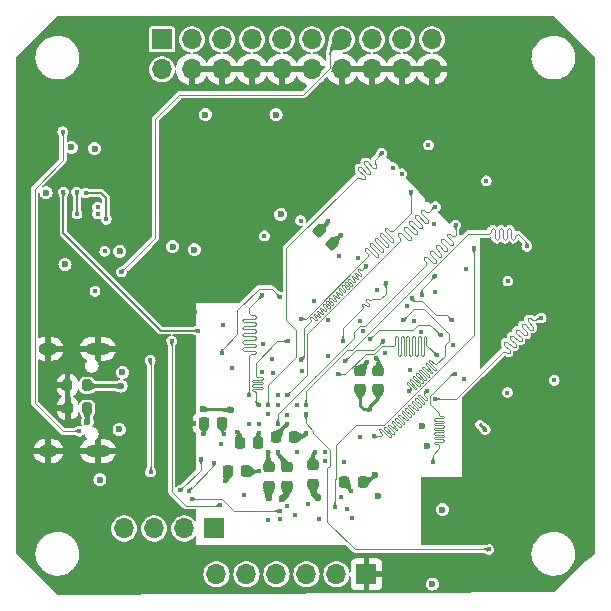
<source format=gbl>
%TF.GenerationSoftware,KiCad,Pcbnew,(7.0.0)*%
%TF.CreationDate,2023-04-01T17:32:09+03:00*%
%TF.ProjectId,base_board,62617365-5f62-46f6-9172-642e6b696361,rev?*%
%TF.SameCoordinates,Original*%
%TF.FileFunction,Copper,L6,Bot*%
%TF.FilePolarity,Positive*%
%FSLAX46Y46*%
G04 Gerber Fmt 4.6, Leading zero omitted, Abs format (unit mm)*
G04 Created by KiCad (PCBNEW (7.0.0)) date 2023-04-01 17:32:09*
%MOMM*%
%LPD*%
G01*
G04 APERTURE LIST*
G04 Aperture macros list*
%AMRoundRect*
0 Rectangle with rounded corners*
0 $1 Rounding radius*
0 $2 $3 $4 $5 $6 $7 $8 $9 X,Y pos of 4 corners*
0 Add a 4 corners polygon primitive as box body*
4,1,4,$2,$3,$4,$5,$6,$7,$8,$9,$2,$3,0*
0 Add four circle primitives for the rounded corners*
1,1,$1+$1,$2,$3*
1,1,$1+$1,$4,$5*
1,1,$1+$1,$6,$7*
1,1,$1+$1,$8,$9*
0 Add four rect primitives between the rounded corners*
20,1,$1+$1,$2,$3,$4,$5,0*
20,1,$1+$1,$4,$5,$6,$7,0*
20,1,$1+$1,$6,$7,$8,$9,0*
20,1,$1+$1,$8,$9,$2,$3,0*%
G04 Aperture macros list end*
%TA.AperFunction,ComponentPad*%
%ADD10R,1.700000X1.700000*%
%TD*%
%TA.AperFunction,ComponentPad*%
%ADD11O,1.700000X1.700000*%
%TD*%
%TA.AperFunction,ComponentPad*%
%ADD12O,2.100000X1.000000*%
%TD*%
%TA.AperFunction,ComponentPad*%
%ADD13O,1.600000X1.000000*%
%TD*%
%TA.AperFunction,SMDPad,CuDef*%
%ADD14RoundRect,0.225000X-0.225000X-0.250000X0.225000X-0.250000X0.225000X0.250000X-0.225000X0.250000X0*%
%TD*%
%TA.AperFunction,SMDPad,CuDef*%
%ADD15RoundRect,0.225000X0.250000X-0.225000X0.250000X0.225000X-0.250000X0.225000X-0.250000X-0.225000X0*%
%TD*%
%TA.AperFunction,SMDPad,CuDef*%
%ADD16RoundRect,0.225000X-0.250000X0.225000X-0.250000X-0.225000X0.250000X-0.225000X0.250000X0.225000X0*%
%TD*%
%TA.AperFunction,SMDPad,CuDef*%
%ADD17RoundRect,0.225000X-0.335876X-0.017678X-0.017678X-0.335876X0.335876X0.017678X0.017678X0.335876X0*%
%TD*%
%TA.AperFunction,SMDPad,CuDef*%
%ADD18RoundRect,0.225000X0.225000X0.250000X-0.225000X0.250000X-0.225000X-0.250000X0.225000X-0.250000X0*%
%TD*%
%TA.AperFunction,SMDPad,CuDef*%
%ADD19RoundRect,0.200000X-0.200000X-0.275000X0.200000X-0.275000X0.200000X0.275000X-0.200000X0.275000X0*%
%TD*%
%TA.AperFunction,SMDPad,CuDef*%
%ADD20RoundRect,0.200000X0.200000X0.275000X-0.200000X0.275000X-0.200000X-0.275000X0.200000X-0.275000X0*%
%TD*%
%TA.AperFunction,ViaPad*%
%ADD21C,0.400000*%
%TD*%
%TA.AperFunction,ViaPad*%
%ADD22C,0.600000*%
%TD*%
%TA.AperFunction,Conductor*%
%ADD23C,0.100000*%
%TD*%
%TA.AperFunction,Conductor*%
%ADD24C,0.200000*%
%TD*%
%TA.AperFunction,Conductor*%
%ADD25C,0.250000*%
%TD*%
%TA.AperFunction,Conductor*%
%ADD26C,0.500000*%
%TD*%
%TA.AperFunction,Conductor*%
%ADD27C,0.300000*%
%TD*%
%TA.AperFunction,Conductor*%
%ADD28C,0.150000*%
%TD*%
G04 APERTURE END LIST*
D10*
X115839999Y-70459999D03*
D11*
X115839999Y-72999999D03*
X118379999Y-70459999D03*
X118379999Y-72999999D03*
X120919999Y-70459999D03*
X120919999Y-72999999D03*
X123459999Y-70459999D03*
X123459999Y-72999999D03*
X125999999Y-70459999D03*
X125999999Y-72999999D03*
X128539999Y-70459999D03*
X128539999Y-72999999D03*
X131079999Y-70459999D03*
X131079999Y-72999999D03*
X133619999Y-70459999D03*
X133619999Y-72999999D03*
X136159999Y-70459999D03*
X136159999Y-72999999D03*
X138699999Y-70459999D03*
X138699999Y-72999999D03*
D10*
X133169999Y-115749999D03*
D11*
X130629999Y-115749999D03*
X128089999Y-115749999D03*
X125549999Y-115749999D03*
X123009999Y-115749999D03*
X120469999Y-115749999D03*
D10*
X120279999Y-111869999D03*
D11*
X117739999Y-111869999D03*
X115199999Y-111869999D03*
X112659999Y-111869999D03*
D12*
X110414999Y-96659999D03*
D13*
X106234999Y-96659999D03*
D12*
X110414999Y-105299999D03*
D13*
X106234999Y-105299999D03*
D14*
X131310000Y-107910000D03*
X132860000Y-107910000D03*
D15*
X134180000Y-100075000D03*
X134180000Y-98525000D03*
D16*
X126450000Y-106705000D03*
X126450000Y-108255000D03*
D17*
X129161992Y-86661992D03*
X130258008Y-87758008D03*
D16*
X124890000Y-106705000D03*
X124890000Y-108255000D03*
X128620000Y-106525000D03*
X128620000Y-108075000D03*
D18*
X127075000Y-104110000D03*
X125525000Y-104110000D03*
D14*
X122435000Y-104610000D03*
X123985000Y-104610000D03*
D18*
X122985000Y-107040000D03*
X121435000Y-107040000D03*
D19*
X107855000Y-99750000D03*
X109505000Y-99750000D03*
D15*
X132630000Y-100075000D03*
X132630000Y-98525000D03*
D20*
X109515000Y-101690000D03*
X107865000Y-101690000D03*
D14*
X119390000Y-102980000D03*
X120940000Y-102980000D03*
D21*
X121100000Y-103910000D03*
X126470000Y-102220000D03*
D22*
X133918858Y-107316777D03*
D21*
X148800000Y-93970000D03*
D22*
X112590000Y-104570000D03*
D21*
X121180000Y-107890000D03*
X126450000Y-103000000D03*
D22*
X104515000Y-85420000D03*
X118170000Y-103100000D03*
D21*
X106525000Y-85510000D03*
D22*
X118485000Y-79814500D03*
D21*
X122240000Y-103700000D03*
X124050000Y-103000000D03*
X143460000Y-105220000D03*
D22*
X118542500Y-93505250D03*
X126850000Y-76030000D03*
D21*
X127250000Y-105400000D03*
D22*
X122425000Y-76984500D03*
X129100000Y-109300000D03*
X112450000Y-97780000D03*
X117005000Y-81424500D03*
D21*
X133960000Y-97460000D03*
D22*
X105975000Y-87270000D03*
X143770000Y-71050000D03*
X143655000Y-110825000D03*
X143700000Y-116270000D03*
D21*
X151560000Y-104000000D03*
X141390000Y-86620000D03*
D22*
X137850000Y-103220000D03*
X127010000Y-83184500D03*
X125997407Y-109364864D03*
X115890000Y-83901250D03*
D21*
X130860000Y-88790000D03*
X133200000Y-97790000D03*
D22*
X106740000Y-101690000D03*
X126765000Y-79824500D03*
X138310000Y-104920000D03*
D21*
X131250000Y-106200000D03*
X119360000Y-103890000D03*
X134050000Y-91710000D03*
X144550000Y-83560000D03*
X144360000Y-102360000D03*
X133930000Y-79400000D03*
X106525000Y-85960000D03*
D22*
X131770000Y-75670000D03*
X112400000Y-83025000D03*
D21*
X111240000Y-89850000D03*
X138320000Y-84030000D03*
X140870000Y-79470000D03*
X123400000Y-89680000D03*
D22*
X124900000Y-109300000D03*
D21*
X131010000Y-86980000D03*
X135110000Y-80460000D03*
D22*
X134135000Y-109080000D03*
X106600000Y-99730000D03*
D21*
X107470000Y-78260000D03*
X125810000Y-111030002D03*
X108840000Y-103630000D03*
X124810500Y-111141919D03*
X122830000Y-109010000D03*
X124050000Y-103800000D03*
X111140000Y-85680000D03*
X109390000Y-83470000D03*
D22*
X110155000Y-79715000D03*
D21*
X128850000Y-105400000D03*
X143220000Y-103490000D03*
X149070000Y-99320000D03*
D22*
X112280000Y-88405000D03*
D21*
X131880000Y-108720000D03*
X132840000Y-95150000D03*
X132420000Y-89010000D03*
D22*
X108185000Y-79610000D03*
X107650000Y-89500000D03*
X106045000Y-83440000D03*
D21*
X138410000Y-79390000D03*
D22*
X116757500Y-88006000D03*
D21*
X133477291Y-101792582D03*
X125650000Y-105400000D03*
X128050000Y-103810000D03*
X129650000Y-106190000D03*
X124850000Y-105400000D03*
X111010000Y-88400000D03*
D22*
X139605000Y-110285000D03*
D21*
X124530000Y-87080000D03*
D22*
X125915000Y-85264500D03*
D21*
X143300000Y-82430000D03*
D22*
X138750000Y-116570000D03*
D21*
X124050000Y-107010000D03*
X129880000Y-85870000D03*
X127590000Y-85800000D03*
D22*
X112390000Y-99810000D03*
X109530000Y-102830000D03*
D21*
X131940000Y-111010000D03*
X131510000Y-110210000D03*
X108635000Y-83400000D03*
X125250000Y-98700000D03*
X110400000Y-85250000D03*
X108665000Y-85230000D03*
X110400000Y-84650000D03*
X124350000Y-98660000D03*
X121010000Y-94620000D03*
X107515000Y-83390000D03*
X118920000Y-95110000D03*
X110190000Y-91780000D03*
X121820000Y-98290000D03*
X116680000Y-95990000D03*
X120790000Y-109860000D03*
X114850000Y-97610000D03*
X112420000Y-90150000D03*
X118360000Y-109390000D03*
X114890000Y-107090000D03*
X125820000Y-110392738D03*
X145110000Y-100360000D03*
X132600000Y-104140000D03*
X142280000Y-88160000D03*
X130490000Y-110040000D03*
X129160000Y-111080000D03*
X136610000Y-93040000D03*
X128200000Y-109780000D03*
X138970000Y-91820000D03*
X137200000Y-94310000D03*
X127080000Y-110760000D03*
X133770000Y-104080000D03*
X138290000Y-100230000D03*
X138810000Y-106270000D03*
X140640000Y-98800000D03*
X130980000Y-109240000D03*
X137805063Y-95195063D03*
X126460000Y-109930000D03*
X140520000Y-96360000D03*
X129640000Y-105410000D03*
X141440000Y-99190000D03*
X136830000Y-98450000D03*
X125810000Y-92270000D03*
X120900000Y-97050000D03*
X147960000Y-94060000D03*
X138960000Y-100880000D03*
X124400000Y-96230000D03*
X120840000Y-104750000D03*
X127680000Y-98570000D03*
X123260000Y-103010000D03*
X136300000Y-94240000D03*
X136810000Y-100250000D03*
X125650000Y-103000000D03*
X140710000Y-86180000D03*
X134700000Y-97020000D03*
X124850000Y-102200000D03*
X146750000Y-87970000D03*
X128040000Y-101410000D03*
X132590000Y-94280000D03*
X127250000Y-101400000D03*
X125650000Y-101400000D03*
X138870000Y-86130000D03*
X134470000Y-80070000D03*
X124850000Y-101400000D03*
X131340000Y-97710000D03*
X134585063Y-96025063D03*
X126520000Y-96010000D03*
X129910000Y-97270000D03*
X124050000Y-101400000D03*
X139120000Y-97190000D03*
X130750000Y-98820000D03*
X127640000Y-97570000D03*
X133150000Y-89660000D03*
X126450000Y-100600000D03*
X139010000Y-84630000D03*
X125140000Y-97520000D03*
X135440000Y-81330000D03*
X124330000Y-92140000D03*
X123250000Y-100600000D03*
X133440000Y-95860000D03*
X139460000Y-95530000D03*
X145130000Y-90920000D03*
X141610000Y-89920000D03*
X125650000Y-100600000D03*
X136160000Y-81830000D03*
X137030000Y-92380000D03*
X131180000Y-95960000D03*
X140410000Y-94250000D03*
X134783477Y-91124954D03*
X138950000Y-90490000D03*
X137850000Y-92070000D03*
X128720000Y-92580000D03*
X129900000Y-94200000D03*
X127640000Y-94100000D03*
X136910000Y-83340000D03*
X128040000Y-102200000D03*
X143525000Y-113645000D03*
X118110000Y-108680000D03*
X120290000Y-106290000D03*
X119160000Y-106010000D03*
X117400000Y-108650000D03*
D22*
X119520000Y-76834500D03*
X112500000Y-98650000D03*
X112230000Y-103470000D03*
X118607500Y-88251250D03*
X125520000Y-76834500D03*
X110600000Y-107730000D03*
X119330000Y-101770000D03*
X121700000Y-101800000D03*
D23*
X120940000Y-103750000D02*
X121100000Y-103910000D01*
X120940000Y-102980000D02*
X120940000Y-103750000D01*
D24*
X133325635Y-107910000D02*
X133918858Y-107316777D01*
D25*
X121435000Y-107040000D02*
X121435000Y-107635000D01*
D26*
X128620000Y-108820000D02*
X129100000Y-109300000D01*
D27*
X125525000Y-104110000D02*
X125525000Y-103925000D01*
D25*
X130258008Y-87758008D02*
X130258008Y-87731992D01*
D26*
X124890000Y-108255000D02*
X124890000Y-109290000D01*
D25*
X107855000Y-99750000D02*
X106620000Y-99750000D01*
X122435000Y-104610000D02*
X122435000Y-103895000D01*
X119390000Y-102980000D02*
X119390000Y-103860000D01*
D26*
X124890000Y-109290000D02*
X124900000Y-109300000D01*
D25*
X107865000Y-101690000D02*
X106740000Y-101690000D01*
X106620000Y-99750000D02*
X106600000Y-99730000D01*
D26*
X126450000Y-108912271D02*
X125997407Y-109364864D01*
D27*
X125525000Y-103925000D02*
X126450000Y-103000000D01*
D25*
X121435000Y-107635000D02*
X121180000Y-107890000D01*
X134180000Y-97680000D02*
X133960000Y-97460000D01*
X119390000Y-103860000D02*
X119360000Y-103890000D01*
D26*
X128620000Y-108075000D02*
X128620000Y-108820000D01*
D25*
X130258008Y-87731992D02*
X131010000Y-86980000D01*
X132630000Y-98360000D02*
X133200000Y-97790000D01*
D24*
X132860000Y-107910000D02*
X133325635Y-107910000D01*
D25*
X134180000Y-98525000D02*
X134180000Y-97680000D01*
D26*
X126450000Y-108255000D02*
X126450000Y-108912271D01*
D25*
X122435000Y-103895000D02*
X122240000Y-103700000D01*
X132630000Y-98525000D02*
X132630000Y-98360000D01*
D23*
X107460000Y-103630000D02*
X108840000Y-103630000D01*
X105090000Y-83090000D02*
X105090000Y-101260000D01*
X107470000Y-80710000D02*
X105090000Y-83090000D01*
X107470000Y-78260000D02*
X107470000Y-80710000D01*
X105090000Y-101260000D02*
X107460000Y-103630000D01*
D25*
X123985000Y-103865000D02*
X124050000Y-103800000D01*
X123985000Y-104610000D02*
X123985000Y-103865000D01*
D28*
X111140000Y-83910000D02*
X110700000Y-83470000D01*
X111140000Y-85680000D02*
X111140000Y-83910000D01*
X110700000Y-83470000D02*
X109390000Y-83470000D01*
D27*
X126450000Y-106705000D02*
X126450000Y-106400000D01*
D25*
X129880000Y-85870000D02*
X129880000Y-85943984D01*
D27*
X125650000Y-105600000D02*
X125650000Y-105400000D01*
D25*
X134180000Y-100820000D02*
X133477291Y-101522709D01*
X132630000Y-101490000D02*
X132932582Y-101792582D01*
X134180000Y-100075000D02*
X134180000Y-100820000D01*
X133477291Y-101522709D02*
X133477291Y-101792582D01*
D24*
X131310000Y-107910000D02*
X131310000Y-108150000D01*
D25*
X142770000Y-103040000D02*
X142760000Y-103040000D01*
D27*
X124850000Y-106665000D02*
X124850000Y-105400000D01*
X127075000Y-104110000D02*
X127750000Y-104110000D01*
X128620000Y-105630000D02*
X128850000Y-105400000D01*
D24*
X131310000Y-108150000D02*
X131880000Y-108720000D01*
D27*
X127750000Y-104110000D02*
X128050000Y-103810000D01*
X124890000Y-106705000D02*
X124850000Y-106665000D01*
D25*
X124020000Y-107040000D02*
X124050000Y-107010000D01*
X132630000Y-100075000D02*
X132630000Y-101490000D01*
X129880000Y-85943984D02*
X129161992Y-86661992D01*
X122985000Y-107040000D02*
X124020000Y-107040000D01*
X132932582Y-101792582D02*
X133477291Y-101792582D01*
X143220000Y-103490000D02*
X142770000Y-103040000D01*
D27*
X128620000Y-106525000D02*
X128620000Y-105630000D01*
X126450000Y-106400000D02*
X125650000Y-105600000D01*
X109565000Y-99810000D02*
X109505000Y-99750000D01*
X112390000Y-99810000D02*
X109565000Y-99810000D01*
X109530000Y-101705000D02*
X109515000Y-101690000D01*
X109530000Y-102830000D02*
X109530000Y-101705000D01*
D28*
X108665000Y-83430000D02*
X108635000Y-83400000D01*
X108665000Y-85230000D02*
X108665000Y-83430000D01*
X107515000Y-86865000D02*
X107515000Y-83390000D01*
X115760000Y-95110000D02*
X107515000Y-86865000D01*
X118920000Y-95110000D02*
X115760000Y-95110000D01*
D23*
X120720000Y-109930000D02*
X120790000Y-109860000D01*
X116680000Y-95990000D02*
X116680000Y-108740000D01*
X116680000Y-108740000D02*
X117870000Y-109930000D01*
X117870000Y-109930000D02*
X120720000Y-109930000D01*
X121952738Y-110392738D02*
X125820000Y-110392738D01*
X117330000Y-75150000D02*
X115300000Y-77180000D01*
X130090000Y-71450000D02*
X130090000Y-72850072D01*
X120950000Y-109390000D02*
X121952738Y-110392738D01*
X131080000Y-70460000D02*
X130090000Y-71450000D01*
X115300000Y-87270000D02*
X112420000Y-90150000D01*
X130090000Y-72850072D02*
X127790072Y-75150000D01*
X127790072Y-75150000D02*
X117330000Y-75150000D01*
X114890000Y-97650000D02*
X114850000Y-97610000D01*
X115300000Y-77180000D02*
X115300000Y-87270000D01*
X114890000Y-107090000D02*
X114890000Y-97650000D01*
X118360000Y-109390000D02*
X120950000Y-109390000D01*
X132300000Y-103090000D02*
X134680000Y-103090000D01*
X130600000Y-104790000D02*
X131980000Y-103410000D01*
X130600000Y-104870000D02*
X130600000Y-104790000D01*
X130490000Y-107738812D02*
X130600000Y-107628812D01*
X134680000Y-103090000D02*
X142280000Y-95490000D01*
X130600000Y-107628812D02*
X130600000Y-104870000D01*
X131980000Y-103410000D02*
X132300000Y-103090000D01*
X142280000Y-95490000D02*
X142280000Y-88160000D01*
X130490000Y-110040000D02*
X130490000Y-107738812D01*
X135160868Y-103076288D02*
X135019447Y-103076288D01*
X136009394Y-102227762D02*
X135867973Y-102227762D01*
X137706446Y-100530710D02*
X137565025Y-100530710D01*
X136433657Y-101662078D02*
X136433657Y-101803499D01*
X135726552Y-102510604D02*
X135585131Y-102510604D01*
X136857920Y-101379236D02*
X136716499Y-101379236D01*
X136221528Y-103005580D02*
X135726552Y-102510604D01*
X135302289Y-102934867D02*
X135797265Y-103429843D01*
X136645790Y-102722739D02*
X136504370Y-102722738D01*
X137565025Y-100530710D02*
X137565025Y-100672131D01*
X134665894Y-103429840D02*
X135231581Y-103995527D01*
X138166067Y-100990331D02*
X137706446Y-100530710D01*
X138307487Y-100990332D02*
X138166067Y-100990331D01*
X135514422Y-103854107D02*
X135373002Y-103854106D01*
X134383052Y-103429840D02*
X134241631Y-103429840D01*
X138307488Y-100848910D02*
X138307487Y-100990332D01*
X138060000Y-100601422D02*
X138307488Y-100848910D01*
X134807315Y-103288419D02*
X134665894Y-103288419D01*
X136999341Y-101096394D02*
X136999341Y-101237815D01*
X137423604Y-100813552D02*
X137282183Y-100813552D01*
X136362948Y-103005581D02*
X136221528Y-103005580D01*
X137494316Y-101874213D02*
X137352896Y-101874212D01*
X138060001Y-101167107D02*
X138060000Y-101308529D01*
X136787212Y-102439896D02*
X136292236Y-101944920D01*
X136080106Y-103288423D02*
X135938686Y-103288422D01*
X137494317Y-101732791D02*
X137494316Y-101874213D01*
X135655844Y-103571264D02*
X135160868Y-103076288D01*
X135231580Y-104136949D02*
X135090160Y-104136948D01*
X135514423Y-103712685D02*
X135514422Y-103854107D01*
X138060000Y-100460000D02*
X138060000Y-100601422D01*
X136150815Y-101944920D02*
X136150815Y-102086341D01*
X138290000Y-100230000D02*
X138060000Y-100460000D01*
X136433657Y-101803499D02*
X136928633Y-102298475D01*
X135585131Y-102510604D02*
X135585131Y-102652025D01*
X136292236Y-101944920D02*
X136150815Y-101944920D01*
X136362949Y-102864159D02*
X136362948Y-103005581D01*
X136716499Y-101520657D02*
X137211475Y-102015633D01*
X137211475Y-102015633D02*
X137211474Y-102157055D01*
X136645791Y-102581317D02*
X136645790Y-102722739D01*
X135373002Y-103854106D02*
X134807315Y-103288419D01*
X137140762Y-101096394D02*
X136999341Y-101096394D01*
X135797264Y-103571265D02*
X135655844Y-103571264D01*
X136150815Y-102086341D02*
X136645791Y-102581317D01*
X135797265Y-103429843D02*
X135797264Y-103571265D01*
X136928633Y-102298475D02*
X136928632Y-102439897D01*
X137635738Y-101591370D02*
X137140762Y-101096394D01*
X136716499Y-101379236D02*
X136716499Y-101520657D01*
X137565025Y-100672131D02*
X138060001Y-101167107D01*
X137211474Y-102157055D02*
X137070054Y-102157054D01*
X135867973Y-102227762D02*
X135867973Y-102369183D01*
X135231581Y-103995527D02*
X135231580Y-104136949D01*
X134665894Y-103288419D02*
X134665894Y-103429840D01*
X135585131Y-102652025D02*
X136080107Y-103147001D01*
X136504370Y-102722738D02*
X136009394Y-102227762D01*
X135019447Y-103217709D02*
X135514423Y-103712685D01*
X135443710Y-102793446D02*
X135302289Y-102793446D01*
X135938686Y-103288422D02*
X135443710Y-102793446D01*
X137777158Y-101591371D02*
X137635738Y-101591370D01*
X135302289Y-102793446D02*
X135302289Y-102934867D01*
X137070054Y-102157054D02*
X136575078Y-101662078D01*
X137282183Y-100813552D02*
X137282183Y-100954973D01*
X137282183Y-100954973D02*
X137777159Y-101449949D01*
X137352896Y-101874212D02*
X136857920Y-101379236D01*
X134241631Y-103571261D02*
X134524473Y-103854103D01*
X135867973Y-102369183D02*
X136362949Y-102864159D01*
X134524473Y-103995526D02*
X134440000Y-104080000D01*
X137777159Y-101449949D02*
X137777158Y-101591371D01*
X138060000Y-101308529D02*
X137918580Y-101308528D01*
X136928632Y-102439897D02*
X136787212Y-102439896D01*
X135019447Y-103076288D02*
X135019447Y-103217709D01*
X137918580Y-101308528D02*
X137423604Y-100813552D01*
X134440000Y-104080000D02*
X133770000Y-104080000D01*
X134524473Y-103854103D02*
X134524473Y-103995526D01*
X136575078Y-101662078D02*
X136433657Y-101662078D01*
X136080107Y-103147001D02*
X136080106Y-103288423D01*
X135090160Y-104136948D02*
X134383052Y-103429840D01*
X134241631Y-103429840D02*
X134241631Y-103571261D01*
X136999341Y-101237815D02*
X137494317Y-101732791D01*
X139670000Y-104130000D02*
X138970000Y-104130000D01*
X139670000Y-103330000D02*
X138970000Y-103330000D01*
X138970000Y-103530000D02*
X139670000Y-103530000D01*
X138780000Y-105610000D02*
X138780000Y-106240000D01*
X139770000Y-103630000D02*
X139670000Y-103730000D01*
X138530000Y-101330000D02*
X139320000Y-102120000D01*
X138530000Y-100660000D02*
X138530000Y-101330000D01*
X140390000Y-98800000D02*
X138530000Y-100660000D01*
X139670000Y-103930000D02*
X139770000Y-104030000D01*
X139320000Y-102230000D02*
X139420000Y-102330000D01*
X138870000Y-103030000D02*
X138970000Y-103130000D01*
X140640000Y-98800000D02*
X140390000Y-98800000D01*
X138780000Y-106240000D02*
X138810000Y-106270000D01*
X139320000Y-104830000D02*
X139320000Y-105070000D01*
X138970000Y-102930000D02*
X138870000Y-103030000D01*
X139320000Y-105070000D02*
X138780000Y-105610000D01*
X139420000Y-102330000D02*
X139670000Y-102330000D01*
X139670000Y-103730000D02*
X138970000Y-103730000D01*
X139320000Y-102120000D02*
X139320000Y-102230000D01*
X139770000Y-103230000D02*
X139670000Y-103330000D01*
X139770000Y-102430000D02*
X139670000Y-102530000D01*
X139670000Y-102330000D02*
X139770000Y-102430000D01*
X138970000Y-104530000D02*
X138870000Y-104630000D01*
X138870000Y-103430000D02*
X138970000Y-103530000D01*
X139670000Y-103530000D02*
X139770000Y-103630000D01*
X138970000Y-104730000D02*
X139220000Y-104730000D01*
X139670000Y-102530000D02*
X138970000Y-102530000D01*
X138870000Y-103830000D02*
X138970000Y-103930000D01*
X139770000Y-104430000D02*
X139670000Y-104530000D01*
X139670000Y-104530000D02*
X138970000Y-104530000D01*
X138970000Y-102730000D02*
X139670000Y-102730000D01*
X138870000Y-102630000D02*
X138970000Y-102730000D01*
X138970000Y-103730000D02*
X138870000Y-103830000D01*
X138970000Y-104130000D02*
X138870000Y-104230000D01*
X139670000Y-102730000D02*
X139770000Y-102830000D01*
X139770000Y-102830000D02*
X139670000Y-102930000D01*
X138970000Y-104330000D02*
X139670000Y-104330000D01*
X139670000Y-104330000D02*
X139770000Y-104430000D01*
X138970000Y-103930000D02*
X139670000Y-103930000D01*
X139670000Y-103130000D02*
X139770000Y-103230000D01*
X139220000Y-104730000D02*
X139320000Y-104830000D01*
X138970000Y-103330000D02*
X138870000Y-103430000D01*
X139770000Y-104030000D02*
X139670000Y-104130000D01*
X139670000Y-102930000D02*
X138970000Y-102930000D01*
X138870000Y-104230000D02*
X138970000Y-104330000D01*
X138970000Y-102530000D02*
X138870000Y-102630000D01*
X138870000Y-104630000D02*
X138970000Y-104730000D01*
X138970000Y-103130000D02*
X139670000Y-103130000D01*
X125810000Y-92270000D02*
X125140000Y-91600000D01*
X122230000Y-95430000D02*
X120900000Y-96760000D01*
X120900000Y-96760000D02*
X120900000Y-97050000D01*
X124030000Y-91600000D02*
X122230000Y-93400000D01*
X125140000Y-91600000D02*
X124030000Y-91600000D01*
X122230000Y-93400000D02*
X122230000Y-95430000D01*
X147288579Y-95028529D02*
X147041091Y-95028530D01*
X146333982Y-94816397D02*
X146793602Y-95276018D01*
X144849051Y-96053841D02*
X144849051Y-96301328D01*
X147960000Y-94060000D02*
X147430000Y-94180000D01*
X145803648Y-96513460D02*
X145556160Y-96513461D01*
X145344028Y-95806351D02*
X145803648Y-96265972D01*
X144955117Y-96902372D02*
X144707629Y-96902372D01*
X145591516Y-95558864D02*
X145344028Y-95558864D01*
X147182512Y-94180000D02*
X147076445Y-94073933D01*
X146298625Y-95770995D02*
X146298625Y-96018483D01*
X145839005Y-95063887D02*
X145839005Y-95311374D01*
X146793602Y-95276018D02*
X146793602Y-95523506D01*
X146298625Y-96018483D02*
X146051137Y-96018484D01*
X146333982Y-94568910D02*
X146333982Y-94816397D01*
X144707629Y-96902372D02*
X140730000Y-100880000D01*
X146793602Y-95523506D02*
X146546114Y-95523507D01*
X144849051Y-96301328D02*
X145308671Y-96760949D01*
X147041091Y-95028530D02*
X146581470Y-94568910D01*
X147076445Y-94073933D02*
X146828958Y-94073933D01*
X147288579Y-94781041D02*
X147288579Y-95028529D01*
X145556160Y-96513461D02*
X145096539Y-96053841D01*
X145803648Y-96265972D02*
X145803648Y-96513460D01*
X145344028Y-95558864D02*
X145344028Y-95806351D01*
X146546114Y-95523507D02*
X146086493Y-95063887D01*
X146051137Y-96018484D02*
X145591516Y-95558864D01*
X145839005Y-95311374D02*
X146298625Y-95770995D01*
X146828958Y-94321420D02*
X147288579Y-94781041D01*
X145308671Y-96760949D02*
X145308671Y-97008437D01*
X147430000Y-94180000D02*
X147182512Y-94180000D01*
X146828958Y-94073933D02*
X146828958Y-94321420D01*
X140730000Y-100880000D02*
X138960000Y-100880000D01*
X146086493Y-95063887D02*
X145839005Y-95063887D01*
X145061183Y-97008438D02*
X144955117Y-96902372D01*
X146581470Y-94568910D02*
X146333982Y-94568910D01*
X145308671Y-97008437D02*
X145061183Y-97008438D01*
X145096539Y-96053841D02*
X144849051Y-96053841D01*
X139018431Y-98331483D02*
X139018430Y-98465835D01*
X136925384Y-100134615D02*
X136810000Y-100250000D01*
X138346676Y-99003239D02*
X137773918Y-98430482D01*
X137236514Y-98967886D02*
X137102164Y-98967886D01*
X138940649Y-97985000D02*
X138580024Y-97624375D01*
X137639568Y-98564832D02*
X138212325Y-99137589D01*
X136833462Y-99370938D02*
X137406219Y-99943695D01*
X137406219Y-99943695D02*
X137406218Y-100078047D01*
X138176972Y-97893078D02*
X138176972Y-98027428D01*
X137908270Y-98161780D02*
X137908270Y-98296130D01*
X137370866Y-98699184D02*
X137370866Y-98833534D01*
X137908270Y-98296130D02*
X138481027Y-98868887D01*
X136564760Y-99505290D02*
X136564760Y-99639640D01*
X138311322Y-97893078D02*
X138176972Y-97893078D01*
X140130000Y-95970000D02*
X139800000Y-96300000D01*
X137540570Y-99809345D02*
X136967812Y-99236588D01*
X138042620Y-98161780D02*
X137908270Y-98161780D01*
X138580024Y-97624375D02*
X138445674Y-97624375D01*
X138212324Y-99271941D02*
X138077974Y-99271941D01*
X136925384Y-100000264D02*
X136925384Y-100134615D01*
X139800000Y-96300000D02*
X139800000Y-97260000D01*
X137674921Y-99674993D02*
X137674920Y-99809345D01*
X138077974Y-99271941D02*
X137505216Y-98699184D01*
X137370866Y-98833534D02*
X137943623Y-99406291D01*
X137639568Y-98430482D02*
X137639568Y-98564832D01*
X137809272Y-99540643D02*
X137236514Y-98967886D01*
X137406218Y-100078047D02*
X137271868Y-100078047D01*
X138749728Y-98734537D02*
X138615378Y-98734537D01*
X138481027Y-98868887D02*
X138481026Y-99003239D01*
X138884080Y-98465835D02*
X138311322Y-97893078D01*
X138615378Y-98734537D02*
X138042620Y-98161780D01*
X138212325Y-99137589D02*
X138212324Y-99271941D01*
X137505216Y-98699184D02*
X137370866Y-98699184D01*
X137674920Y-99809345D02*
X137540570Y-99809345D01*
X138749729Y-98600185D02*
X138749728Y-98734537D01*
X136564760Y-99639640D02*
X136925384Y-100000264D01*
X137943623Y-99406291D02*
X137943622Y-99540643D01*
X138176972Y-98027428D02*
X138749729Y-98600185D01*
X137102164Y-99102236D02*
X137674921Y-99674993D01*
X136300000Y-94240000D02*
X137230000Y-93310000D01*
X139800000Y-97260000D02*
X139075000Y-97985000D01*
X139075000Y-97985000D02*
X138940649Y-97985000D01*
X136967812Y-99236588D02*
X136833462Y-99236588D01*
X136699110Y-99505290D02*
X136564760Y-99505290D01*
X136833462Y-99236588D02*
X136833462Y-99370938D01*
X137102164Y-98967886D02*
X137102164Y-99102236D01*
X140130000Y-95410000D02*
X140130000Y-95970000D01*
X138030000Y-93310000D02*
X140130000Y-95410000D01*
X138445674Y-97758725D02*
X139018431Y-98331483D01*
X138481026Y-99003239D02*
X138346676Y-99003239D01*
X137943622Y-99540643D02*
X137809272Y-99540643D01*
X137230000Y-93310000D02*
X138030000Y-93310000D01*
X138445674Y-97624375D02*
X138445674Y-97758725D01*
X137271868Y-100078047D02*
X136699110Y-99505290D01*
X137773918Y-98430482D02*
X137639568Y-98430482D01*
X139018430Y-98465835D02*
X138884080Y-98465835D01*
X140685000Y-87075000D02*
X140437512Y-87075000D01*
X139023299Y-87888172D02*
X139023299Y-88135659D01*
X139023299Y-88135659D02*
X139518275Y-88630635D01*
X132660000Y-94710000D02*
X132120000Y-95250000D01*
X138775814Y-89373096D02*
X138280838Y-88878120D01*
X139765762Y-88383148D02*
X139270786Y-87888172D01*
X138775812Y-88383146D02*
X138528325Y-88383146D01*
X139023300Y-89373097D02*
X138775814Y-89373096D01*
X133050000Y-94710000D02*
X132660000Y-94710000D01*
X140710000Y-86180000D02*
X140710000Y-87050000D01*
X125650000Y-102210000D02*
X125650000Y-103000000D01*
X140508222Y-87888175D02*
X140260736Y-87888174D01*
X139518273Y-87640685D02*
X140013249Y-88135661D01*
X140013248Y-88383149D02*
X139765762Y-88383148D01*
X138528325Y-88630633D02*
X139023301Y-89125609D01*
X140260736Y-87888174D02*
X139765760Y-87393198D01*
X139518275Y-88630635D02*
X139518274Y-88878123D01*
X139518273Y-87393198D02*
X139518273Y-87640685D01*
X140013249Y-88135661D02*
X140013248Y-88383149D01*
X132120000Y-95730000D02*
X128890000Y-98960000D01*
X128890000Y-98960000D02*
X128800000Y-98960000D01*
X128800000Y-99060000D02*
X125650000Y-102210000D01*
X140437512Y-87075000D02*
X140260735Y-86898223D01*
X138210127Y-89302383D02*
X138210127Y-89549872D01*
X140013247Y-86898223D02*
X140013247Y-87145710D01*
X139270786Y-87888172D02*
X139023299Y-87888172D01*
X140710000Y-87050000D02*
X140685000Y-87075000D01*
X140260735Y-86898223D02*
X140013247Y-86898223D01*
X139023301Y-89125609D02*
X139023300Y-89373097D01*
X139518274Y-88878123D02*
X139270788Y-88878122D01*
X128800000Y-98960000D02*
X128800000Y-99060000D01*
X138280838Y-88878120D02*
X138033351Y-88878120D01*
X138033351Y-88878120D02*
X138033351Y-89125607D01*
X138210127Y-89549872D02*
X133050000Y-94710000D01*
X140508223Y-87640687D02*
X140508222Y-87888175D01*
X132120000Y-95250000D02*
X132120000Y-95730000D01*
X139270788Y-88878122D02*
X138775812Y-88383146D01*
X138528325Y-88383146D02*
X138528325Y-88630633D01*
X138033351Y-89125607D02*
X138210127Y-89302383D01*
X140013247Y-87145710D02*
X140508223Y-87640687D01*
X139765760Y-87393198D02*
X139518273Y-87393198D01*
X145960000Y-86940000D02*
X145785000Y-87115000D01*
X131975000Y-96750000D02*
X131510000Y-96750000D01*
X144385000Y-87265000D02*
X144210000Y-87440000D01*
X143510000Y-86940000D02*
X141785000Y-86940000D01*
X145435000Y-86615000D02*
X145260000Y-86440000D01*
X144735000Y-87265000D02*
X144735000Y-86615000D01*
X146750000Y-87730000D02*
X145960000Y-86940000D01*
X143860000Y-86440000D02*
X143685000Y-86615000D01*
X141785000Y-86940000D02*
X131975000Y-96750000D01*
X145435000Y-87265000D02*
X145435000Y-86615000D01*
X145085000Y-87265000D02*
X144910000Y-87440000D01*
X143685000Y-86615000D02*
X143685000Y-86765000D01*
X145785000Y-87265000D02*
X145610000Y-87440000D01*
X145610000Y-87440000D02*
X145435000Y-87265000D01*
X131510000Y-96750000D02*
X128040000Y-100220000D01*
X145260000Y-86440000D02*
X145085000Y-86615000D01*
X145085000Y-86615000D02*
X145085000Y-87265000D01*
X143685000Y-86765000D02*
X143510000Y-86940000D01*
X144210000Y-87440000D02*
X144035000Y-87265000D01*
X144735000Y-86615000D02*
X144560000Y-86440000D01*
X145785000Y-87115000D02*
X145785000Y-87265000D01*
X144035000Y-87265000D02*
X144035000Y-86615000D01*
X144560000Y-86440000D02*
X144385000Y-86615000D01*
X128040000Y-100220000D02*
X128040000Y-101410000D01*
X144910000Y-87440000D02*
X144735000Y-87265000D01*
X144385000Y-86615000D02*
X144385000Y-87265000D01*
X146750000Y-87970000D02*
X146750000Y-87730000D01*
X144035000Y-86615000D02*
X143860000Y-86440000D01*
X133218603Y-80791065D02*
X132971116Y-80791065D01*
X132370076Y-82169925D02*
X126389501Y-88150499D01*
X133501447Y-81816372D02*
X133253961Y-81816371D01*
X133006474Y-82063858D02*
X133006473Y-82311346D01*
X124850000Y-99690000D02*
X124850000Y-101400000D01*
X133996421Y-81321398D02*
X133748935Y-81321397D01*
X127200000Y-97340000D02*
X124850000Y-99690000D01*
X126389501Y-94219501D02*
X127200000Y-95030000D01*
X134470000Y-80070000D02*
X133855000Y-80685000D01*
X127200000Y-95030000D02*
X127200000Y-97340000D01*
X132476142Y-81286039D02*
X132476142Y-81533526D01*
X132971116Y-80791065D02*
X132971116Y-81038552D01*
X132723629Y-81286039D02*
X132476142Y-81286039D01*
X133501448Y-81568884D02*
X133501447Y-81816372D01*
X133855000Y-80932488D02*
X133996422Y-81073910D01*
X133996422Y-81073910D02*
X133996421Y-81321398D01*
X132758987Y-82311345D02*
X132617566Y-82169924D01*
X133855000Y-80685000D02*
X133855000Y-80932488D01*
X133253961Y-81816371D02*
X132723629Y-81286039D01*
X132617566Y-82169924D02*
X132370076Y-82169925D01*
X132476142Y-81533526D02*
X133006474Y-82063858D01*
X133748935Y-81321397D02*
X133218603Y-80791065D01*
X133006473Y-82311346D02*
X132758987Y-82311345D01*
X126389501Y-88150499D02*
X126389501Y-94219501D01*
X132971116Y-81038552D02*
X133501448Y-81568884D01*
X123460000Y-100170000D02*
X123560000Y-100270000D01*
X123560000Y-99270000D02*
X123460000Y-99370000D01*
X124410000Y-99170000D02*
X124310000Y-99270000D01*
X124410000Y-99970000D02*
X124310000Y-100070000D01*
X124310000Y-99070000D02*
X124410000Y-99170000D01*
X123560000Y-99870000D02*
X124310000Y-99870000D01*
X133810126Y-96800000D02*
X132250000Y-96800000D01*
X124310000Y-99870000D02*
X124410000Y-99970000D01*
X123560000Y-99670000D02*
X123460000Y-99770000D01*
X125630000Y-96010000D02*
X123810000Y-97830000D01*
X126520000Y-96010000D02*
X125630000Y-96010000D01*
X124410000Y-99570000D02*
X124310000Y-99670000D01*
X132250000Y-96800000D02*
X131340000Y-97710000D01*
X123910000Y-99070000D02*
X124310000Y-99070000D01*
X123460000Y-99370000D02*
X123560000Y-99470000D01*
X124310000Y-99470000D02*
X124410000Y-99570000D01*
X134585063Y-96025063D02*
X133810126Y-96800000D01*
X123710000Y-100270000D02*
X123810000Y-100370000D01*
X123560000Y-100270000D02*
X123710000Y-100270000D01*
X123810000Y-98970000D02*
X123910000Y-99070000D01*
X123810000Y-97830000D02*
X123810000Y-98970000D01*
X123810000Y-101160000D02*
X124050000Y-101400000D01*
X123560000Y-99470000D02*
X124310000Y-99470000D01*
X123460000Y-99770000D02*
X123560000Y-99870000D01*
X123810000Y-100370000D02*
X123810000Y-101160000D01*
X124310000Y-99270000D02*
X123560000Y-99270000D01*
X123560000Y-100070000D02*
X123460000Y-100170000D01*
X124310000Y-99670000D02*
X123560000Y-99670000D01*
X124310000Y-100070000D02*
X123560000Y-100070000D01*
X138000000Y-97160000D02*
X137880000Y-97280000D01*
X136800000Y-95700000D02*
X136680000Y-95580000D01*
X137640000Y-95580000D02*
X137520000Y-95700000D01*
X136920000Y-97280000D02*
X136800000Y-97160000D01*
X138240000Y-96310000D02*
X138240000Y-95700000D01*
X136560000Y-97160000D02*
X136440000Y-97280000D01*
X136320000Y-97160000D02*
X136320000Y-95700000D01*
X136080000Y-95700000D02*
X136080000Y-97160000D01*
X137520000Y-95700000D02*
X137520000Y-97160000D01*
X137760000Y-95700000D02*
X137640000Y-95580000D01*
X136560000Y-95700000D02*
X136560000Y-97160000D01*
X138240000Y-95700000D02*
X138120000Y-95580000D01*
X138120000Y-95580000D02*
X138000000Y-95700000D01*
X135840000Y-97160000D02*
X135840000Y-95700000D01*
X131343812Y-98820000D02*
X130750000Y-98820000D01*
X137520000Y-97160000D02*
X137400000Y-97280000D01*
X135600000Y-96310000D02*
X135480000Y-96430000D01*
X135960000Y-97280000D02*
X135840000Y-97160000D01*
X133093812Y-97070000D02*
X131343812Y-98820000D01*
X137040000Y-97160000D02*
X136920000Y-97280000D01*
X136320000Y-95700000D02*
X136200000Y-95580000D01*
X136080000Y-97160000D02*
X135960000Y-97280000D01*
X136200000Y-95580000D02*
X136080000Y-95700000D01*
X137760000Y-97160000D02*
X137760000Y-95700000D01*
X135600000Y-95700000D02*
X135600000Y-96310000D01*
X139120000Y-97190000D02*
X138240000Y-96310000D01*
X135840000Y-95700000D02*
X135720000Y-95580000D01*
X134490000Y-96430000D02*
X133850000Y-97070000D01*
X138000000Y-95700000D02*
X138000000Y-97160000D01*
X137160000Y-95580000D02*
X137040000Y-95700000D01*
X137280000Y-97160000D02*
X137280000Y-95700000D01*
X135480000Y-96430000D02*
X134490000Y-96430000D01*
X137400000Y-97280000D02*
X137280000Y-97160000D01*
X137040000Y-95700000D02*
X137040000Y-97160000D01*
X135720000Y-95580000D02*
X135600000Y-95700000D01*
X137880000Y-97280000D02*
X137760000Y-97160000D01*
X136800000Y-97160000D02*
X136800000Y-95700000D01*
X137280000Y-95700000D02*
X137160000Y-95580000D01*
X136680000Y-95580000D02*
X136560000Y-95700000D01*
X133850000Y-97070000D02*
X133093812Y-97070000D01*
X136440000Y-97280000D02*
X136320000Y-97160000D01*
X132448516Y-90071568D02*
X132738431Y-90361483D01*
X131932322Y-91167592D02*
X131932321Y-91301944D01*
X131663619Y-91436295D02*
X131663618Y-91570647D01*
X129379644Y-93720271D02*
X129089729Y-93430357D01*
X128821026Y-93699060D02*
X128686675Y-93699060D01*
X132738430Y-90495835D02*
X132604080Y-90495835D01*
X128686675Y-93833410D02*
X128976589Y-94123325D01*
X131776759Y-90743327D02*
X131642408Y-90743327D01*
X130298893Y-92086842D02*
X130298893Y-92221192D01*
X131663618Y-91570647D02*
X131529268Y-91570647D01*
X129492784Y-92892951D02*
X129492784Y-93027301D01*
X129513995Y-93585919D02*
X129513994Y-93720271D01*
X131642408Y-90877677D02*
X131932322Y-91167592D01*
X128976588Y-94257677D02*
X128842238Y-94257677D01*
X129224081Y-93296004D02*
X129513995Y-93585919D01*
X129492784Y-93027301D02*
X129782698Y-93317216D01*
X129224081Y-93161654D02*
X129224081Y-93296004D01*
X129358432Y-93161654D02*
X129224081Y-93161654D01*
X132469727Y-90764538D02*
X132335377Y-90764538D01*
X127880000Y-94930000D02*
X127880000Y-97330000D01*
X130185753Y-92914162D02*
X129895838Y-92624248D01*
X130320104Y-92779810D02*
X130320103Y-92914162D01*
X128417972Y-93967763D02*
X128417972Y-94102113D01*
X128955378Y-93564707D02*
X129245292Y-93854622D01*
X131126213Y-91973701D02*
X131126212Y-92108053D01*
X130164541Y-92355545D02*
X130030190Y-92355545D01*
X130051401Y-93048513D02*
X130051400Y-93182865D01*
X132201025Y-90898889D02*
X132201024Y-91033241D01*
X129513994Y-93720271D02*
X129379644Y-93720271D01*
X131260565Y-91839350D02*
X130970650Y-91549436D01*
X132066674Y-91033241D02*
X131776759Y-90743327D01*
X131126212Y-92108053D02*
X130991862Y-92108053D01*
X128552323Y-93967763D02*
X128417972Y-93967763D01*
X131529268Y-91570647D02*
X131239353Y-91280733D01*
X132660649Y-90015000D02*
X132582867Y-89937218D01*
X131105002Y-91415083D02*
X131394916Y-91704998D01*
X131394916Y-91704998D02*
X131394915Y-91839350D01*
X131911111Y-90474624D02*
X131911111Y-90608974D01*
X130298893Y-92221192D02*
X130588807Y-92511107D01*
X130588806Y-92645459D02*
X130454456Y-92645459D01*
X133150000Y-89660000D02*
X132795000Y-90015000D01*
X132314165Y-90205921D02*
X132179814Y-90205921D01*
X132738431Y-90361483D02*
X132738430Y-90495835D01*
X128955378Y-93430357D02*
X128955378Y-93564707D01*
X130836299Y-91683786D02*
X131126213Y-91973701D01*
X130857510Y-92242404D02*
X130857509Y-92376756D01*
X130567596Y-91818139D02*
X130567596Y-91952489D01*
X132469728Y-90630186D02*
X132469727Y-90764538D01*
X130051400Y-93182865D02*
X129917050Y-93182865D01*
X132179814Y-90205921D02*
X132179814Y-90340271D01*
X129245291Y-93988974D02*
X129110941Y-93988974D01*
X130030190Y-92355545D02*
X130030190Y-92489895D01*
X131932321Y-91301944D02*
X131797971Y-91301944D01*
X129917050Y-93182865D02*
X129627135Y-92892951D01*
X132448516Y-89937218D02*
X132448516Y-90071568D01*
X130588807Y-92511107D02*
X130588806Y-92645459D01*
X131239353Y-91280733D02*
X131105002Y-91280733D01*
X131508056Y-91012030D02*
X131373705Y-91012030D01*
X129761487Y-92624248D02*
X129761487Y-92758598D01*
X130857509Y-92376756D02*
X130723159Y-92376756D01*
X129110941Y-93988974D02*
X128821026Y-93699060D01*
X130991862Y-92108053D02*
X130701947Y-91818139D01*
X129761487Y-92758598D02*
X130051401Y-93048513D01*
X132045462Y-90474624D02*
X131911111Y-90474624D01*
X130567596Y-91952489D02*
X130857510Y-92242404D01*
X129782698Y-93317216D02*
X129782697Y-93451568D01*
X130701947Y-91818139D02*
X130567596Y-91818139D01*
X130433244Y-92086842D02*
X130298893Y-92086842D01*
X129089729Y-93430357D02*
X128955378Y-93430357D01*
X130454456Y-92645459D02*
X130164541Y-92355545D01*
X128686675Y-93699060D02*
X128686675Y-93833410D01*
X131642408Y-90743327D02*
X131642408Y-90877677D01*
X131394915Y-91839350D02*
X131260565Y-91839350D01*
X132179814Y-90340271D02*
X132469728Y-90630186D01*
X128842238Y-94257677D02*
X128552323Y-93967763D01*
X130723159Y-92376756D02*
X130433244Y-92086842D01*
X128495753Y-94179894D02*
X128495754Y-94314245D01*
X132201024Y-91033241D02*
X132066674Y-91033241D01*
X132335377Y-90764538D02*
X132045462Y-90474624D01*
X131373705Y-91146380D02*
X131663619Y-91436295D01*
X129895838Y-92624248D02*
X129761487Y-92624248D01*
X132582867Y-89937218D02*
X132448516Y-89937218D01*
X132604080Y-90495835D02*
X132314165Y-90205921D01*
X129648347Y-93451568D02*
X129358432Y-93161654D01*
X128976589Y-94123325D02*
X128976588Y-94257677D01*
X131373705Y-91012030D02*
X131373705Y-91146380D01*
X130836299Y-91549436D02*
X130836299Y-91683786D01*
X128495754Y-94314245D02*
X127880000Y-94930000D01*
X129782697Y-93451568D02*
X129648347Y-93451568D01*
X130030190Y-92489895D02*
X130320104Y-92779810D01*
X127880000Y-97330000D02*
X127640000Y-97570000D01*
X130320103Y-92914162D02*
X130185753Y-92914162D01*
X130970650Y-91549436D02*
X130836299Y-91549436D01*
X131797971Y-91301944D02*
X131508056Y-91012030D01*
X131911111Y-90608974D02*
X132201025Y-90898889D01*
X131105002Y-91280733D02*
X131105002Y-91415083D01*
X128417972Y-94102113D02*
X128495753Y-94179894D01*
X132795000Y-90015000D02*
X132660649Y-90015000D01*
X129627135Y-92892951D02*
X129492784Y-92892951D01*
X129245292Y-93854622D02*
X129245291Y-93988974D01*
X135995127Y-87277383D02*
X135995127Y-87524872D01*
X136914366Y-87454163D02*
X136666880Y-87454162D01*
X137798247Y-85120710D02*
X138399289Y-85721753D01*
X138399288Y-85969241D02*
X138151802Y-85969240D01*
X137798247Y-84873223D02*
X137798247Y-85120710D01*
X128140000Y-95380000D02*
X128140000Y-98910000D01*
X137550760Y-85368198D02*
X137303273Y-85368198D01*
X138470000Y-85050000D02*
X138222512Y-85050000D01*
X137409341Y-86711701D02*
X137409340Y-86959189D01*
X137161854Y-86959188D02*
X136560812Y-86358146D01*
X136808299Y-86110659D02*
X137409341Y-86711701D01*
X136808299Y-85863172D02*
X136808299Y-86110659D01*
X128140000Y-98910000D02*
X126450000Y-100600000D01*
X137303273Y-85368198D02*
X137303273Y-85615685D01*
X138890000Y-84630000D02*
X138470000Y-85050000D01*
X137904315Y-86216727D02*
X137904314Y-86464215D01*
X136065838Y-86853120D02*
X135818351Y-86853120D01*
X135818351Y-87100607D02*
X135995127Y-87277383D01*
X137409340Y-86959189D02*
X137161854Y-86959188D01*
X136666880Y-87454162D02*
X136065838Y-86853120D01*
X135818351Y-86853120D02*
X135818351Y-87100607D01*
X138151802Y-85969240D02*
X137550760Y-85368198D01*
X138222512Y-85050000D02*
X138045735Y-84873223D01*
X137055786Y-85863172D02*
X136808299Y-85863172D01*
X136313325Y-86605633D02*
X136914367Y-87206675D01*
X138045735Y-84873223D02*
X137798247Y-84873223D01*
X137303273Y-85615685D02*
X137904315Y-86216727D01*
X139010000Y-84630000D02*
X138890000Y-84630000D01*
X137656828Y-86464214D02*
X137055786Y-85863172D01*
X138399289Y-85721753D02*
X138399288Y-85969241D01*
X136914367Y-87206675D02*
X136914366Y-87454163D01*
X137904314Y-86464215D02*
X137656828Y-86464214D01*
X136560812Y-86358146D02*
X136313325Y-86358146D01*
X135995127Y-87524872D02*
X128140000Y-95380000D01*
X136313325Y-86358146D02*
X136313325Y-86605633D01*
X123400000Y-93810000D02*
X123700000Y-93810000D01*
X123700000Y-96810000D02*
X123850000Y-96960000D01*
X123400000Y-97110000D02*
X123250000Y-97260000D01*
X123850000Y-96360000D02*
X123700000Y-96510000D01*
X122800000Y-95010000D02*
X123700000Y-95010000D01*
X122800000Y-96810000D02*
X123700000Y-96810000D01*
X123700000Y-95010000D02*
X123850000Y-95160000D01*
X122650000Y-96660000D02*
X122800000Y-96810000D01*
X123850000Y-94560000D02*
X123700000Y-94710000D01*
X123700000Y-93810000D02*
X123850000Y-93960000D01*
X122800000Y-96510000D02*
X122650000Y-96660000D01*
X123850000Y-93960000D02*
X123700000Y-94110000D01*
X123850000Y-95160000D02*
X123700000Y-95310000D01*
X123700000Y-95310000D02*
X122800000Y-95310000D01*
X123700000Y-95610000D02*
X123850000Y-95760000D01*
X123700000Y-94710000D02*
X122800000Y-94710000D01*
X122800000Y-95910000D02*
X122650000Y-96060000D01*
X123250000Y-93220000D02*
X123250000Y-93660000D01*
X123850000Y-95760000D02*
X123700000Y-95910000D01*
X122650000Y-96060000D02*
X122800000Y-96210000D01*
X122800000Y-94110000D02*
X122650000Y-94260000D01*
X122800000Y-96210000D02*
X123700000Y-96210000D01*
X122800000Y-94710000D02*
X122650000Y-94860000D01*
X122800000Y-95310000D02*
X122650000Y-95460000D01*
X123700000Y-94410000D02*
X123850000Y-94560000D01*
X124330000Y-92140000D02*
X123250000Y-93220000D01*
X122650000Y-94860000D02*
X122800000Y-95010000D01*
X123700000Y-95910000D02*
X122800000Y-95910000D01*
X123850000Y-96960000D02*
X123700000Y-97110000D01*
X123250000Y-97260000D02*
X123250000Y-100600000D01*
X123700000Y-97110000D02*
X123400000Y-97110000D01*
X122650000Y-95460000D02*
X122800000Y-95610000D01*
X123250000Y-93660000D02*
X123400000Y-93810000D01*
X123700000Y-96210000D02*
X123850000Y-96360000D01*
X122650000Y-94260000D02*
X122800000Y-94410000D01*
X123700000Y-96510000D02*
X122800000Y-96510000D01*
X122800000Y-94410000D02*
X123700000Y-94410000D01*
X122800000Y-95610000D02*
X123700000Y-95610000D01*
X123700000Y-94110000D02*
X122800000Y-94110000D01*
X137070000Y-95080000D02*
X137540000Y-94610000D01*
X137540000Y-94610000D02*
X138540000Y-94610000D01*
X133440000Y-95860000D02*
X134220000Y-95080000D01*
X136970000Y-95080000D02*
X137070000Y-95080000D01*
X138540000Y-94610000D02*
X139460000Y-95530000D01*
X134220000Y-95080000D02*
X136970000Y-95080000D01*
X133337867Y-92474644D02*
X133161090Y-92474644D01*
X131180000Y-94880000D02*
X131180000Y-95960000D01*
X139970000Y-93810000D02*
X139080000Y-93810000D01*
X134350000Y-92430000D02*
X133630000Y-92430000D01*
X139080000Y-93810000D02*
X137910000Y-92640000D01*
X137290000Y-92640000D02*
X137030000Y-92380000D01*
X133231802Y-93075687D02*
X132984313Y-92828199D01*
X137910000Y-92640000D02*
X137290000Y-92640000D01*
X133630000Y-92430000D02*
X133550000Y-92510000D01*
X132984313Y-92828199D02*
X132807536Y-92828199D01*
X132842891Y-93040330D02*
X132842891Y-93217108D01*
X133373223Y-92510000D02*
X133337867Y-92474644D01*
X132807536Y-92828199D02*
X132807536Y-93004975D01*
X134783477Y-91124954D02*
X134783477Y-91996523D01*
X133161090Y-92651420D02*
X133408579Y-92898909D01*
X132842891Y-93217108D02*
X131180000Y-94880000D01*
X134783477Y-91996523D02*
X134350000Y-92430000D01*
X133161090Y-92474644D02*
X133161090Y-92651420D01*
X133550000Y-92510000D02*
X133373223Y-92510000D01*
X140410000Y-94250000D02*
X139970000Y-93810000D01*
X132807536Y-93004975D02*
X132842891Y-93040330D01*
X133408578Y-93075687D02*
X133231802Y-93075687D01*
X133408579Y-92898909D02*
X133408578Y-93075687D01*
X137850000Y-91590000D02*
X138950000Y-90490000D01*
X137850000Y-92070000D02*
X137850000Y-91590000D01*
X134950379Y-86452512D02*
X134738247Y-86452512D01*
X135021091Y-88008149D02*
X134808959Y-88008149D01*
X135445355Y-87583885D02*
X135233223Y-87583885D01*
X134313983Y-87088909D02*
X135021091Y-87796017D01*
X133889719Y-87301041D02*
X133889719Y-87513173D01*
X133041191Y-88361701D02*
X133288678Y-88609188D01*
X133889719Y-87513173D02*
X134596827Y-88220281D01*
X134596827Y-88432413D02*
X134384695Y-88432413D01*
X135021091Y-87796017D02*
X135021091Y-88008149D01*
X135197867Y-86700000D02*
X134950379Y-86452512D01*
X133041191Y-88149569D02*
X133041191Y-88361701D01*
X134384695Y-88432413D02*
X133677587Y-87725305D01*
X134808959Y-88008149D02*
X134101851Y-87301041D01*
X134526115Y-86876777D02*
X134313983Y-86876777D01*
X135410000Y-86700000D02*
X135197867Y-86700000D01*
X133288678Y-88609188D02*
X133288678Y-88821321D01*
X133960431Y-88856677D02*
X133253323Y-88149569D01*
X134313983Y-86876777D02*
X134313983Y-87088909D01*
X133288678Y-88821321D02*
X128010000Y-94100000D01*
X135445355Y-87371753D02*
X135445355Y-87583885D01*
X134738247Y-86452512D02*
X134738247Y-86664644D01*
X136910000Y-85200000D02*
X135410000Y-86700000D01*
X134172563Y-88856677D02*
X133960431Y-88856677D01*
X133465455Y-87937437D02*
X134172563Y-88644545D01*
X133465455Y-87725305D02*
X133465455Y-87937437D01*
X128010000Y-94100000D02*
X127640000Y-94100000D01*
X133677587Y-87725305D02*
X133465455Y-87725305D01*
X134738247Y-86664644D02*
X135445355Y-87371753D01*
X136910000Y-83340000D02*
X136910000Y-85200000D01*
X134172563Y-88644545D02*
X134172563Y-88856677D01*
X134596827Y-88220281D02*
X134596827Y-88432413D01*
X134101851Y-87301041D02*
X133889719Y-87301041D01*
X133253323Y-88149569D02*
X133041191Y-88149569D01*
X135233223Y-87583885D02*
X134526115Y-86876777D01*
X132190000Y-113600000D02*
X143480000Y-113600000D01*
X128040000Y-102960000D02*
X128660000Y-103580000D01*
X129870000Y-106760000D02*
X129870000Y-111280000D01*
X129870000Y-111280000D02*
X132190000Y-113600000D01*
X128660000Y-103580000D02*
X128660000Y-103810000D01*
X143480000Y-113600000D02*
X143525000Y-113645000D01*
X128660000Y-103810000D02*
X130060000Y-105210000D01*
X130060000Y-106570000D02*
X129870000Y-106760000D01*
X128040000Y-102200000D02*
X128040000Y-102960000D01*
X130060000Y-105210000D02*
X130060000Y-106570000D01*
X120290000Y-106500000D02*
X118110000Y-108680000D01*
X120290000Y-106290000D02*
X120290000Y-106500000D01*
X119160000Y-106010000D02*
X119160000Y-106890000D01*
X119160000Y-106890000D02*
X117400000Y-108650000D01*
D25*
X119330000Y-101770000D02*
X119350000Y-101790000D01*
X121000000Y-101800000D02*
X121700000Y-101800000D01*
X119350000Y-101790000D02*
X120990000Y-101790000D01*
X120990000Y-101790000D02*
X121000000Y-101800000D01*
%TA.AperFunction,Conductor*%
G36*
X128961618Y-108800711D02*
G01*
X129044951Y-108866508D01*
X129119692Y-108920319D01*
X129203025Y-108986115D01*
X129312132Y-109087868D01*
X129100707Y-109300707D01*
X128887868Y-109512132D01*
X128786115Y-109403025D01*
X128720319Y-109319692D01*
X128666508Y-109244951D01*
X128600711Y-109161618D01*
X128498960Y-109052513D01*
X128852513Y-108698960D01*
X128961618Y-108800711D01*
G37*
%TD.AperFunction*%
%TA.AperFunction,Conductor*%
G36*
X143033770Y-103125807D02*
G01*
X143101503Y-103183757D01*
X143101506Y-103183759D01*
X143101915Y-103184109D01*
X143102382Y-103184380D01*
X143102384Y-103184381D01*
X143164244Y-103220238D01*
X143164249Y-103220240D01*
X143164493Y-103220382D01*
X143164753Y-103220501D01*
X143221965Y-103246733D01*
X143222956Y-103247246D01*
X143284123Y-103282701D01*
X143285862Y-103283933D01*
X143351861Y-103340400D01*
X143355377Y-103345660D01*
X143355639Y-103351985D01*
X143352568Y-103357520D01*
X143220747Y-103490665D01*
X143220665Y-103490747D01*
X143087520Y-103622568D01*
X143081985Y-103625639D01*
X143075660Y-103625377D01*
X143070400Y-103621861D01*
X143013933Y-103555862D01*
X143012701Y-103554123D01*
X142977246Y-103492956D01*
X142976733Y-103491965D01*
X142950501Y-103434753D01*
X142950382Y-103434493D01*
X142914109Y-103371915D01*
X142913757Y-103371503D01*
X142855807Y-103303770D01*
X142853006Y-103295710D01*
X142856423Y-103287892D01*
X143017892Y-103126423D01*
X143025710Y-103123006D01*
X143033770Y-103125807D01*
G37*
%TD.AperFunction*%
%TA.AperFunction,Conductor*%
G36*
X133695057Y-95549373D02*
G01*
X133750625Y-95604941D01*
X133754041Y-95612696D01*
X133751324Y-95620723D01*
X133703663Y-95677670D01*
X133703658Y-95677676D01*
X133703183Y-95678245D01*
X133702867Y-95678910D01*
X133702863Y-95678918D01*
X133677304Y-95732873D01*
X133677021Y-95733471D01*
X133676879Y-95734115D01*
X133676879Y-95734118D01*
X133665024Y-95788232D01*
X133652645Y-95851846D01*
X133652270Y-95853280D01*
X133628707Y-95924631D01*
X133625181Y-95929871D01*
X133619444Y-95932515D01*
X133613169Y-95931792D01*
X133571740Y-95914854D01*
X133443837Y-95862564D01*
X133439992Y-95860007D01*
X133437435Y-95856162D01*
X133368207Y-95686829D01*
X133367484Y-95680554D01*
X133370128Y-95674817D01*
X133375364Y-95671293D01*
X133446730Y-95647723D01*
X133448141Y-95647354D01*
X133511766Y-95634974D01*
X133566528Y-95622977D01*
X133621753Y-95596816D01*
X133679278Y-95548672D01*
X133687302Y-95545957D01*
X133695057Y-95549373D01*
G37*
%TD.AperFunction*%
%TA.AperFunction,Conductor*%
G36*
X117655057Y-108339373D02*
G01*
X117710625Y-108394941D01*
X117714041Y-108402696D01*
X117711324Y-108410723D01*
X117663663Y-108467670D01*
X117663658Y-108467676D01*
X117663183Y-108468245D01*
X117662867Y-108468910D01*
X117662863Y-108468918D01*
X117637304Y-108522873D01*
X117637021Y-108523471D01*
X117636879Y-108524115D01*
X117636879Y-108524118D01*
X117625024Y-108578232D01*
X117612645Y-108641846D01*
X117612270Y-108643280D01*
X117588707Y-108714631D01*
X117585181Y-108719871D01*
X117579444Y-108722515D01*
X117573169Y-108721792D01*
X117531740Y-108704854D01*
X117403837Y-108652564D01*
X117399992Y-108650007D01*
X117397435Y-108646162D01*
X117328207Y-108476829D01*
X117327484Y-108470554D01*
X117330128Y-108464817D01*
X117335364Y-108461293D01*
X117406730Y-108437723D01*
X117408141Y-108437354D01*
X117471766Y-108424974D01*
X117526528Y-108412977D01*
X117581753Y-108386816D01*
X117639278Y-108338672D01*
X117647302Y-108335957D01*
X117655057Y-108339373D01*
G37*
%TD.AperFunction*%
%TA.AperFunction,Conductor*%
G36*
X125697192Y-102603069D02*
G01*
X125700946Y-102610665D01*
X125707579Y-102685380D01*
X125728130Y-102742929D01*
X125728485Y-102743484D01*
X125728488Y-102743489D01*
X125749075Y-102775626D01*
X125758369Y-102790135D01*
X125758415Y-102790203D01*
X125794599Y-102843870D01*
X125795348Y-102845150D01*
X125829137Y-102912264D01*
X125830349Y-102918463D01*
X125828163Y-102924388D01*
X125823214Y-102928314D01*
X125654526Y-102999100D01*
X125649999Y-103000011D01*
X125645472Y-102999100D01*
X125476785Y-102928314D01*
X125471836Y-102924388D01*
X125469650Y-102918463D01*
X125470862Y-102912264D01*
X125504658Y-102845135D01*
X125505390Y-102843884D01*
X125541630Y-102790135D01*
X125571868Y-102742929D01*
X125592420Y-102685380D01*
X125599053Y-102610664D01*
X125602808Y-102603069D01*
X125610707Y-102600000D01*
X125689293Y-102600000D01*
X125697192Y-102603069D01*
G37*
%TD.AperFunction*%
%TA.AperFunction,Conductor*%
G36*
X128674915Y-105327424D02*
G01*
X128847799Y-105398100D01*
X128851674Y-105400686D01*
X128981501Y-105531431D01*
X128984673Y-105537385D01*
X128984030Y-105544101D01*
X128979786Y-105549345D01*
X128932465Y-105581579D01*
X128929392Y-105583069D01*
X128871616Y-105601259D01*
X128871276Y-105601360D01*
X128821027Y-105615520D01*
X128821024Y-105615521D01*
X128819925Y-105615831D01*
X128819025Y-105616536D01*
X128819023Y-105616538D01*
X128785276Y-105643013D01*
X128785274Y-105643014D01*
X128783689Y-105644259D01*
X128783243Y-105646227D01*
X128783243Y-105646228D01*
X128772064Y-105695614D01*
X128767956Y-105702172D01*
X128760653Y-105704731D01*
X128483199Y-105704731D01*
X128476948Y-105702921D01*
X128472631Y-105698051D01*
X128471583Y-105691629D01*
X128482199Y-105603781D01*
X128483299Y-105600064D01*
X128514456Y-105536332D01*
X128516090Y-105533852D01*
X128561098Y-105481467D01*
X128613447Y-105418535D01*
X128660216Y-105332657D01*
X128666566Y-105327233D01*
X128674915Y-105327424D01*
G37*
%TD.AperFunction*%
%TA.AperFunction,Conductor*%
G36*
X128044524Y-102200898D02*
G01*
X128213214Y-102271685D01*
X128218163Y-102275611D01*
X128220349Y-102281536D01*
X128219137Y-102287735D01*
X128185348Y-102354847D01*
X128184599Y-102356127D01*
X128148415Y-102409795D01*
X128148397Y-102409822D01*
X128148369Y-102409864D01*
X128148334Y-102409918D01*
X128148320Y-102409940D01*
X128118488Y-102456508D01*
X128118486Y-102456513D01*
X128118130Y-102457069D01*
X128117907Y-102457691D01*
X128117907Y-102457693D01*
X128097828Y-102513920D01*
X128097827Y-102513924D01*
X128097579Y-102514619D01*
X128097513Y-102515358D01*
X128097513Y-102515360D01*
X128090947Y-102589334D01*
X128087192Y-102596931D01*
X128079293Y-102600000D01*
X128000707Y-102600000D01*
X127992808Y-102596931D01*
X127989053Y-102589335D01*
X127989053Y-102589334D01*
X127982420Y-102514619D01*
X127961868Y-102457069D01*
X127931630Y-102409864D01*
X127895394Y-102356120D01*
X127894654Y-102354855D01*
X127860862Y-102287735D01*
X127859650Y-102281536D01*
X127861836Y-102275611D01*
X127866783Y-102271686D01*
X128035476Y-102200898D01*
X128039999Y-102199988D01*
X128044524Y-102200898D01*
G37*
%TD.AperFunction*%
%TA.AperFunction,Conductor*%
G36*
X136914524Y-83340898D02*
G01*
X137083214Y-83411685D01*
X137088163Y-83415611D01*
X137090349Y-83421537D01*
X137089137Y-83427735D01*
X137055348Y-83494847D01*
X137054599Y-83496127D01*
X137018415Y-83549795D01*
X137018397Y-83549822D01*
X137018369Y-83549864D01*
X137018334Y-83549918D01*
X137018320Y-83549940D01*
X136988488Y-83596508D01*
X136988486Y-83596513D01*
X136988130Y-83597069D01*
X136987907Y-83597691D01*
X136987907Y-83597693D01*
X136967828Y-83653920D01*
X136967827Y-83653924D01*
X136967579Y-83654619D01*
X136967513Y-83655358D01*
X136967513Y-83655360D01*
X136960947Y-83729334D01*
X136957192Y-83736931D01*
X136949293Y-83740000D01*
X136870707Y-83740000D01*
X136862808Y-83736931D01*
X136859053Y-83729335D01*
X136859053Y-83729334D01*
X136852420Y-83654619D01*
X136831868Y-83597069D01*
X136801630Y-83549864D01*
X136765394Y-83496120D01*
X136764654Y-83494855D01*
X136730862Y-83427735D01*
X136729650Y-83421536D01*
X136731836Y-83415611D01*
X136736783Y-83411686D01*
X136905475Y-83340898D01*
X136910000Y-83339988D01*
X136914524Y-83340898D01*
G37*
%TD.AperFunction*%
%TA.AperFunction,Conductor*%
G36*
X140714524Y-86180898D02*
G01*
X140883214Y-86251685D01*
X140888163Y-86255611D01*
X140890349Y-86261537D01*
X140889137Y-86267735D01*
X140855348Y-86334847D01*
X140854599Y-86336127D01*
X140818415Y-86389795D01*
X140818397Y-86389822D01*
X140818369Y-86389864D01*
X140818334Y-86389918D01*
X140818320Y-86389940D01*
X140788488Y-86436508D01*
X140788486Y-86436513D01*
X140788130Y-86437069D01*
X140787907Y-86437691D01*
X140787907Y-86437693D01*
X140767828Y-86493920D01*
X140767827Y-86493924D01*
X140767579Y-86494619D01*
X140767513Y-86495358D01*
X140767513Y-86495360D01*
X140760947Y-86569334D01*
X140757192Y-86576931D01*
X140749293Y-86580000D01*
X140670707Y-86580000D01*
X140662808Y-86576931D01*
X140659053Y-86569335D01*
X140659053Y-86569334D01*
X140652420Y-86494619D01*
X140631868Y-86437069D01*
X140601630Y-86389864D01*
X140565394Y-86336120D01*
X140564654Y-86334855D01*
X140530862Y-86267735D01*
X140529650Y-86261536D01*
X140531836Y-86255611D01*
X140536783Y-86251686D01*
X140705475Y-86180898D01*
X140710000Y-86179988D01*
X140714524Y-86180898D01*
G37*
%TD.AperFunction*%
%TA.AperFunction,Conductor*%
G36*
X129077873Y-108386104D02*
G01*
X129043574Y-108435448D01*
X129009275Y-108496792D01*
X128974976Y-108570136D01*
X128940677Y-108655480D01*
X128906378Y-108752825D01*
X128552825Y-109106378D01*
X128485379Y-108953550D01*
X128417934Y-108812722D01*
X128350489Y-108683893D01*
X128283044Y-108567065D01*
X128215599Y-108462238D01*
X128619293Y-108074293D01*
X129077873Y-108386104D01*
G37*
%TD.AperFunction*%
%TA.AperFunction,Conductor*%
G36*
X119164524Y-106010898D02*
G01*
X119333214Y-106081685D01*
X119338163Y-106085611D01*
X119340349Y-106091537D01*
X119339137Y-106097735D01*
X119305348Y-106164847D01*
X119304599Y-106166127D01*
X119268415Y-106219795D01*
X119268397Y-106219822D01*
X119268369Y-106219864D01*
X119268334Y-106219918D01*
X119268320Y-106219940D01*
X119238488Y-106266508D01*
X119238486Y-106266513D01*
X119238130Y-106267069D01*
X119237907Y-106267691D01*
X119237907Y-106267693D01*
X119217828Y-106323920D01*
X119217827Y-106323924D01*
X119217579Y-106324619D01*
X119217513Y-106325358D01*
X119217513Y-106325360D01*
X119210947Y-106399334D01*
X119207192Y-106406931D01*
X119199293Y-106410000D01*
X119120707Y-106410000D01*
X119112808Y-106406931D01*
X119109053Y-106399335D01*
X119109053Y-106399334D01*
X119102420Y-106324619D01*
X119081868Y-106267069D01*
X119051630Y-106219864D01*
X119015394Y-106166120D01*
X119014654Y-106164855D01*
X118980862Y-106097735D01*
X118979650Y-106091536D01*
X118981836Y-106085611D01*
X118986783Y-106081686D01*
X119155475Y-106010898D01*
X119160000Y-106009988D01*
X119164524Y-106010898D01*
G37*
%TD.AperFunction*%
%TA.AperFunction,Conductor*%
G36*
X114854524Y-97610898D02*
G01*
X115023693Y-97681886D01*
X115028544Y-97685679D01*
X115030797Y-97691409D01*
X115029829Y-97697490D01*
X115000793Y-97761795D01*
X115000628Y-97762145D01*
X114974285Y-97815688D01*
X114974277Y-97815704D01*
X114974183Y-97815897D01*
X114974098Y-97816109D01*
X114974097Y-97816113D01*
X114955966Y-97861745D01*
X114955207Y-97863655D01*
X114955104Y-97864167D01*
X114955103Y-97864172D01*
X114943892Y-97920152D01*
X114943891Y-97920158D01*
X114943805Y-97920589D01*
X114943784Y-97921031D01*
X114943784Y-97921034D01*
X114940521Y-97990890D01*
X114936912Y-97998808D01*
X114928834Y-98002044D01*
X114850234Y-98002044D01*
X114842531Y-97999150D01*
X114838638Y-97991900D01*
X114828448Y-97915975D01*
X114798354Y-97861062D01*
X114756684Y-97817764D01*
X114756450Y-97817514D01*
X114754988Y-97815897D01*
X114710777Y-97766985D01*
X114709258Y-97764872D01*
X114671656Y-97697979D01*
X114670169Y-97691664D01*
X114672276Y-97685528D01*
X114677325Y-97681458D01*
X114845475Y-97610898D01*
X114850000Y-97609988D01*
X114854524Y-97610898D01*
G37*
%TD.AperFunction*%
%TA.AperFunction,Conductor*%
G36*
X109878261Y-99381992D02*
G01*
X109883520Y-99385049D01*
X109960987Y-99463154D01*
X109960993Y-99463159D01*
X109961179Y-99463347D01*
X110047134Y-99535010D01*
X110133089Y-99591674D01*
X110219044Y-99633337D01*
X110266819Y-99648156D01*
X110296766Y-99657446D01*
X110302719Y-99661681D01*
X110305000Y-99668621D01*
X110305000Y-99949815D01*
X110302125Y-99957497D01*
X110294912Y-99961403D01*
X110210941Y-99973083D01*
X110210936Y-99973084D01*
X110210498Y-99973145D01*
X110210075Y-99973270D01*
X110210070Y-99973272D01*
X110116388Y-100001173D01*
X110116380Y-100001175D01*
X110115997Y-100001290D01*
X110115627Y-100001458D01*
X110115624Y-100001460D01*
X110021825Y-100044285D01*
X110021820Y-100044287D01*
X110021495Y-100044436D01*
X110021204Y-100044614D01*
X110021187Y-100044624D01*
X109927260Y-100102417D01*
X109927255Y-100102419D01*
X109926994Y-100102581D01*
X109926746Y-100102772D01*
X109926743Y-100102775D01*
X109841758Y-100168555D01*
X109836167Y-100170897D01*
X109830154Y-100170127D01*
X109825335Y-100166451D01*
X109510267Y-99758122D01*
X109507853Y-99750242D01*
X109511234Y-99742725D01*
X109593496Y-99660000D01*
X109866918Y-99385036D01*
X109872179Y-99381988D01*
X109878261Y-99381992D01*
G37*
%TD.AperFunction*%
%TA.AperFunction,Conductor*%
G36*
X124156827Y-92068206D02*
G01*
X124290899Y-92123018D01*
X124326162Y-92137435D01*
X124330007Y-92139992D01*
X124332564Y-92143837D01*
X124401792Y-92313169D01*
X124402515Y-92319444D01*
X124399871Y-92325181D01*
X124394631Y-92328707D01*
X124323280Y-92352270D01*
X124321846Y-92352645D01*
X124258248Y-92365020D01*
X124258211Y-92365028D01*
X124204118Y-92376879D01*
X124204115Y-92376879D01*
X124203471Y-92377021D01*
X124202875Y-92377303D01*
X124202873Y-92377304D01*
X124148918Y-92402863D01*
X124148910Y-92402867D01*
X124148245Y-92403183D01*
X124147676Y-92403658D01*
X124147670Y-92403663D01*
X124090723Y-92451324D01*
X124082696Y-92454041D01*
X124074941Y-92450625D01*
X124019373Y-92395057D01*
X124015957Y-92387302D01*
X124018672Y-92379278D01*
X124066816Y-92321753D01*
X124092977Y-92266528D01*
X124104974Y-92211766D01*
X124117354Y-92148141D01*
X124117723Y-92146730D01*
X124141293Y-92075364D01*
X124144817Y-92070128D01*
X124150554Y-92067484D01*
X124156827Y-92068206D01*
G37*
%TD.AperFunction*%
%TA.AperFunction,Conductor*%
G36*
X125340000Y-108577887D02*
G01*
X125299999Y-108669309D01*
X125259999Y-108772732D01*
X125220000Y-108888154D01*
X125180000Y-109015577D01*
X125140000Y-109155000D01*
X124640000Y-109155000D01*
X124599999Y-109015577D01*
X124559999Y-108888154D01*
X124520000Y-108772732D01*
X124480000Y-108669309D01*
X124440000Y-108577887D01*
X124890000Y-108254000D01*
X125340000Y-108577887D01*
G37*
%TD.AperFunction*%
%TA.AperFunction,Conductor*%
G36*
X136555057Y-93929373D02*
G01*
X136610625Y-93984941D01*
X136614041Y-93992696D01*
X136611324Y-94000723D01*
X136563663Y-94057670D01*
X136563658Y-94057676D01*
X136563183Y-94058245D01*
X136562867Y-94058910D01*
X136562863Y-94058918D01*
X136537304Y-94112873D01*
X136537021Y-94113471D01*
X136536879Y-94114115D01*
X136536879Y-94114118D01*
X136525024Y-94168232D01*
X136512645Y-94231846D01*
X136512270Y-94233280D01*
X136488707Y-94304631D01*
X136485181Y-94309871D01*
X136479444Y-94312515D01*
X136473169Y-94311792D01*
X136431740Y-94294854D01*
X136303837Y-94242564D01*
X136299992Y-94240007D01*
X136297435Y-94236162D01*
X136228207Y-94066829D01*
X136227484Y-94060554D01*
X136230128Y-94054817D01*
X136235364Y-94051293D01*
X136306730Y-94027723D01*
X136308141Y-94027354D01*
X136371766Y-94014974D01*
X136426528Y-94002977D01*
X136481753Y-93976816D01*
X136539278Y-93928672D01*
X136547302Y-93925957D01*
X136555057Y-93929373D01*
G37*
%TD.AperFunction*%
%TA.AperFunction,Conductor*%
G36*
X126228480Y-103433652D02*
G01*
X126177784Y-103563316D01*
X126127088Y-103710980D01*
X126076391Y-103876643D01*
X126025695Y-104060307D01*
X125975000Y-104261972D01*
X125524293Y-104110707D01*
X125321384Y-103635000D01*
X125460376Y-103588303D01*
X125599369Y-103523607D01*
X125738362Y-103440912D01*
X125877355Y-103340216D01*
X126016348Y-103221520D01*
X126228480Y-103433652D01*
G37*
%TD.AperFunction*%
%TA.AperFunction,Conductor*%
G36*
X139047735Y-100700862D02*
G01*
X139114855Y-100734654D01*
X139116120Y-100735394D01*
X139169864Y-100771630D01*
X139217069Y-100801868D01*
X139274619Y-100822420D01*
X139349335Y-100829053D01*
X139356931Y-100832808D01*
X139360000Y-100840707D01*
X139360000Y-100919293D01*
X139356931Y-100927192D01*
X139349334Y-100930946D01*
X139313253Y-100934149D01*
X139275360Y-100937513D01*
X139275358Y-100937513D01*
X139274619Y-100937579D01*
X139273924Y-100937827D01*
X139273920Y-100937828D01*
X139217693Y-100957907D01*
X139217069Y-100958130D01*
X139216517Y-100958483D01*
X139216508Y-100958488D01*
X139169940Y-100988320D01*
X139169864Y-100988369D01*
X139169822Y-100988397D01*
X139169795Y-100988415D01*
X139116127Y-101024599D01*
X139114847Y-101025348D01*
X139047735Y-101059137D01*
X139041537Y-101060349D01*
X139035611Y-101058163D01*
X139031685Y-101053214D01*
X139019851Y-101025012D01*
X138960898Y-100884524D01*
X138959988Y-100880000D01*
X138960898Y-100875475D01*
X139031686Y-100706783D01*
X139035611Y-100701836D01*
X139041536Y-100699650D01*
X139047735Y-100700862D01*
G37*
%TD.AperFunction*%
%TA.AperFunction,Conductor*%
G36*
X140170723Y-93938675D02*
G01*
X140227670Y-93986335D01*
X140228245Y-93986816D01*
X140283471Y-94012977D01*
X140338232Y-94024974D01*
X140401853Y-94037354D01*
X140403272Y-94037725D01*
X140474633Y-94061292D01*
X140479871Y-94064817D01*
X140482515Y-94070554D01*
X140481792Y-94076829D01*
X140412564Y-94246162D01*
X140410007Y-94250007D01*
X140406162Y-94252564D01*
X140236829Y-94321792D01*
X140230554Y-94322515D01*
X140224817Y-94319871D01*
X140221292Y-94314633D01*
X140197725Y-94243272D01*
X140197354Y-94241853D01*
X140184974Y-94178232D01*
X140172977Y-94123471D01*
X140146816Y-94068245D01*
X140110604Y-94024977D01*
X140098675Y-94010723D01*
X140095958Y-94002696D01*
X140099373Y-93994942D01*
X140154942Y-93939373D01*
X140162696Y-93935958D01*
X140170723Y-93938675D01*
G37*
%TD.AperFunction*%
%TA.AperFunction,Conductor*%
G36*
X118365057Y-108369373D02*
G01*
X118420625Y-108424941D01*
X118424041Y-108432696D01*
X118421324Y-108440723D01*
X118373663Y-108497670D01*
X118373658Y-108497676D01*
X118373183Y-108498245D01*
X118372867Y-108498910D01*
X118372863Y-108498918D01*
X118347304Y-108552873D01*
X118347021Y-108553471D01*
X118346879Y-108554115D01*
X118346879Y-108554118D01*
X118335024Y-108608232D01*
X118322645Y-108671846D01*
X118322270Y-108673280D01*
X118298707Y-108744631D01*
X118295181Y-108749871D01*
X118289444Y-108752515D01*
X118283169Y-108751792D01*
X118241740Y-108734854D01*
X118113837Y-108682564D01*
X118109992Y-108680007D01*
X118107435Y-108676162D01*
X118038207Y-108506829D01*
X118037484Y-108500554D01*
X118040128Y-108494817D01*
X118045364Y-108491293D01*
X118116730Y-108467723D01*
X118118141Y-108467354D01*
X118181766Y-108454974D01*
X118236528Y-108442977D01*
X118291753Y-108416816D01*
X118349278Y-108368672D01*
X118357302Y-108365957D01*
X118365057Y-108369373D01*
G37*
%TD.AperFunction*%
%TA.AperFunction,Conductor*%
G36*
X123297192Y-100203069D02*
G01*
X123300946Y-100210665D01*
X123307579Y-100285380D01*
X123328130Y-100342929D01*
X123328485Y-100343484D01*
X123328488Y-100343489D01*
X123349075Y-100375626D01*
X123358369Y-100390135D01*
X123358415Y-100390203D01*
X123394599Y-100443870D01*
X123395348Y-100445150D01*
X123429137Y-100512264D01*
X123430349Y-100518463D01*
X123428163Y-100524388D01*
X123423214Y-100528314D01*
X123254527Y-100599100D01*
X123250000Y-100600011D01*
X123245473Y-100599100D01*
X123076785Y-100528314D01*
X123071836Y-100524388D01*
X123069650Y-100518463D01*
X123070862Y-100512264D01*
X123104658Y-100445135D01*
X123105390Y-100443884D01*
X123141630Y-100390135D01*
X123171868Y-100342929D01*
X123192420Y-100285380D01*
X123199053Y-100210664D01*
X123202808Y-100203069D01*
X123210707Y-100200000D01*
X123289293Y-100200000D01*
X123297192Y-100203069D01*
G37*
%TD.AperFunction*%
%TA.AperFunction,Conductor*%
G36*
X134187547Y-100080866D02*
G01*
X134575055Y-100453256D01*
X134578291Y-100458824D01*
X134578090Y-100465262D01*
X134574513Y-100470617D01*
X134499546Y-100534159D01*
X134499538Y-100534166D01*
X134499278Y-100534387D01*
X134499049Y-100534632D01*
X134499039Y-100534643D01*
X134414346Y-100625830D01*
X134414333Y-100625844D01*
X134414155Y-100626037D01*
X134413994Y-100626246D01*
X134413984Y-100626259D01*
X134329155Y-100737026D01*
X134329142Y-100737044D01*
X134329032Y-100737188D01*
X134328935Y-100737335D01*
X134328920Y-100737358D01*
X134262620Y-100839119D01*
X134243909Y-100867838D01*
X134243827Y-100867981D01*
X134243817Y-100867999D01*
X134166368Y-101004616D01*
X134161190Y-101009424D01*
X134154189Y-101010374D01*
X134147917Y-101007119D01*
X133983619Y-100842821D01*
X133981122Y-100839119D01*
X133937792Y-100737026D01*
X133930034Y-100718746D01*
X133884891Y-100626037D01*
X133878146Y-100612184D01*
X133878141Y-100612175D01*
X133878057Y-100612002D01*
X133826080Y-100520980D01*
X133774103Y-100445681D01*
X133773892Y-100445439D01*
X133730804Y-100396049D01*
X133728058Y-100390148D01*
X133728890Y-100383693D01*
X133733039Y-100378684D01*
X134172863Y-100079626D01*
X134180424Y-100077643D01*
X134187547Y-100080866D01*
G37*
%TD.AperFunction*%
%TA.AperFunction,Conductor*%
G36*
X107519524Y-83390898D02*
G01*
X107688531Y-83461818D01*
X107693416Y-83465656D01*
X107695647Y-83471454D01*
X107694596Y-83477576D01*
X107663425Y-83544020D01*
X107663076Y-83544705D01*
X107632989Y-83599209D01*
X107632981Y-83599224D01*
X107632899Y-83599373D01*
X107632837Y-83599502D01*
X107632821Y-83599534D01*
X107610064Y-83647281D01*
X107610059Y-83647292D01*
X107609817Y-83647802D01*
X107609677Y-83648356D01*
X107609675Y-83648362D01*
X107595274Y-83705397D01*
X107595272Y-83705405D01*
X107595142Y-83705923D01*
X107595109Y-83706455D01*
X107595108Y-83706465D01*
X107590672Y-83779014D01*
X107587011Y-83786822D01*
X107578994Y-83790000D01*
X107451006Y-83790000D01*
X107442989Y-83786822D01*
X107439328Y-83779014D01*
X107434890Y-83706465D01*
X107434857Y-83705923D01*
X107420182Y-83647802D01*
X107397100Y-83599373D01*
X107366922Y-83544705D01*
X107366573Y-83544020D01*
X107361169Y-83532501D01*
X107335401Y-83477573D01*
X107334351Y-83471454D01*
X107336582Y-83465656D01*
X107341463Y-83461820D01*
X107510475Y-83390898D01*
X107515000Y-83389988D01*
X107519524Y-83390898D01*
G37*
%TD.AperFunction*%
%TA.AperFunction,Conductor*%
G36*
X139220723Y-95218675D02*
G01*
X139277670Y-95266335D01*
X139278245Y-95266816D01*
X139333471Y-95292977D01*
X139388232Y-95304974D01*
X139451853Y-95317354D01*
X139453272Y-95317725D01*
X139524633Y-95341292D01*
X139529871Y-95344817D01*
X139532515Y-95350554D01*
X139531792Y-95356829D01*
X139462564Y-95526162D01*
X139460007Y-95530007D01*
X139456162Y-95532564D01*
X139286829Y-95601792D01*
X139280554Y-95602515D01*
X139274817Y-95599871D01*
X139271292Y-95594633D01*
X139247725Y-95523272D01*
X139247354Y-95521853D01*
X139234974Y-95458232D01*
X139222977Y-95403471D01*
X139196816Y-95348245D01*
X139160604Y-95304977D01*
X139148675Y-95290723D01*
X139145958Y-95282696D01*
X139149373Y-95274942D01*
X139204942Y-95219373D01*
X139212696Y-95215958D01*
X139220723Y-95218675D01*
G37*
%TD.AperFunction*%
%TA.AperFunction,Conductor*%
G36*
X120951321Y-96655758D02*
G01*
X121006394Y-96710831D01*
X121009761Y-96717917D01*
X121007894Y-96725537D01*
X120980700Y-96766849D01*
X120980699Y-96766852D01*
X120979629Y-96768478D01*
X120979781Y-96770418D01*
X120979781Y-96770421D01*
X120983014Y-96811492D01*
X120983014Y-96811495D01*
X120983124Y-96812880D01*
X120983851Y-96814062D01*
X120983853Y-96814066D01*
X121010402Y-96857202D01*
X121010536Y-96857419D01*
X121042561Y-96900388D01*
X121048317Y-96908110D01*
X121049161Y-96909416D01*
X121078408Y-96962012D01*
X121079866Y-96968326D01*
X121077740Y-96974448D01*
X121072681Y-96978499D01*
X120906563Y-97047679D01*
X120899765Y-97048350D01*
X120893752Y-97045110D01*
X120817732Y-96968326D01*
X120766196Y-96916272D01*
X120762817Y-96908435D01*
X120765658Y-96900390D01*
X120810265Y-96848793D01*
X120839576Y-96800171D01*
X120861201Y-96755734D01*
X120861699Y-96754819D01*
X120879351Y-96725537D01*
X120890225Y-96707498D01*
X120891385Y-96705899D01*
X120934201Y-96656376D01*
X120939477Y-96652889D01*
X120945802Y-96652660D01*
X120951321Y-96655758D01*
G37*
%TD.AperFunction*%
%TA.AperFunction,Conductor*%
G36*
X106971056Y-101466022D02*
G01*
X107053844Y-101508429D01*
X107127025Y-101539459D01*
X107214458Y-101558515D01*
X107340000Y-101565000D01*
X107340000Y-101815000D01*
X107214458Y-101821484D01*
X107127025Y-101840540D01*
X107053844Y-101871569D01*
X106971056Y-101913976D01*
X106854805Y-101967164D01*
X106739000Y-101690000D01*
X106854805Y-101412836D01*
X106971056Y-101466022D01*
G37*
%TD.AperFunction*%
%TA.AperFunction,Conductor*%
G36*
X116684524Y-95990898D02*
G01*
X116853214Y-96061685D01*
X116858163Y-96065611D01*
X116860349Y-96071537D01*
X116859137Y-96077735D01*
X116825348Y-96144847D01*
X116824599Y-96146127D01*
X116788415Y-96199795D01*
X116788397Y-96199822D01*
X116788369Y-96199864D01*
X116788334Y-96199918D01*
X116788320Y-96199940D01*
X116758488Y-96246508D01*
X116758486Y-96246513D01*
X116758130Y-96247069D01*
X116757907Y-96247691D01*
X116757907Y-96247693D01*
X116737828Y-96303920D01*
X116737827Y-96303924D01*
X116737579Y-96304619D01*
X116737513Y-96305358D01*
X116737513Y-96305360D01*
X116730947Y-96379334D01*
X116727192Y-96386931D01*
X116719293Y-96390000D01*
X116640707Y-96390000D01*
X116632808Y-96386931D01*
X116629053Y-96379335D01*
X116629053Y-96379334D01*
X116622420Y-96304619D01*
X116601868Y-96247069D01*
X116571630Y-96199864D01*
X116535394Y-96146120D01*
X116534654Y-96144855D01*
X116500862Y-96077735D01*
X116499650Y-96071536D01*
X116501836Y-96065611D01*
X116506783Y-96061686D01*
X116675475Y-95990898D01*
X116680000Y-95989988D01*
X116684524Y-95990898D01*
G37*
%TD.AperFunction*%
%TA.AperFunction,Conductor*%
G36*
X140506573Y-98666493D02*
G01*
X140637221Y-98795842D01*
X140639795Y-98799671D01*
X140640689Y-98804197D01*
X140640050Y-98985749D01*
X140638056Y-98992241D01*
X140632792Y-98996532D01*
X140626032Y-98997176D01*
X140556924Y-98983207D01*
X140553510Y-98981939D01*
X140490092Y-98946299D01*
X140489669Y-98946049D01*
X140435995Y-98912844D01*
X140435991Y-98912842D01*
X140435027Y-98912246D01*
X140433906Y-98912058D01*
X140433905Y-98912058D01*
X140383347Y-98903600D01*
X140383344Y-98903600D01*
X140381256Y-98903251D01*
X140379451Y-98904362D01*
X140379450Y-98904363D01*
X140327161Y-98936572D01*
X140319663Y-98938230D01*
X140312752Y-98934883D01*
X140257140Y-98879271D01*
X140254078Y-98873897D01*
X140254184Y-98867712D01*
X140257425Y-98862449D01*
X140307619Y-98815583D01*
X140308335Y-98814968D01*
X140353098Y-98779483D01*
X140353460Y-98779210D01*
X140393886Y-98749941D01*
X140439193Y-98714025D01*
X140490358Y-98666253D01*
X140498512Y-98663108D01*
X140506573Y-98666493D01*
G37*
%TD.AperFunction*%
%TA.AperFunction,Conductor*%
G36*
X130987462Y-87179315D02*
G01*
X130950320Y-87269738D01*
X130913179Y-87379662D01*
X130876039Y-87509086D01*
X130838898Y-87658010D01*
X130801757Y-87826434D01*
X130257301Y-87758715D01*
X130189582Y-87214259D01*
X130313802Y-87210914D01*
X130438023Y-87188070D01*
X130562243Y-87145726D01*
X130686464Y-87083882D01*
X130810685Y-87002538D01*
X130987462Y-87179315D01*
G37*
%TD.AperFunction*%
%TA.AperFunction,Conductor*%
G36*
X123858006Y-101101932D02*
G01*
X123862135Y-101108410D01*
X123874296Y-101159657D01*
X123874832Y-101161914D01*
X123915158Y-101186934D01*
X123974722Y-101192283D01*
X124046140Y-101195720D01*
X124048356Y-101196042D01*
X124113324Y-101211982D01*
X124119044Y-101215314D01*
X124122041Y-101221217D01*
X124121354Y-101227802D01*
X124051862Y-101396478D01*
X124049306Y-101400305D01*
X124045471Y-101402851D01*
X123875754Y-101472231D01*
X123866951Y-101472252D01*
X123860625Y-101466129D01*
X123825528Y-101386693D01*
X123825512Y-101386657D01*
X123796038Y-101322507D01*
X123795643Y-101321534D01*
X123775794Y-101265578D01*
X123775292Y-101263652D01*
X123766991Y-101215314D01*
X123763880Y-101197197D01*
X123763721Y-101195672D01*
X123763355Y-101186212D01*
X123760469Y-101111563D01*
X123761881Y-101105524D01*
X123766181Y-101101055D01*
X123772161Y-101099411D01*
X123850751Y-101099411D01*
X123858006Y-101101932D01*
G37*
%TD.AperFunction*%
%TA.AperFunction,Conductor*%
G36*
X109477573Y-83290401D02*
G01*
X109532501Y-83316169D01*
X109544020Y-83321573D01*
X109544705Y-83321922D01*
X109599373Y-83352100D01*
X109599527Y-83352173D01*
X109599534Y-83352177D01*
X109647281Y-83374934D01*
X109647283Y-83374934D01*
X109647802Y-83375182D01*
X109705923Y-83389857D01*
X109772615Y-83393936D01*
X109779014Y-83394328D01*
X109786822Y-83397989D01*
X109790000Y-83406006D01*
X109790000Y-83533994D01*
X109786822Y-83542011D01*
X109779014Y-83545671D01*
X109770338Y-83546202D01*
X109706465Y-83550108D01*
X109706455Y-83550109D01*
X109705923Y-83550142D01*
X109705405Y-83550272D01*
X109705397Y-83550274D01*
X109648362Y-83564675D01*
X109648356Y-83564677D01*
X109647802Y-83564817D01*
X109647292Y-83565059D01*
X109647281Y-83565064D01*
X109599534Y-83587821D01*
X109599502Y-83587837D01*
X109599373Y-83587899D01*
X109599224Y-83587981D01*
X109599209Y-83587989D01*
X109544705Y-83618076D01*
X109544020Y-83618425D01*
X109477576Y-83649596D01*
X109471454Y-83650647D01*
X109465656Y-83648416D01*
X109461818Y-83643531D01*
X109451214Y-83618261D01*
X109390898Y-83474524D01*
X109389988Y-83470000D01*
X109390898Y-83465475D01*
X109461820Y-83296463D01*
X109465656Y-83291582D01*
X109471454Y-83289351D01*
X109477573Y-83290401D01*
G37*
%TD.AperFunction*%
%TA.AperFunction,Conductor*%
G36*
X133200707Y-97789293D02*
G01*
X133341421Y-97931421D01*
X133265051Y-97996759D01*
X133202473Y-98033032D01*
X133144493Y-98059617D01*
X133081915Y-98095890D01*
X133005546Y-98161230D01*
X132828770Y-97984454D01*
X132894109Y-97908083D01*
X132930382Y-97845505D01*
X132956966Y-97787525D01*
X132993239Y-97724948D01*
X133058579Y-97648579D01*
X133200707Y-97789293D01*
G37*
%TD.AperFunction*%
%TA.AperFunction,Conductor*%
G36*
X107856000Y-99750000D02*
G01*
X107502607Y-100150000D01*
X107413085Y-100063480D01*
X107323564Y-99992720D01*
X107234042Y-99937720D01*
X107144521Y-99898480D01*
X107055000Y-99875000D01*
X107055000Y-99625000D01*
X107144521Y-99601519D01*
X107234042Y-99562279D01*
X107323564Y-99507279D01*
X107413085Y-99436519D01*
X107502607Y-99350000D01*
X107856000Y-99750000D01*
G37*
%TD.AperFunction*%
%TA.AperFunction,Conductor*%
G36*
X107474524Y-78260898D02*
G01*
X107643214Y-78331685D01*
X107648163Y-78335611D01*
X107650349Y-78341537D01*
X107649137Y-78347735D01*
X107615348Y-78414847D01*
X107614599Y-78416127D01*
X107578415Y-78469795D01*
X107578397Y-78469822D01*
X107578369Y-78469864D01*
X107578334Y-78469918D01*
X107578320Y-78469940D01*
X107548488Y-78516508D01*
X107548486Y-78516513D01*
X107548130Y-78517069D01*
X107547907Y-78517691D01*
X107547907Y-78517693D01*
X107527828Y-78573920D01*
X107527827Y-78573924D01*
X107527579Y-78574619D01*
X107527513Y-78575358D01*
X107527513Y-78575360D01*
X107520947Y-78649334D01*
X107517192Y-78656931D01*
X107509293Y-78660000D01*
X107430707Y-78660000D01*
X107422808Y-78656931D01*
X107419053Y-78649335D01*
X107419053Y-78649334D01*
X107412420Y-78574619D01*
X107391868Y-78517069D01*
X107361630Y-78469864D01*
X107325394Y-78416120D01*
X107324654Y-78414855D01*
X107290862Y-78347735D01*
X107289650Y-78341536D01*
X107291836Y-78335611D01*
X107296783Y-78331686D01*
X107465475Y-78260898D01*
X107470000Y-78259988D01*
X107474524Y-78260898D01*
G37*
%TD.AperFunction*%
%TA.AperFunction,Conductor*%
G36*
X120714536Y-109682605D02*
G01*
X120718710Y-109687729D01*
X120789100Y-109855473D01*
X120790011Y-109860000D01*
X120789100Y-109864527D01*
X120717953Y-110034075D01*
X120711636Y-110040360D01*
X120702726Y-110040374D01*
X120640475Y-110014853D01*
X120640474Y-110014852D01*
X120640353Y-110014803D01*
X120640231Y-110014760D01*
X120640211Y-110014752D01*
X120587280Y-109995956D01*
X120587272Y-109995953D01*
X120586935Y-109995834D01*
X120586593Y-109995759D01*
X120586582Y-109995756D01*
X120539509Y-109985458D01*
X120539498Y-109985456D01*
X120539117Y-109985373D01*
X120538723Y-109985341D01*
X120538717Y-109985341D01*
X120482990Y-109980941D01*
X120482983Y-109980940D01*
X120482810Y-109980927D01*
X120482643Y-109980925D01*
X120482621Y-109980924D01*
X120424553Y-109980242D01*
X120415486Y-109980135D01*
X120407302Y-109976661D01*
X120403924Y-109968437D01*
X120403924Y-109889913D01*
X120406697Y-109882349D01*
X120413702Y-109878372D01*
X120490916Y-109865520D01*
X120543671Y-109828371D01*
X120583669Y-109778252D01*
X120584123Y-109777721D01*
X120632114Y-109725036D01*
X120634687Y-109722919D01*
X120701865Y-109682245D01*
X120708251Y-109680561D01*
X120714536Y-109682605D01*
G37*
%TD.AperFunction*%
%TA.AperFunction,Conductor*%
G36*
X146675225Y-87587014D02*
G01*
X146680485Y-87590199D01*
X146710347Y-87621595D01*
X146728406Y-87640581D01*
X146728867Y-87641095D01*
X146766073Y-87685150D01*
X146766310Y-87685440D01*
X146790135Y-87715554D01*
X146797446Y-87724794D01*
X146797492Y-87724848D01*
X146834885Y-87769126D01*
X146834894Y-87769136D01*
X146834992Y-87769252D01*
X146883596Y-87820352D01*
X146886817Y-87828533D01*
X146883432Y-87836648D01*
X146754157Y-87967221D01*
X146750328Y-87969795D01*
X146745802Y-87970689D01*
X146564137Y-87970049D01*
X146557670Y-87968072D01*
X146553377Y-87962848D01*
X146552692Y-87956122D01*
X146565946Y-87887799D01*
X146567115Y-87884511D01*
X146600822Y-87821547D01*
X146601008Y-87821216D01*
X146631970Y-87767882D01*
X146631970Y-87767880D01*
X146632546Y-87766889D01*
X146639857Y-87713521D01*
X146606446Y-87660112D01*
X146604740Y-87652585D01*
X146608091Y-87645635D01*
X146663738Y-87589988D01*
X146669075Y-87586937D01*
X146675225Y-87587014D01*
G37*
%TD.AperFunction*%
%TA.AperFunction,Conductor*%
G36*
X138827403Y-105878903D02*
G01*
X138831264Y-105886238D01*
X138840442Y-105960810D01*
X138840443Y-105960814D01*
X138840565Y-105961803D01*
X138841010Y-105962696D01*
X138841011Y-105962698D01*
X138867321Y-106015462D01*
X138868288Y-106017400D01*
X138868783Y-106017965D01*
X138907107Y-106061717D01*
X138907249Y-106061881D01*
X138950602Y-106113267D01*
X138951921Y-106115193D01*
X138988542Y-106182077D01*
X138989961Y-106188365D01*
X138987834Y-106194450D01*
X138982807Y-106198485D01*
X138814526Y-106269100D01*
X138809999Y-106270011D01*
X138805472Y-106269100D01*
X138636429Y-106198165D01*
X138631552Y-106194338D01*
X138629316Y-106188556D01*
X138630345Y-106182446D01*
X138660552Y-106117470D01*
X138660835Y-106116905D01*
X138689741Y-106063128D01*
X138711542Y-106015462D01*
X138725244Y-105958352D01*
X138729363Y-105886991D01*
X138733013Y-105879159D01*
X138741044Y-105875967D01*
X138819652Y-105875967D01*
X138827403Y-105878903D01*
G37*
%TD.AperFunction*%
%TA.AperFunction,Conductor*%
G36*
X122463736Y-103805676D02*
G01*
X122552577Y-103933732D01*
X122641417Y-104042288D01*
X122730258Y-104131344D01*
X122819099Y-104200901D01*
X122435707Y-104610707D01*
X122002127Y-104273896D01*
X122041325Y-104214941D01*
X122080524Y-104141564D01*
X122119722Y-104053764D01*
X122158921Y-103951541D01*
X122198120Y-103834896D01*
X122374896Y-103658120D01*
X122463736Y-103805676D01*
G37*
%TD.AperFunction*%
%TA.AperFunction,Conductor*%
G36*
X131759304Y-107776323D02*
G01*
X131762141Y-107782273D01*
X131794435Y-107983234D01*
X131794460Y-107983387D01*
X131828883Y-108176611D01*
X131828889Y-108176643D01*
X131828899Y-108176698D01*
X131863349Y-108349074D01*
X131863366Y-108349151D01*
X131863375Y-108349191D01*
X131879592Y-108420449D01*
X131897799Y-108500451D01*
X131897825Y-108500549D01*
X131930530Y-108624323D01*
X131930514Y-108630360D01*
X131927491Y-108635585D01*
X131798480Y-108764596D01*
X131790663Y-108768014D01*
X131782603Y-108765215D01*
X131651334Y-108652971D01*
X131651133Y-108652799D01*
X131650919Y-108652648D01*
X131511693Y-108554528D01*
X131511684Y-108554522D01*
X131511438Y-108554349D01*
X131371743Y-108476899D01*
X131291767Y-108444581D01*
X131232405Y-108420593D01*
X131232401Y-108420591D01*
X131232048Y-108420449D01*
X131231679Y-108420355D01*
X131231675Y-108420354D01*
X131105934Y-108388446D01*
X131100163Y-108384985D01*
X131097253Y-108378917D01*
X131098167Y-108372250D01*
X131108683Y-108349191D01*
X131307124Y-107914048D01*
X131310030Y-107910130D01*
X131314283Y-107907739D01*
X131747112Y-107772957D01*
X131753701Y-107772850D01*
X131759304Y-107776323D01*
G37*
%TD.AperFunction*%
%TA.AperFunction,Conductor*%
G36*
X121780280Y-107475036D02*
G01*
X121682232Y-107532375D01*
X121584185Y-107609214D01*
X121486138Y-107705554D01*
X121388091Y-107821393D01*
X121290044Y-107956733D01*
X121113267Y-107779956D01*
X121091038Y-107674053D01*
X121068810Y-107580717D01*
X121046583Y-107499946D01*
X121024355Y-107431742D01*
X121002127Y-107376104D01*
X121435707Y-107039293D01*
X121780280Y-107475036D01*
G37*
%TD.AperFunction*%
%TA.AperFunction,Conductor*%
G36*
X108737011Y-84833178D02*
G01*
X108740672Y-84840986D01*
X108745108Y-84913532D01*
X108745109Y-84913540D01*
X108745142Y-84914075D01*
X108745273Y-84914594D01*
X108745274Y-84914600D01*
X108759675Y-84971635D01*
X108759817Y-84972196D01*
X108760065Y-84972716D01*
X108782821Y-85020464D01*
X108782831Y-85020483D01*
X108782899Y-85020626D01*
X108782989Y-85020789D01*
X108813076Y-85075293D01*
X108813425Y-85075978D01*
X108844596Y-85142423D01*
X108845647Y-85148545D01*
X108843416Y-85154343D01*
X108838531Y-85158181D01*
X108669527Y-85229100D01*
X108665000Y-85230011D01*
X108660473Y-85229100D01*
X108491467Y-85158181D01*
X108486582Y-85154343D01*
X108484351Y-85148545D01*
X108485401Y-85142426D01*
X108516577Y-85075969D01*
X108516922Y-85075293D01*
X108547100Y-85020626D01*
X108570182Y-84972196D01*
X108584857Y-84914075D01*
X108589327Y-84840986D01*
X108592989Y-84833178D01*
X108601006Y-84830000D01*
X108728994Y-84830000D01*
X108737011Y-84833178D01*
G37*
%TD.AperFunction*%
%TA.AperFunction,Conductor*%
G36*
X123317586Y-106598739D02*
G01*
X123423309Y-106693999D01*
X123538732Y-106778499D01*
X123654154Y-106843500D01*
X123769577Y-106889000D01*
X123807748Y-106897598D01*
X123875871Y-106912944D01*
X123882437Y-106917050D01*
X123885000Y-106924358D01*
X123885000Y-107155642D01*
X123882437Y-107162950D01*
X123875871Y-107167056D01*
X123770013Y-107190900D01*
X123770003Y-107190902D01*
X123769577Y-107190999D01*
X123769172Y-107191158D01*
X123769161Y-107191162D01*
X123654524Y-107236353D01*
X123654154Y-107236499D01*
X123653811Y-107236691D01*
X123653807Y-107236694D01*
X123539036Y-107301328D01*
X123539026Y-107301334D01*
X123538732Y-107301500D01*
X123538462Y-107301697D01*
X123538449Y-107301706D01*
X123423543Y-107385828D01*
X123423534Y-107385834D01*
X123423309Y-107386000D01*
X123423098Y-107386190D01*
X123423092Y-107386195D01*
X123317587Y-107481259D01*
X123311772Y-107484092D01*
X123305341Y-107483402D01*
X123300259Y-107479402D01*
X123232909Y-107385828D01*
X122988918Y-107046833D01*
X122986715Y-107040000D01*
X122988919Y-107033165D01*
X123072493Y-106917050D01*
X123300260Y-106600595D01*
X123305341Y-106596597D01*
X123311772Y-106595907D01*
X123317586Y-106598739D01*
G37*
%TD.AperFunction*%
%TA.AperFunction,Conductor*%
G36*
X109522902Y-101696240D02*
G01*
X109892372Y-102034753D01*
X109892793Y-102035139D01*
X109896460Y-102042034D01*
X109894972Y-102049700D01*
X109855939Y-102116025D01*
X109855927Y-102116046D01*
X109855820Y-102116229D01*
X109855729Y-102116413D01*
X109855718Y-102116435D01*
X109811938Y-102205772D01*
X109811931Y-102205787D01*
X109811865Y-102205922D01*
X109811813Y-102206044D01*
X109811801Y-102206072D01*
X109767965Y-102310482D01*
X109767910Y-102310614D01*
X109767866Y-102310732D01*
X109767860Y-102310749D01*
X109723984Y-102430226D01*
X109723972Y-102430258D01*
X109723955Y-102430307D01*
X109723933Y-102430371D01*
X109723930Y-102430383D01*
X109682634Y-102556930D01*
X109678382Y-102562770D01*
X109671511Y-102565000D01*
X109388140Y-102565000D01*
X109381458Y-102562904D01*
X109377170Y-102557369D01*
X109330091Y-102430435D01*
X109330044Y-102430307D01*
X109280089Y-102310614D01*
X109230134Y-102205922D01*
X109230050Y-102205772D01*
X109180292Y-102116432D01*
X109180179Y-102116229D01*
X109135805Y-102049882D01*
X109133915Y-102041982D01*
X109137625Y-102034755D01*
X109507097Y-101696240D01*
X109515000Y-101693168D01*
X109522902Y-101696240D01*
G37*
%TD.AperFunction*%
%TA.AperFunction,Conductor*%
G36*
X134788001Y-91125852D02*
G01*
X134956691Y-91196639D01*
X134961640Y-91200565D01*
X134963826Y-91206491D01*
X134962614Y-91212689D01*
X134928825Y-91279801D01*
X134928076Y-91281081D01*
X134891892Y-91334749D01*
X134891874Y-91334776D01*
X134891846Y-91334818D01*
X134891811Y-91334872D01*
X134891797Y-91334894D01*
X134861965Y-91381462D01*
X134861963Y-91381467D01*
X134861607Y-91382023D01*
X134861384Y-91382645D01*
X134861384Y-91382647D01*
X134841305Y-91438874D01*
X134841304Y-91438878D01*
X134841056Y-91439573D01*
X134840990Y-91440312D01*
X134840990Y-91440314D01*
X134834424Y-91514288D01*
X134830669Y-91521885D01*
X134822770Y-91524954D01*
X134744184Y-91524954D01*
X134736285Y-91521885D01*
X134732530Y-91514289D01*
X134732530Y-91514288D01*
X134725897Y-91439573D01*
X134705345Y-91382023D01*
X134675107Y-91334818D01*
X134638871Y-91281074D01*
X134638131Y-91279809D01*
X134604339Y-91212689D01*
X134603127Y-91206490D01*
X134605313Y-91200565D01*
X134610260Y-91196640D01*
X134778952Y-91125852D01*
X134783477Y-91124942D01*
X134788001Y-91125852D01*
G37*
%TD.AperFunction*%
%TA.AperFunction,Conductor*%
G36*
X120947722Y-102985841D02*
G01*
X121063443Y-103075734D01*
X121363135Y-103308539D01*
X121366867Y-103313555D01*
X121367484Y-103319779D01*
X121364806Y-103325431D01*
X121315499Y-103382446D01*
X121315490Y-103382456D01*
X121315289Y-103382690D01*
X121315112Y-103382948D01*
X121315107Y-103382955D01*
X121257841Y-103466598D01*
X121257828Y-103466617D01*
X121257706Y-103466797D01*
X121257588Y-103467004D01*
X121257585Y-103467010D01*
X121200220Y-103568251D01*
X121200212Y-103568265D01*
X121200122Y-103568425D01*
X121200047Y-103568579D01*
X121200035Y-103568603D01*
X121142604Y-103687439D01*
X121142592Y-103687463D01*
X121142539Y-103687575D01*
X121142495Y-103687678D01*
X121142482Y-103687708D01*
X121085844Y-103822136D01*
X121083335Y-103825866D01*
X121024495Y-103884706D01*
X121018443Y-103887920D01*
X121011628Y-103887193D01*
X121006390Y-103882775D01*
X120922691Y-103753006D01*
X120922576Y-103752827D01*
X120830907Y-103631177D01*
X120739239Y-103530006D01*
X120647570Y-103449313D01*
X120567511Y-103396725D01*
X120563200Y-103391600D01*
X120562407Y-103384950D01*
X120565389Y-103378956D01*
X120932000Y-102987087D01*
X120939619Y-102983418D01*
X120947722Y-102985841D01*
G37*
%TD.AperFunction*%
%TA.AperFunction,Conductor*%
G36*
X112276023Y-99538954D02*
G01*
X112279767Y-99543778D01*
X112311257Y-99619146D01*
X112389115Y-99805489D01*
X112390019Y-99810000D01*
X112389115Y-99814511D01*
X112279768Y-100076218D01*
X112276023Y-100081044D01*
X112270357Y-100083325D01*
X112264313Y-100082439D01*
X112159837Y-100037084D01*
X112076805Y-100001056D01*
X112076797Y-100001053D01*
X112076539Y-100000941D01*
X112076268Y-100000854D01*
X112076263Y-100000852D01*
X112002853Y-99977266D01*
X112002846Y-99977264D01*
X112002400Y-99977121D01*
X112001937Y-99977052D01*
X112001929Y-99977050D01*
X111914847Y-99964059D01*
X111914833Y-99964057D01*
X111914520Y-99964011D01*
X111914194Y-99964000D01*
X111914189Y-99964000D01*
X111851139Y-99961969D01*
X111801322Y-99960364D01*
X111793295Y-99956810D01*
X111790000Y-99948671D01*
X111790000Y-99671329D01*
X111793295Y-99663190D01*
X111801322Y-99659635D01*
X111914520Y-99655988D01*
X112002400Y-99642878D01*
X112076539Y-99619058D01*
X112159837Y-99582914D01*
X112264316Y-99537558D01*
X112270357Y-99536673D01*
X112276023Y-99538954D01*
G37*
%TD.AperFunction*%
%TA.AperFunction,Conductor*%
G36*
X123972744Y-103722745D02*
G01*
X124137169Y-103887170D01*
X124139201Y-103889902D01*
X124184444Y-103974040D01*
X124184452Y-103974054D01*
X124184529Y-103974197D01*
X124184613Y-103974332D01*
X124184624Y-103974351D01*
X124230554Y-104048165D01*
X124230671Y-104048353D01*
X124276814Y-104110856D01*
X124277019Y-104111082D01*
X124277024Y-104111088D01*
X124302820Y-104139515D01*
X124322956Y-104161705D01*
X124323241Y-104161947D01*
X124323243Y-104161949D01*
X124359726Y-104192939D01*
X124363233Y-104198104D01*
X124363585Y-104204338D01*
X124360680Y-104209865D01*
X123992837Y-104601607D01*
X123987448Y-104604869D01*
X123981148Y-104604863D01*
X123975765Y-104601591D01*
X123609279Y-104209856D01*
X123606387Y-104204334D01*
X123606741Y-104198111D01*
X123610238Y-104192955D01*
X123673043Y-104139515D01*
X123745185Y-104059894D01*
X123817327Y-103962036D01*
X123889469Y-103845942D01*
X123954164Y-103725481D01*
X123959310Y-103720518D01*
X123966384Y-103719476D01*
X123972744Y-103722745D01*
G37*
%TD.AperFunction*%
%TA.AperFunction,Conductor*%
G36*
X108639524Y-83400898D02*
G01*
X108808898Y-83471972D01*
X108813705Y-83475707D01*
X108815986Y-83481350D01*
X108815123Y-83487375D01*
X108787451Y-83551849D01*
X108787436Y-83551884D01*
X108787425Y-83551912D01*
X108764634Y-83606482D01*
X108764551Y-83606755D01*
X108764546Y-83606772D01*
X108750697Y-83652928D01*
X108750041Y-83655115D01*
X108749980Y-83655567D01*
X108749979Y-83655572D01*
X108742325Y-83712362D01*
X108742283Y-83712676D01*
X108742274Y-83712994D01*
X108742274Y-83712995D01*
X108740319Y-83782661D01*
X108736780Y-83790721D01*
X108728624Y-83794033D01*
X108600620Y-83794033D01*
X108592756Y-83790996D01*
X108588975Y-83783462D01*
X108581835Y-83709791D01*
X108559915Y-83653494D01*
X108528100Y-83607568D01*
X108490736Y-83555124D01*
X108489866Y-83553694D01*
X108456001Y-83487781D01*
X108454741Y-83481560D01*
X108456914Y-83475597D01*
X108461879Y-83471645D01*
X108630475Y-83400898D01*
X108635000Y-83399988D01*
X108639524Y-83400898D01*
G37*
%TD.AperFunction*%
%TA.AperFunction,Conductor*%
G36*
X134192106Y-97477548D02*
G01*
X134235675Y-97542316D01*
X134271601Y-97598581D01*
X134296003Y-97667161D01*
X134305000Y-97768873D01*
X134055000Y-97768873D01*
X134040245Y-97705665D01*
X134001279Y-97676850D01*
X133946048Y-97662894D01*
X133882499Y-97644262D01*
X133818579Y-97601421D01*
X133960000Y-97459000D01*
X134144776Y-97383463D01*
X134192106Y-97477548D01*
G37*
%TD.AperFunction*%
%TA.AperFunction,Conductor*%
G36*
X118844343Y-94931582D02*
G01*
X118848180Y-94936466D01*
X118867827Y-94983286D01*
X118919100Y-95105473D01*
X118920011Y-95110000D01*
X118919100Y-95114527D01*
X118848181Y-95283531D01*
X118844343Y-95288416D01*
X118838545Y-95290647D01*
X118832423Y-95289596D01*
X118765978Y-95258425D01*
X118765293Y-95258076D01*
X118710789Y-95227989D01*
X118710626Y-95227899D01*
X118710483Y-95227831D01*
X118710464Y-95227821D01*
X118662716Y-95205065D01*
X118662717Y-95205065D01*
X118662196Y-95204817D01*
X118661638Y-95204676D01*
X118661635Y-95204675D01*
X118604600Y-95190274D01*
X118604594Y-95190273D01*
X118604075Y-95190142D01*
X118603540Y-95190109D01*
X118603532Y-95190108D01*
X118539117Y-95186169D01*
X118530985Y-95185671D01*
X118523178Y-95182011D01*
X118520000Y-95173994D01*
X118520000Y-95046006D01*
X118523178Y-95037989D01*
X118530986Y-95034328D01*
X118540059Y-95033772D01*
X118604075Y-95029857D01*
X118662196Y-95015182D01*
X118710626Y-94992100D01*
X118765301Y-94961917D01*
X118765969Y-94961577D01*
X118832426Y-94930401D01*
X118838545Y-94929351D01*
X118844343Y-94931582D01*
G37*
%TD.AperFunction*%
%TA.AperFunction,Conductor*%
G36*
X126450707Y-102999293D02*
G01*
X126591421Y-103141421D01*
X126517282Y-103208205D01*
X126458892Y-103249058D01*
X126405752Y-103281268D01*
X126347362Y-103322122D01*
X126273224Y-103388908D01*
X126061092Y-103176776D01*
X126127876Y-103102636D01*
X126168730Y-103044246D01*
X126200940Y-102991106D01*
X126241794Y-102932717D01*
X126308579Y-102858579D01*
X126450707Y-102999293D01*
G37*
%TD.AperFunction*%
%TA.AperFunction,Conductor*%
G36*
X125570723Y-91958675D02*
G01*
X125627670Y-92006335D01*
X125628245Y-92006816D01*
X125683471Y-92032977D01*
X125738232Y-92044974D01*
X125801853Y-92057354D01*
X125803272Y-92057725D01*
X125874633Y-92081292D01*
X125879871Y-92084817D01*
X125882515Y-92090554D01*
X125881792Y-92096829D01*
X125812564Y-92266162D01*
X125810007Y-92270007D01*
X125806162Y-92272564D01*
X125636829Y-92341792D01*
X125630554Y-92342515D01*
X125624817Y-92339871D01*
X125621292Y-92334633D01*
X125597725Y-92263272D01*
X125597354Y-92261853D01*
X125584974Y-92198232D01*
X125572977Y-92143471D01*
X125546816Y-92088245D01*
X125510604Y-92044977D01*
X125498675Y-92030723D01*
X125495958Y-92022696D01*
X125499373Y-92014942D01*
X125554942Y-91959373D01*
X125562696Y-91955958D01*
X125570723Y-91958675D01*
G37*
%TD.AperFunction*%
%TA.AperFunction,Conductor*%
G36*
X106830978Y-99508293D02*
G01*
X106912588Y-99555683D01*
X106984232Y-99592562D01*
X107070511Y-99616482D01*
X107196022Y-99625000D01*
X107196022Y-99875000D01*
X107072290Y-99879578D01*
X106985232Y-99894021D01*
X106911918Y-99919391D01*
X106829419Y-99956751D01*
X106714805Y-100007164D01*
X106599000Y-99730000D01*
X106714805Y-99452836D01*
X106830978Y-99508293D01*
G37*
%TD.AperFunction*%
%TA.AperFunction,Conductor*%
G36*
X131676132Y-108374194D02*
G01*
X131728459Y-108423255D01*
X131776065Y-108458501D01*
X131822244Y-108482222D01*
X131878549Y-108504451D01*
X131945518Y-108530876D01*
X131950414Y-108534518D01*
X131952810Y-108540131D01*
X131952054Y-108546187D01*
X131882564Y-108716162D01*
X131880007Y-108720007D01*
X131876162Y-108722564D01*
X131706187Y-108792054D01*
X131700131Y-108792810D01*
X131694518Y-108790414D01*
X131690876Y-108785518D01*
X131664451Y-108718549D01*
X131663509Y-108716162D01*
X131642222Y-108662244D01*
X131618501Y-108616065D01*
X131583255Y-108568459D01*
X131534194Y-108516132D01*
X131531032Y-108507943D01*
X131534456Y-108499859D01*
X131659859Y-108374456D01*
X131667943Y-108371032D01*
X131676132Y-108374194D01*
G37*
%TD.AperFunction*%
%TA.AperFunction,Conductor*%
G36*
X114937192Y-106693069D02*
G01*
X114940946Y-106700665D01*
X114947579Y-106775380D01*
X114968130Y-106832929D01*
X114968485Y-106833484D01*
X114968488Y-106833489D01*
X114989075Y-106865626D01*
X114998369Y-106880135D01*
X114998415Y-106880203D01*
X115034599Y-106933870D01*
X115035348Y-106935150D01*
X115069137Y-107002264D01*
X115070349Y-107008463D01*
X115068163Y-107014388D01*
X115063214Y-107018314D01*
X114894527Y-107089100D01*
X114890000Y-107090011D01*
X114885473Y-107089100D01*
X114716785Y-107018314D01*
X114711836Y-107014388D01*
X114709650Y-107008463D01*
X114710862Y-107002264D01*
X114744658Y-106935135D01*
X114745390Y-106933884D01*
X114781630Y-106880135D01*
X114811868Y-106832929D01*
X114832420Y-106775380D01*
X114839053Y-106700664D01*
X114842808Y-106693069D01*
X114850707Y-106690000D01*
X114929293Y-106690000D01*
X114937192Y-106693069D01*
G37*
%TD.AperFunction*%
%TA.AperFunction,Conductor*%
G36*
X132636833Y-100078918D02*
G01*
X133069702Y-100390475D01*
X133073660Y-100395454D01*
X133074428Y-100401768D01*
X133071779Y-100407551D01*
X133015209Y-100474062D01*
X133015199Y-100474073D01*
X133015000Y-100474309D01*
X133014821Y-100474571D01*
X133014821Y-100474573D01*
X132950132Y-100570035D01*
X132950116Y-100570060D01*
X132950000Y-100570232D01*
X132949896Y-100570415D01*
X132949884Y-100570436D01*
X132885078Y-100685512D01*
X132885066Y-100685534D01*
X132884999Y-100685654D01*
X132819999Y-100820577D01*
X132819957Y-100820675D01*
X132819946Y-100820701D01*
X132758014Y-100967839D01*
X132753702Y-100973047D01*
X132747230Y-100975000D01*
X132512770Y-100975000D01*
X132506298Y-100973047D01*
X132501986Y-100967839D01*
X132440052Y-100820701D01*
X132440000Y-100820577D01*
X132375000Y-100685654D01*
X132309999Y-100570232D01*
X132244999Y-100474309D01*
X132244789Y-100474062D01*
X132188220Y-100407551D01*
X132185571Y-100401768D01*
X132186339Y-100395454D01*
X132190295Y-100390476D01*
X132623166Y-100078918D01*
X132630000Y-100076715D01*
X132636833Y-100078918D01*
G37*
%TD.AperFunction*%
%TA.AperFunction,Conductor*%
G36*
X118447735Y-109210862D02*
G01*
X118514855Y-109244654D01*
X118516120Y-109245394D01*
X118569864Y-109281630D01*
X118617069Y-109311868D01*
X118674619Y-109332420D01*
X118749335Y-109339053D01*
X118756931Y-109342808D01*
X118760000Y-109350707D01*
X118760000Y-109429293D01*
X118756931Y-109437192D01*
X118749334Y-109440946D01*
X118713253Y-109444149D01*
X118675360Y-109447513D01*
X118675358Y-109447513D01*
X118674619Y-109447579D01*
X118673924Y-109447827D01*
X118673920Y-109447828D01*
X118617693Y-109467907D01*
X118617069Y-109468130D01*
X118616517Y-109468483D01*
X118616508Y-109468488D01*
X118569940Y-109498320D01*
X118569864Y-109498369D01*
X118569822Y-109498397D01*
X118569795Y-109498415D01*
X118516127Y-109534599D01*
X118514847Y-109535348D01*
X118447735Y-109569137D01*
X118441536Y-109570349D01*
X118435611Y-109568163D01*
X118431685Y-109563214D01*
X118419677Y-109534599D01*
X118360898Y-109394524D01*
X118359988Y-109389999D01*
X118360898Y-109385476D01*
X118431686Y-109216783D01*
X118435611Y-109211836D01*
X118441536Y-109209650D01*
X118447735Y-109210862D01*
G37*
%TD.AperFunction*%
%TA.AperFunction,Conductor*%
G36*
X131078679Y-70460978D02*
G01*
X131082993Y-70466236D01*
X131400013Y-71232566D01*
X131400701Y-71239198D01*
X131397655Y-71245129D01*
X131391863Y-71248432D01*
X131033257Y-71332200D01*
X131030830Y-71332505D01*
X130688114Y-71339367D01*
X130688069Y-71339368D01*
X130688063Y-71339369D01*
X130688040Y-71339370D01*
X130687995Y-71339372D01*
X130405507Y-71353063D01*
X130405505Y-71353063D01*
X130404153Y-71353129D01*
X130402971Y-71353788D01*
X130402968Y-71353790D01*
X130212229Y-71460339D01*
X130212225Y-71460341D01*
X130211180Y-71460926D01*
X130143059Y-71737512D01*
X130142193Y-71741027D01*
X130138048Y-71747438D01*
X130130832Y-71749929D01*
X130052440Y-71749929D01*
X130046384Y-71748240D01*
X130042077Y-71743660D01*
X130040762Y-71737512D01*
X130057669Y-71462094D01*
X130059708Y-71428865D01*
X130059932Y-71427196D01*
X130078241Y-71339372D01*
X130106789Y-71202430D01*
X130107004Y-71201568D01*
X130163120Y-71007931D01*
X130210240Y-70781906D01*
X130229326Y-70470968D01*
X130232983Y-70463169D01*
X130240989Y-70459987D01*
X131072168Y-70459009D01*
X131078679Y-70460978D01*
G37*
%TD.AperFunction*%
%TA.AperFunction,Conductor*%
G36*
X131595057Y-97399373D02*
G01*
X131650625Y-97454941D01*
X131654041Y-97462696D01*
X131651324Y-97470723D01*
X131603663Y-97527670D01*
X131603658Y-97527676D01*
X131603183Y-97528245D01*
X131602867Y-97528910D01*
X131602863Y-97528918D01*
X131577304Y-97582873D01*
X131577021Y-97583471D01*
X131576879Y-97584115D01*
X131576879Y-97584118D01*
X131565024Y-97638232D01*
X131552645Y-97701846D01*
X131552270Y-97703280D01*
X131528707Y-97774631D01*
X131525181Y-97779871D01*
X131519444Y-97782515D01*
X131513169Y-97781792D01*
X131471740Y-97764854D01*
X131343837Y-97712564D01*
X131339992Y-97710007D01*
X131337435Y-97706162D01*
X131268207Y-97536829D01*
X131267484Y-97530554D01*
X131270128Y-97524817D01*
X131275364Y-97521293D01*
X131346730Y-97497723D01*
X131348141Y-97497354D01*
X131411766Y-97484974D01*
X131466528Y-97472977D01*
X131521753Y-97446816D01*
X131579278Y-97398672D01*
X131587302Y-97395957D01*
X131595057Y-97399373D01*
G37*
%TD.AperFunction*%
%TA.AperFunction,Conductor*%
G36*
X138880723Y-96878675D02*
G01*
X138937670Y-96926335D01*
X138938245Y-96926816D01*
X138993471Y-96952977D01*
X139048232Y-96964974D01*
X139111853Y-96977354D01*
X139113272Y-96977725D01*
X139184633Y-97001292D01*
X139189871Y-97004817D01*
X139192515Y-97010554D01*
X139191792Y-97016829D01*
X139122564Y-97186162D01*
X139120007Y-97190007D01*
X139116162Y-97192564D01*
X138946829Y-97261792D01*
X138940554Y-97262515D01*
X138934817Y-97259871D01*
X138931292Y-97254633D01*
X138907725Y-97183272D01*
X138907354Y-97181853D01*
X138894974Y-97118232D01*
X138882977Y-97063471D01*
X138856816Y-97008245D01*
X138820604Y-96964977D01*
X138808675Y-96950723D01*
X138805958Y-96942696D01*
X138809373Y-96934942D01*
X138864942Y-96879373D01*
X138872696Y-96875958D01*
X138880723Y-96878675D01*
G37*
%TD.AperFunction*%
%TA.AperFunction,Conductor*%
G36*
X138776827Y-90418206D02*
G01*
X138910899Y-90473018D01*
X138946162Y-90487435D01*
X138950007Y-90489992D01*
X138952564Y-90493837D01*
X139021792Y-90663169D01*
X139022515Y-90669444D01*
X139019871Y-90675181D01*
X139014631Y-90678707D01*
X138943280Y-90702270D01*
X138941846Y-90702645D01*
X138878248Y-90715020D01*
X138878211Y-90715028D01*
X138824118Y-90726879D01*
X138824115Y-90726879D01*
X138823471Y-90727021D01*
X138822875Y-90727303D01*
X138822873Y-90727304D01*
X138768918Y-90752863D01*
X138768910Y-90752867D01*
X138768245Y-90753183D01*
X138767676Y-90753658D01*
X138767670Y-90753663D01*
X138710723Y-90801324D01*
X138702696Y-90804041D01*
X138694941Y-90800625D01*
X138639373Y-90745057D01*
X138635957Y-90737302D01*
X138638672Y-90729278D01*
X138686816Y-90671753D01*
X138712977Y-90616528D01*
X138724974Y-90561766D01*
X138737354Y-90498141D01*
X138737723Y-90496730D01*
X138761293Y-90425364D01*
X138764817Y-90420128D01*
X138770554Y-90417484D01*
X138776827Y-90418206D01*
G37*
%TD.AperFunction*%
%TA.AperFunction,Conductor*%
G36*
X130537192Y-109643069D02*
G01*
X130540946Y-109650665D01*
X130547579Y-109725380D01*
X130568130Y-109782929D01*
X130568485Y-109783484D01*
X130568488Y-109783489D01*
X130589075Y-109815626D01*
X130598369Y-109830135D01*
X130598415Y-109830203D01*
X130634599Y-109883870D01*
X130635348Y-109885150D01*
X130669137Y-109952264D01*
X130670349Y-109958463D01*
X130668163Y-109964388D01*
X130663214Y-109968314D01*
X130494526Y-110039100D01*
X130489999Y-110040011D01*
X130485472Y-110039100D01*
X130316785Y-109968314D01*
X130311836Y-109964388D01*
X130309650Y-109958463D01*
X130310862Y-109952264D01*
X130344658Y-109885135D01*
X130345390Y-109883884D01*
X130381630Y-109830135D01*
X130411868Y-109782929D01*
X130432420Y-109725380D01*
X130439053Y-109650664D01*
X130442808Y-109643069D01*
X130450707Y-109640000D01*
X130529293Y-109640000D01*
X130537192Y-109643069D01*
G37*
%TD.AperFunction*%
%TA.AperFunction,Conductor*%
G36*
X138285473Y-100227149D02*
G01*
X138289306Y-100229694D01*
X138291862Y-100233521D01*
X138361406Y-100402323D01*
X138362100Y-100408869D01*
X138359150Y-100414754D01*
X138353490Y-100418115D01*
X138290624Y-100434208D01*
X138288584Y-100434541D01*
X138219882Y-100439616D01*
X138219877Y-100439616D01*
X138219721Y-100439628D01*
X138219578Y-100439646D01*
X138219561Y-100439648D01*
X138163989Y-100446767D01*
X138163988Y-100446767D01*
X138162624Y-100446942D01*
X138161486Y-100447714D01*
X138161485Y-100447715D01*
X138125955Y-100471838D01*
X138125953Y-100471839D01*
X138124121Y-100473084D01*
X138123625Y-100475245D01*
X138123626Y-100475245D01*
X138112082Y-100525643D01*
X138107968Y-100532181D01*
X138100677Y-100534731D01*
X138022026Y-100534731D01*
X138016083Y-100533110D01*
X138011788Y-100528694D01*
X138010330Y-100522710D01*
X138012667Y-100437653D01*
X138012765Y-100436441D01*
X138013018Y-100434541D01*
X138021741Y-100368832D01*
X138022124Y-100367041D01*
X138039045Y-100310093D01*
X138039450Y-100308948D01*
X138066446Y-100243960D01*
X138100693Y-100164036D01*
X138107009Y-100157820D01*
X138115872Y-100157816D01*
X138285473Y-100227149D01*
G37*
%TD.AperFunction*%
%TA.AperFunction,Conductor*%
G36*
X125744388Y-110214574D02*
G01*
X125748314Y-110219523D01*
X125819100Y-110388211D01*
X125820011Y-110392738D01*
X125819100Y-110397265D01*
X125748314Y-110565952D01*
X125744388Y-110570901D01*
X125738463Y-110573087D01*
X125732264Y-110571875D01*
X125665150Y-110538086D01*
X125663870Y-110537337D01*
X125610203Y-110501153D01*
X125610135Y-110501107D01*
X125595626Y-110491813D01*
X125563489Y-110471226D01*
X125563484Y-110471223D01*
X125562929Y-110470868D01*
X125538486Y-110462139D01*
X125506078Y-110450566D01*
X125506076Y-110450565D01*
X125505380Y-110450317D01*
X125504639Y-110450251D01*
X125504638Y-110450251D01*
X125475103Y-110447629D01*
X125430665Y-110443684D01*
X125423069Y-110439930D01*
X125420000Y-110432031D01*
X125420000Y-110353445D01*
X125423069Y-110345546D01*
X125430664Y-110341791D01*
X125505380Y-110335158D01*
X125562929Y-110314606D01*
X125610135Y-110284368D01*
X125663884Y-110248128D01*
X125665135Y-110247396D01*
X125732264Y-110213599D01*
X125738463Y-110212388D01*
X125744388Y-110214574D01*
G37*
%TD.AperFunction*%
%TA.AperFunction,Conductor*%
G36*
X126825746Y-108661384D02*
G01*
X126751625Y-108757243D01*
X126677504Y-108865103D01*
X126603383Y-108984963D01*
X126529262Y-109116823D01*
X126455141Y-109260683D01*
X126101588Y-108907130D01*
X126079695Y-108817435D01*
X126057803Y-108738485D01*
X126035911Y-108670279D01*
X126014019Y-108612819D01*
X125992127Y-108566104D01*
X126450707Y-108254293D01*
X126825746Y-108661384D01*
G37*
%TD.AperFunction*%
%TA.AperFunction,Conductor*%
G36*
X134296827Y-79998206D02*
G01*
X134430899Y-80053018D01*
X134466162Y-80067435D01*
X134470007Y-80069992D01*
X134472564Y-80073837D01*
X134541792Y-80243169D01*
X134542515Y-80249444D01*
X134539871Y-80255181D01*
X134534631Y-80258707D01*
X134463280Y-80282270D01*
X134461846Y-80282645D01*
X134398248Y-80295020D01*
X134398211Y-80295028D01*
X134344118Y-80306879D01*
X134344115Y-80306879D01*
X134343471Y-80307021D01*
X134342875Y-80307303D01*
X134342873Y-80307304D01*
X134288918Y-80332863D01*
X134288910Y-80332867D01*
X134288245Y-80333183D01*
X134287676Y-80333658D01*
X134287670Y-80333663D01*
X134230723Y-80381324D01*
X134222696Y-80384041D01*
X134214941Y-80380625D01*
X134159373Y-80325057D01*
X134155957Y-80317302D01*
X134158672Y-80309278D01*
X134206816Y-80251753D01*
X134232977Y-80196528D01*
X134244974Y-80141766D01*
X134257354Y-80078141D01*
X134257723Y-80076730D01*
X134281293Y-80005364D01*
X134284817Y-80000128D01*
X134290554Y-79997484D01*
X134296827Y-79998206D01*
G37*
%TD.AperFunction*%
%TA.AperFunction,Conductor*%
G36*
X133249296Y-107492074D02*
G01*
X133327488Y-107520050D01*
X133405681Y-107536054D01*
X133483873Y-107540086D01*
X133562066Y-107532147D01*
X133703488Y-107673569D01*
X133622385Y-107742095D01*
X133541283Y-107831045D01*
X133460181Y-107940419D01*
X133379079Y-108070218D01*
X133297977Y-108220441D01*
X132859293Y-107910707D01*
X133171104Y-107452127D01*
X133249296Y-107492074D01*
G37*
%TD.AperFunction*%
%TA.AperFunction,Conductor*%
G36*
X119455898Y-101498131D02*
G01*
X119468569Y-101504180D01*
X119560553Y-101548090D01*
X119561386Y-101548530D01*
X119642588Y-101595683D01*
X119642696Y-101595738D01*
X119642704Y-101595743D01*
X119664854Y-101607144D01*
X119714232Y-101632562D01*
X119800511Y-101656482D01*
X119874251Y-101661486D01*
X119915114Y-101664260D01*
X119922871Y-101667945D01*
X119926022Y-101675933D01*
X119926022Y-101903725D01*
X119922747Y-101911844D01*
X119914755Y-101915416D01*
X119901264Y-101915915D01*
X119802670Y-101919563D01*
X119802655Y-101919564D01*
X119802290Y-101919578D01*
X119801923Y-101919638D01*
X119801912Y-101919640D01*
X119715714Y-101933940D01*
X119715702Y-101933942D01*
X119715232Y-101934021D01*
X119714773Y-101934179D01*
X119714772Y-101934180D01*
X119642159Y-101959307D01*
X119642147Y-101959311D01*
X119641918Y-101959391D01*
X119641694Y-101959492D01*
X119641675Y-101959500D01*
X119559493Y-101996716D01*
X119559378Y-101996768D01*
X119455716Y-102042364D01*
X119449658Y-102043276D01*
X119443969Y-102041002D01*
X119440209Y-102036165D01*
X119423726Y-101996716D01*
X119330883Y-101774508D01*
X119329980Y-101769999D01*
X119330882Y-101765493D01*
X119440066Y-101504176D01*
X119443921Y-101499271D01*
X119449753Y-101497043D01*
X119455898Y-101498131D01*
G37*
%TD.AperFunction*%
%TA.AperFunction,Conductor*%
G36*
X121547396Y-107696088D02*
G01*
X121514379Y-107760958D01*
X121468141Y-107812687D01*
X121415876Y-107873729D01*
X121364776Y-107966537D01*
X121180000Y-107891000D01*
X121103463Y-107705224D01*
X121166417Y-107687868D01*
X121222823Y-107680986D01*
X121268405Y-107671822D01*
X121298888Y-107647619D01*
X121310000Y-107595624D01*
X121560000Y-107595624D01*
X121547396Y-107696088D01*
G37*
%TD.AperFunction*%
%TA.AperFunction,Conductor*%
G36*
X119519680Y-103594055D02*
G01*
X119530840Y-103663221D01*
X119544160Y-103722745D01*
X119555320Y-103791911D01*
X119560000Y-103890000D01*
X119360000Y-103891000D01*
X119175224Y-103813463D01*
X119208803Y-103737753D01*
X119234098Y-103683373D01*
X119251580Y-103635097D01*
X119261723Y-103577703D01*
X119265000Y-103495967D01*
X119515000Y-103495967D01*
X119519680Y-103594055D01*
G37*
%TD.AperFunction*%
%TA.AperFunction,Conductor*%
G36*
X125146240Y-108850727D02*
G01*
X125161120Y-108955761D01*
X125178880Y-109046226D01*
X125193760Y-109151260D01*
X125200000Y-109300000D01*
X124900000Y-109301000D01*
X124600000Y-109300000D01*
X124604160Y-109151500D01*
X124614080Y-109046346D01*
X124625920Y-108955641D01*
X124635840Y-108850487D01*
X124640000Y-108701989D01*
X125140000Y-108701989D01*
X125146240Y-108850727D01*
G37*
%TD.AperFunction*%
%TA.AperFunction,Conductor*%
G36*
X124052195Y-103799921D02*
G01*
X124223275Y-103871710D01*
X124228211Y-103875619D01*
X124230406Y-103881521D01*
X124229225Y-103887706D01*
X124197507Y-103951530D01*
X124196837Y-103952702D01*
X124163252Y-104004341D01*
X124163212Y-104004403D01*
X124163191Y-104004437D01*
X124163167Y-104004476D01*
X124163129Y-104004537D01*
X124135813Y-104049446D01*
X124135810Y-104049451D01*
X124135478Y-104049998D01*
X124135273Y-104050603D01*
X124135272Y-104050608D01*
X124121684Y-104090947D01*
X124116829Y-104105361D01*
X124116769Y-104106067D01*
X124116769Y-104106072D01*
X124110896Y-104176346D01*
X124107158Y-104183982D01*
X124099237Y-104187071D01*
X123871574Y-104187071D01*
X123863346Y-104183689D01*
X123859875Y-104175498D01*
X123858962Y-104091205D01*
X123858961Y-104091179D01*
X123858960Y-104091058D01*
X123856480Y-104022943D01*
X123853520Y-103964127D01*
X123851044Y-103896131D01*
X123851038Y-103895860D01*
X123850819Y-103875619D01*
X123850127Y-103811766D01*
X123851642Y-103805881D01*
X123855906Y-103801549D01*
X123861766Y-103799941D01*
X124047617Y-103799011D01*
X124052195Y-103799921D01*
G37*
%TD.AperFunction*%
%TA.AperFunction,Conductor*%
G36*
X124998766Y-105806895D02*
G01*
X125003081Y-105811965D01*
X125065014Y-105951954D01*
X125065088Y-105952100D01*
X125129940Y-106080735D01*
X125129950Y-106080753D01*
X125130028Y-106080908D01*
X125195043Y-106191863D01*
X125195171Y-106192046D01*
X125259883Y-106284569D01*
X125259888Y-106284575D01*
X125260057Y-106284817D01*
X125260261Y-106285052D01*
X125317074Y-106350551D01*
X125319754Y-106356159D01*
X125319182Y-106362349D01*
X125315521Y-106367372D01*
X124896748Y-106700629D01*
X124889895Y-106703166D01*
X124882873Y-106701142D01*
X124882120Y-106700629D01*
X124441617Y-106400364D01*
X124436733Y-106392980D01*
X124438420Y-106384288D01*
X124485701Y-106312116D01*
X124539276Y-106212337D01*
X124592850Y-106094558D01*
X124646425Y-105958779D01*
X124697264Y-105812851D01*
X124701537Y-105807163D01*
X124708314Y-105805000D01*
X124992382Y-105805000D01*
X124998766Y-105806895D01*
G37*
%TD.AperFunction*%
%TA.AperFunction,Conductor*%
G36*
X126444388Y-95831836D02*
G01*
X126448314Y-95836785D01*
X126519100Y-96005472D01*
X126520011Y-96009999D01*
X126519100Y-96014526D01*
X126448314Y-96183214D01*
X126444388Y-96188163D01*
X126438463Y-96190349D01*
X126432264Y-96189137D01*
X126365150Y-96155348D01*
X126363870Y-96154599D01*
X126310203Y-96118415D01*
X126310135Y-96118369D01*
X126295626Y-96109075D01*
X126263489Y-96088488D01*
X126263484Y-96088485D01*
X126262929Y-96088130D01*
X126238486Y-96079401D01*
X126206078Y-96067828D01*
X126206076Y-96067827D01*
X126205380Y-96067579D01*
X126204639Y-96067513D01*
X126204638Y-96067513D01*
X126175103Y-96064891D01*
X126130665Y-96060946D01*
X126123069Y-96057192D01*
X126120000Y-96049293D01*
X126120000Y-95970707D01*
X126123069Y-95962808D01*
X126130664Y-95959053D01*
X126205380Y-95952420D01*
X126262929Y-95931868D01*
X126310135Y-95901630D01*
X126363884Y-95865390D01*
X126365135Y-95864658D01*
X126432264Y-95830861D01*
X126438463Y-95829650D01*
X126444388Y-95831836D01*
G37*
%TD.AperFunction*%
%TA.AperFunction,Conductor*%
G36*
X133288388Y-97878389D02*
G01*
X133251710Y-97993040D01*
X133215032Y-98127191D01*
X133178355Y-98280842D01*
X133141677Y-98453993D01*
X133105000Y-98646645D01*
X132629293Y-98525707D01*
X132409396Y-98075000D01*
X132549839Y-98039322D01*
X132690282Y-97984144D01*
X132830724Y-97909467D01*
X132971167Y-97815289D01*
X133111611Y-97701612D01*
X133288388Y-97878389D01*
G37*
%TD.AperFunction*%
%TA.AperFunction,Conductor*%
G36*
X107866000Y-101690000D02*
G01*
X107512607Y-102090000D01*
X107423085Y-102003480D01*
X107333564Y-101932720D01*
X107244042Y-101877720D01*
X107154521Y-101838480D01*
X107065000Y-101815000D01*
X107065000Y-101565000D01*
X107154521Y-101541519D01*
X107244042Y-101502279D01*
X107333564Y-101447279D01*
X107423085Y-101376519D01*
X107512607Y-101290000D01*
X107866000Y-101690000D01*
G37*
%TD.AperFunction*%
%TA.AperFunction,Conductor*%
G36*
X137214551Y-92311153D02*
G01*
X137217828Y-92316985D01*
X137233469Y-92386285D01*
X137233756Y-92388846D01*
X137233851Y-92465333D01*
X137233853Y-92465490D01*
X137235183Y-92528510D01*
X137235183Y-92528512D01*
X137235212Y-92529854D01*
X137235830Y-92531046D01*
X137257408Y-92572668D01*
X137257409Y-92572670D01*
X137257981Y-92573772D01*
X137313466Y-92587770D01*
X137319834Y-92591925D01*
X137322304Y-92599115D01*
X137322304Y-92677562D01*
X137320615Y-92683617D01*
X137316036Y-92687925D01*
X137309889Y-92689240D01*
X137227524Y-92684197D01*
X137225373Y-92683863D01*
X137161279Y-92667669D01*
X137159109Y-92666886D01*
X137105245Y-92641199D01*
X137104625Y-92640880D01*
X137042386Y-92606511D01*
X137042380Y-92606508D01*
X137042219Y-92606419D01*
X137042054Y-92606341D01*
X137042047Y-92606338D01*
X136973280Y-92574074D01*
X136963530Y-92569499D01*
X136957601Y-92563161D01*
X136957670Y-92554482D01*
X137027150Y-92384524D01*
X137029694Y-92380693D01*
X137033519Y-92378138D01*
X137201960Y-92308742D01*
X137208614Y-92308070D01*
X137214551Y-92311153D01*
G37*
%TD.AperFunction*%
%TA.AperFunction,Conductor*%
G36*
X126705057Y-100289373D02*
G01*
X126760625Y-100344941D01*
X126764041Y-100352696D01*
X126761324Y-100360723D01*
X126713663Y-100417670D01*
X126713658Y-100417676D01*
X126713183Y-100418245D01*
X126712867Y-100418910D01*
X126712863Y-100418918D01*
X126687304Y-100472873D01*
X126687021Y-100473471D01*
X126686879Y-100474115D01*
X126686879Y-100474118D01*
X126675024Y-100528232D01*
X126662645Y-100591846D01*
X126662270Y-100593280D01*
X126638707Y-100664631D01*
X126635181Y-100669871D01*
X126629444Y-100672515D01*
X126623169Y-100671792D01*
X126581740Y-100654854D01*
X126453837Y-100602564D01*
X126449992Y-100600007D01*
X126447435Y-100596162D01*
X126378207Y-100426829D01*
X126377484Y-100420554D01*
X126380128Y-100414817D01*
X126385364Y-100411293D01*
X126456730Y-100387723D01*
X126458141Y-100387354D01*
X126521766Y-100374974D01*
X126576528Y-100362977D01*
X126631753Y-100336816D01*
X126689278Y-100288672D01*
X126697302Y-100285957D01*
X126705057Y-100289373D01*
G37*
%TD.AperFunction*%
%TA.AperFunction,Conductor*%
G36*
X121586052Y-101529125D02*
G01*
X121589858Y-101533996D01*
X121699115Y-101795489D01*
X121700019Y-101800000D01*
X121699115Y-101804511D01*
X121589858Y-102066002D01*
X121586052Y-102070873D01*
X121580295Y-102073126D01*
X121574194Y-102072130D01*
X121469174Y-102024082D01*
X121468708Y-102023856D01*
X121386356Y-101981672D01*
X121386345Y-101981667D01*
X121386154Y-101981569D01*
X121385961Y-101981487D01*
X121385950Y-101981482D01*
X121313475Y-101950753D01*
X121313476Y-101950753D01*
X121312973Y-101950540D01*
X121312441Y-101950424D01*
X121226001Y-101931584D01*
X121225997Y-101931583D01*
X121225541Y-101931484D01*
X121225068Y-101931459D01*
X121225064Y-101931459D01*
X121111097Y-101925573D01*
X121103216Y-101921946D01*
X121100000Y-101913889D01*
X121100000Y-101686111D01*
X121103216Y-101678054D01*
X121111096Y-101674427D01*
X121136083Y-101673136D01*
X121225541Y-101668515D01*
X121312973Y-101649459D01*
X121386154Y-101618429D01*
X121468739Y-101576125D01*
X121469142Y-101575930D01*
X121574197Y-101527867D01*
X121580295Y-101526872D01*
X121586052Y-101529125D01*
G37*
%TD.AperFunction*%
%TA.AperFunction,Conductor*%
G36*
X119822873Y-103316104D02*
G01*
X119747976Y-103409560D01*
X119673079Y-103522517D01*
X119598181Y-103654974D01*
X119523284Y-103806931D01*
X119448388Y-103978388D01*
X119271612Y-103801612D01*
X119208715Y-103669803D01*
X119145818Y-103555347D01*
X119082920Y-103458246D01*
X119020023Y-103378498D01*
X118957127Y-103316104D01*
X119390707Y-102979293D01*
X119822873Y-103316104D01*
G37*
%TD.AperFunction*%
%TA.AperFunction,Conductor*%
G36*
X122469568Y-103718734D02*
G01*
X122506945Y-103786008D01*
X122535448Y-103845221D01*
X122553619Y-103916315D01*
X122560000Y-104019228D01*
X122310000Y-104019228D01*
X122297388Y-103957072D01*
X122263708Y-103925098D01*
X122215191Y-103906421D01*
X122158071Y-103884157D01*
X122098579Y-103841421D01*
X122240000Y-103699000D01*
X122424776Y-103623463D01*
X122469568Y-103718734D01*
G37*
%TD.AperFunction*%
%TA.AperFunction,Conductor*%
G36*
X131010707Y-86979293D02*
G01*
X131151421Y-87121421D01*
X131075051Y-87186759D01*
X131012473Y-87223032D01*
X130954493Y-87249617D01*
X130891915Y-87285890D01*
X130815546Y-87351230D01*
X130638770Y-87174454D01*
X130704109Y-87098083D01*
X130740382Y-87035505D01*
X130766966Y-86977525D01*
X130803239Y-86914948D01*
X130868579Y-86838579D01*
X131010707Y-86979293D01*
G37*
%TD.AperFunction*%
%TA.AperFunction,Conductor*%
G36*
X138877464Y-84497376D02*
G01*
X139007221Y-84625842D01*
X139009795Y-84629671D01*
X139010689Y-84634197D01*
X139010044Y-84817477D01*
X139008320Y-84823549D01*
X139003693Y-84827842D01*
X138997509Y-84829106D01*
X138933250Y-84824511D01*
X138932281Y-84824401D01*
X138873456Y-84815221D01*
X138873447Y-84815220D01*
X138873139Y-84815172D01*
X138872819Y-84815158D01*
X138823895Y-84813023D01*
X138823892Y-84813023D01*
X138822855Y-84812978D01*
X138821867Y-84813295D01*
X138821862Y-84813296D01*
X138774643Y-84828467D01*
X138774640Y-84828468D01*
X138773636Y-84828791D01*
X138772808Y-84829446D01*
X138772806Y-84829448D01*
X138725376Y-84867030D01*
X138717436Y-84869541D01*
X138709837Y-84866133D01*
X138654200Y-84810496D01*
X138650780Y-84802640D01*
X138653630Y-84794562D01*
X138708772Y-84730935D01*
X138744258Y-84672599D01*
X138770589Y-84619229D01*
X138771074Y-84618346D01*
X138805797Y-84561266D01*
X138806946Y-84559693D01*
X138860391Y-84498027D01*
X138865652Y-84494551D01*
X138871953Y-84494311D01*
X138877464Y-84497376D01*
G37*
%TD.AperFunction*%
%TA.AperFunction,Conductor*%
G36*
X125037736Y-105399938D02*
G01*
X125043735Y-105401629D01*
X125048015Y-105406161D01*
X125049360Y-105412248D01*
X125044837Y-105498925D01*
X125044675Y-105500351D01*
X125032464Y-105569456D01*
X125032305Y-105570206D01*
X125017644Y-105629990D01*
X125017636Y-105630027D01*
X125017600Y-105630175D01*
X125017570Y-105630339D01*
X125017570Y-105630344D01*
X125005260Y-105700005D01*
X125005257Y-105700022D01*
X125005200Y-105700351D01*
X125005181Y-105700696D01*
X125005181Y-105700705D01*
X125000579Y-105788910D01*
X124996950Y-105796786D01*
X124988895Y-105800000D01*
X124711105Y-105800000D01*
X124703050Y-105796786D01*
X124699421Y-105788910D01*
X124694818Y-105700705D01*
X124694800Y-105700351D01*
X124682400Y-105630175D01*
X124667694Y-105570206D01*
X124667535Y-105569456D01*
X124655324Y-105500351D01*
X124655162Y-105498925D01*
X124650639Y-105412248D01*
X124651984Y-105406161D01*
X124656264Y-105401629D01*
X124662262Y-105399938D01*
X124850000Y-105399000D01*
X125037736Y-105399938D01*
G37*
%TD.AperFunction*%
%TA.AperFunction,Conductor*%
G36*
X123974310Y-106831397D02*
G01*
X123978082Y-106836232D01*
X124050077Y-107007800D01*
X124050988Y-107012385D01*
X124050061Y-107197789D01*
X124048379Y-107203775D01*
X124043869Y-107208053D01*
X124037803Y-107209418D01*
X123952568Y-107205351D01*
X123951262Y-107205215D01*
X123883091Y-107194215D01*
X123882400Y-107194082D01*
X123823374Y-107180874D01*
X123823366Y-107180872D01*
X123823221Y-107180840D01*
X123823071Y-107180815D01*
X123823067Y-107180815D01*
X123754371Y-107169731D01*
X123754055Y-107169680D01*
X123753745Y-107169665D01*
X123753734Y-107169664D01*
X123698555Y-107167031D01*
X123667108Y-107165531D01*
X123659199Y-107161919D01*
X123655967Y-107153845D01*
X123655967Y-106926241D01*
X123659230Y-106918135D01*
X123667198Y-106914550D01*
X123684114Y-106913871D01*
X123737703Y-106911723D01*
X123795097Y-106901580D01*
X123843373Y-106884098D01*
X123897678Y-106858837D01*
X123897812Y-106858776D01*
X123962551Y-106830063D01*
X123968611Y-106829133D01*
X123974310Y-106831397D01*
G37*
%TD.AperFunction*%
%TA.AperFunction,Conductor*%
G36*
X133470953Y-101594792D02*
G01*
X133475610Y-101599079D01*
X133477353Y-101605164D01*
X133478290Y-101792523D01*
X133478290Y-101792641D01*
X133477353Y-101979999D01*
X133475610Y-101986084D01*
X133470953Y-101990371D01*
X133464745Y-101991605D01*
X133378155Y-101984865D01*
X133376054Y-101984507D01*
X133307718Y-101966322D01*
X133306659Y-101965985D01*
X133247392Y-101943982D01*
X133247136Y-101943914D01*
X133247124Y-101943910D01*
X133178007Y-101925518D01*
X133178001Y-101925517D01*
X133177494Y-101925382D01*
X133176970Y-101925341D01*
X133176963Y-101925340D01*
X133088083Y-101918422D01*
X133080403Y-101914703D01*
X133077291Y-101906757D01*
X133077291Y-101678407D01*
X133080403Y-101670461D01*
X133088083Y-101666742D01*
X133103598Y-101665534D01*
X133177494Y-101659782D01*
X133247392Y-101641182D01*
X133306659Y-101619178D01*
X133307713Y-101618842D01*
X133376063Y-101600654D01*
X133378145Y-101600299D01*
X133464747Y-101593558D01*
X133470953Y-101594792D01*
G37*
%TD.AperFunction*%
%TA.AperFunction,Conductor*%
G36*
X132976827Y-89588206D02*
G01*
X133110899Y-89643018D01*
X133146162Y-89657435D01*
X133150007Y-89659992D01*
X133152564Y-89663837D01*
X133221792Y-89833169D01*
X133222515Y-89839444D01*
X133219871Y-89845181D01*
X133214631Y-89848707D01*
X133143280Y-89872270D01*
X133141846Y-89872645D01*
X133078248Y-89885020D01*
X133078211Y-89885028D01*
X133024118Y-89896879D01*
X133024115Y-89896879D01*
X133023471Y-89897021D01*
X133022875Y-89897303D01*
X133022873Y-89897304D01*
X132968918Y-89922863D01*
X132968910Y-89922867D01*
X132968245Y-89923183D01*
X132967676Y-89923658D01*
X132967670Y-89923663D01*
X132910723Y-89971324D01*
X132902696Y-89974041D01*
X132894941Y-89970625D01*
X132839373Y-89915057D01*
X132835957Y-89907302D01*
X132838672Y-89899278D01*
X132886816Y-89841753D01*
X132912977Y-89786528D01*
X132924974Y-89731766D01*
X132937354Y-89668141D01*
X132937723Y-89666730D01*
X132961293Y-89595364D01*
X132964817Y-89590128D01*
X132970554Y-89587484D01*
X132976827Y-89588206D01*
G37*
%TD.AperFunction*%
%TA.AperFunction,Conductor*%
G36*
X133919565Y-107316070D02*
G01*
X134033663Y-107593941D01*
X133910860Y-107637013D01*
X133818317Y-107660711D01*
X133740340Y-107684653D01*
X133661233Y-107728460D01*
X133565305Y-107811751D01*
X133423884Y-107670330D01*
X133507173Y-107574400D01*
X133550980Y-107495294D01*
X133574922Y-107417316D01*
X133598620Y-107324773D01*
X133641694Y-107201972D01*
X133919565Y-107316070D01*
G37*
%TD.AperFunction*%
%TA.AperFunction,Conductor*%
G36*
X127923819Y-97271055D02*
G01*
X127928119Y-97275524D01*
X127929530Y-97281563D01*
X127926277Y-97365672D01*
X127926117Y-97367200D01*
X127914705Y-97433651D01*
X127914201Y-97435582D01*
X127894355Y-97491533D01*
X127893960Y-97492507D01*
X127864487Y-97556657D01*
X127864471Y-97556693D01*
X127829374Y-97636129D01*
X127823048Y-97642252D01*
X127814245Y-97642231D01*
X127644528Y-97572851D01*
X127640693Y-97570305D01*
X127638137Y-97566478D01*
X127568645Y-97397802D01*
X127567958Y-97391217D01*
X127570954Y-97385314D01*
X127576673Y-97381982D01*
X127641643Y-97366042D01*
X127643857Y-97365720D01*
X127715277Y-97362283D01*
X127774841Y-97356934D01*
X127815167Y-97331914D01*
X127827864Y-97278409D01*
X127831994Y-97271932D01*
X127839249Y-97269411D01*
X127917839Y-97269411D01*
X127923819Y-97271055D01*
G37*
%TD.AperFunction*%
%TA.AperFunction,Conductor*%
G36*
X134411890Y-95953269D02*
G01*
X134545962Y-96008081D01*
X134581225Y-96022498D01*
X134585070Y-96025055D01*
X134587627Y-96028900D01*
X134656855Y-96198232D01*
X134657578Y-96204507D01*
X134654934Y-96210244D01*
X134649694Y-96213770D01*
X134578343Y-96237333D01*
X134576909Y-96237708D01*
X134513311Y-96250083D01*
X134513274Y-96250091D01*
X134459181Y-96261942D01*
X134459178Y-96261942D01*
X134458534Y-96262084D01*
X134457938Y-96262366D01*
X134457936Y-96262367D01*
X134403981Y-96287926D01*
X134403973Y-96287930D01*
X134403308Y-96288246D01*
X134402739Y-96288721D01*
X134402733Y-96288726D01*
X134345786Y-96336387D01*
X134337759Y-96339104D01*
X134330004Y-96335688D01*
X134274436Y-96280120D01*
X134271020Y-96272365D01*
X134273735Y-96264341D01*
X134321879Y-96206816D01*
X134348040Y-96151591D01*
X134360037Y-96096829D01*
X134372417Y-96033204D01*
X134372786Y-96031793D01*
X134396356Y-95960427D01*
X134399880Y-95955191D01*
X134405617Y-95952547D01*
X134411890Y-95953269D01*
G37*
%TD.AperFunction*%
%TA.AperFunction,Conductor*%
G36*
X128529982Y-105532911D02*
G01*
X128728373Y-105731302D01*
X128730418Y-105734059D01*
X128789500Y-105844589D01*
X128849400Y-105941456D01*
X128909299Y-106023130D01*
X128969199Y-106089612D01*
X129019189Y-106132416D01*
X129022747Y-106137813D01*
X129022895Y-106144276D01*
X129019588Y-106149831D01*
X128626338Y-106519091D01*
X128619072Y-106522238D01*
X128611466Y-106520038D01*
X128180098Y-106207604D01*
X128175428Y-106200097D01*
X128177342Y-106191467D01*
X128240150Y-106100787D01*
X128309480Y-105982690D01*
X128378810Y-105846593D01*
X128448140Y-105692496D01*
X128510858Y-105536809D01*
X128515793Y-105531090D01*
X128523198Y-105529579D01*
X128529982Y-105532911D01*
G37*
%TD.AperFunction*%
%TA.AperFunction,Conductor*%
G36*
X111212011Y-85283178D02*
G01*
X111215672Y-85290986D01*
X111220108Y-85363532D01*
X111220109Y-85363540D01*
X111220142Y-85364075D01*
X111220273Y-85364594D01*
X111220274Y-85364600D01*
X111234675Y-85421635D01*
X111234817Y-85422196D01*
X111235065Y-85422716D01*
X111257821Y-85470464D01*
X111257831Y-85470483D01*
X111257899Y-85470626D01*
X111257989Y-85470789D01*
X111288076Y-85525293D01*
X111288425Y-85525978D01*
X111319596Y-85592423D01*
X111320647Y-85598545D01*
X111318416Y-85604343D01*
X111313531Y-85608181D01*
X111144526Y-85679100D01*
X111139999Y-85680011D01*
X111135472Y-85679100D01*
X110966467Y-85608181D01*
X110961582Y-85604343D01*
X110959351Y-85598545D01*
X110960401Y-85592426D01*
X110991577Y-85525969D01*
X110991922Y-85525293D01*
X111022100Y-85470626D01*
X111045182Y-85422196D01*
X111059857Y-85364075D01*
X111064327Y-85290986D01*
X111067989Y-85283178D01*
X111076006Y-85280000D01*
X111203994Y-85280000D01*
X111212011Y-85283178D01*
G37*
%TD.AperFunction*%
%TA.AperFunction,Conductor*%
G36*
X127395967Y-103659945D02*
G01*
X127469489Y-103718226D01*
X127552875Y-103770547D01*
X127636261Y-103809089D01*
X127719647Y-103833851D01*
X127799097Y-103844316D01*
X127805841Y-103847643D01*
X128003425Y-104045227D01*
X128006725Y-104051781D01*
X128005473Y-104059011D01*
X128000161Y-104064074D01*
X127907944Y-104107757D01*
X127907928Y-104107765D01*
X127907611Y-104107916D01*
X127907312Y-104108107D01*
X127907297Y-104108116D01*
X127800331Y-104176689D01*
X127800318Y-104176697D01*
X127800058Y-104176865D01*
X127799812Y-104177063D01*
X127799809Y-104177066D01*
X127692708Y-104263648D01*
X127692695Y-104263659D01*
X127692504Y-104263814D01*
X127692314Y-104263998D01*
X127692311Y-104264002D01*
X127585118Y-104368599D01*
X127585105Y-104368612D01*
X127584951Y-104368763D01*
X127584799Y-104368936D01*
X127584794Y-104368942D01*
X127485404Y-104482559D01*
X127480230Y-104485978D01*
X127474036Y-104486272D01*
X127468561Y-104483359D01*
X127081533Y-104117550D01*
X127077938Y-104110311D01*
X127079895Y-104102468D01*
X127106001Y-104064074D01*
X127379028Y-103662533D01*
X127383869Y-103658459D01*
X127390127Y-103657502D01*
X127395967Y-103659945D01*
G37*
%TD.AperFunction*%
%TA.AperFunction,Conductor*%
G36*
X133489679Y-101351070D02*
G01*
X133650893Y-101512284D01*
X133654264Y-101519418D01*
X133652339Y-101527070D01*
X133623479Y-101570134D01*
X133623477Y-101570139D01*
X133622504Y-101571592D01*
X133622511Y-101573340D01*
X133622511Y-101573343D01*
X133622705Y-101616600D01*
X133622705Y-101616604D01*
X133622711Y-101617749D01*
X133623153Y-101618807D01*
X133623154Y-101618809D01*
X133642418Y-101664875D01*
X133642472Y-101665003D01*
X133665394Y-101719486D01*
X133666167Y-101722197D01*
X133675160Y-101779104D01*
X133674296Y-101785679D01*
X133669997Y-101790728D01*
X133663644Y-101792630D01*
X133478961Y-101793280D01*
X133474393Y-101792369D01*
X133302808Y-101720364D01*
X133296612Y-101714256D01*
X133296346Y-101705560D01*
X133328655Y-101617139D01*
X133350707Y-101543928D01*
X133350941Y-101543235D01*
X133373341Y-101483170D01*
X133374330Y-101481139D01*
X133411648Y-101420314D01*
X133412875Y-101418664D01*
X133472672Y-101351557D01*
X133477947Y-101348166D01*
X133484217Y-101347986D01*
X133489679Y-101351070D01*
G37*
%TD.AperFunction*%
%TA.AperFunction,Conductor*%
G36*
X126101139Y-105838915D02*
G01*
X126215280Y-105951784D01*
X126337693Y-106054833D01*
X126460105Y-106139882D01*
X126582518Y-106206931D01*
X126582840Y-106207060D01*
X126692515Y-106251005D01*
X126697674Y-106255052D01*
X126699846Y-106261240D01*
X126698348Y-106267624D01*
X126453432Y-106700885D01*
X126449989Y-106704689D01*
X126445249Y-106706654D01*
X125987369Y-106786184D01*
X125981080Y-106785543D01*
X125976043Y-106781725D01*
X125973728Y-106775845D01*
X125956147Y-106603240D01*
X125937294Y-106436147D01*
X125918441Y-106287053D01*
X125899588Y-106155960D01*
X125881725Y-106048806D01*
X125882125Y-106043312D01*
X125884992Y-106038611D01*
X126084642Y-105838961D01*
X126092881Y-105835535D01*
X126101139Y-105838915D01*
G37*
%TD.AperFunction*%
%TA.AperFunction,Conductor*%
G36*
X127917295Y-103677208D02*
G01*
X128050665Y-103809252D01*
X128050747Y-103809334D01*
X128182791Y-103942704D01*
X128185839Y-103948143D01*
X128185661Y-103954374D01*
X128182308Y-103959629D01*
X128117816Y-104017723D01*
X128116692Y-104018617D01*
X128059200Y-104058842D01*
X128058558Y-104059260D01*
X128005932Y-104091158D01*
X128005912Y-104091170D01*
X128005752Y-104091268D01*
X128005598Y-104091375D01*
X128005573Y-104091392D01*
X127947664Y-104131910D01*
X127947656Y-104131915D01*
X127947362Y-104132122D01*
X127947103Y-104132354D01*
X127947092Y-104132364D01*
X127881475Y-104191475D01*
X127873339Y-104194478D01*
X127865371Y-104191055D01*
X127668944Y-103994628D01*
X127665521Y-103986660D01*
X127668523Y-103978526D01*
X127727876Y-103912636D01*
X127768730Y-103854246D01*
X127800768Y-103801389D01*
X127801140Y-103800819D01*
X127841387Y-103743298D01*
X127842271Y-103742187D01*
X127900371Y-103677689D01*
X127905625Y-103674338D01*
X127911857Y-103674160D01*
X127917295Y-103677208D01*
G37*
%TD.AperFunction*%
%TA.AperFunction,Conductor*%
G36*
X125790836Y-105402224D02*
G01*
X125795089Y-105408051D01*
X125795117Y-105415265D01*
X125772544Y-105485829D01*
X125768815Y-105491315D01*
X125703195Y-105545074D01*
X125698422Y-105547421D01*
X125614200Y-105566940D01*
X125608713Y-105566891D01*
X125528858Y-105546875D01*
X125522853Y-105543179D01*
X125478003Y-105491315D01*
X125467497Y-105479166D01*
X125464755Y-105473090D01*
X125463226Y-105461841D01*
X125464851Y-105454139D01*
X125469586Y-105446436D01*
X125471849Y-105443760D01*
X125483126Y-105433915D01*
X125494839Y-105420372D01*
X125497763Y-105408827D01*
X125501920Y-105402467D01*
X125509106Y-105400000D01*
X125783973Y-105400000D01*
X125790836Y-105402224D01*
G37*
%TD.AperFunction*%
%TA.AperFunction,Conductor*%
G36*
X130837735Y-98640862D02*
G01*
X130904855Y-98674654D01*
X130906120Y-98675394D01*
X130959864Y-98711630D01*
X131007069Y-98741868D01*
X131064619Y-98762420D01*
X131139335Y-98769053D01*
X131146931Y-98772808D01*
X131150000Y-98780707D01*
X131150000Y-98859293D01*
X131146931Y-98867192D01*
X131139334Y-98870946D01*
X131103253Y-98874149D01*
X131065360Y-98877513D01*
X131065358Y-98877513D01*
X131064619Y-98877579D01*
X131063924Y-98877827D01*
X131063920Y-98877828D01*
X131007693Y-98897907D01*
X131007069Y-98898130D01*
X131006517Y-98898483D01*
X131006508Y-98898488D01*
X130959940Y-98928320D01*
X130959864Y-98928369D01*
X130959822Y-98928397D01*
X130959795Y-98928415D01*
X130906127Y-98964599D01*
X130904847Y-98965348D01*
X130837735Y-98999137D01*
X130831537Y-99000349D01*
X130825611Y-98998163D01*
X130821685Y-98993214D01*
X130809851Y-98965012D01*
X130750898Y-98824524D01*
X130749988Y-98820000D01*
X130750898Y-98815475D01*
X130821686Y-98646783D01*
X130825611Y-98641836D01*
X130831536Y-98639650D01*
X130837735Y-98640862D01*
G37*
%TD.AperFunction*%
%TA.AperFunction,Conductor*%
G36*
X129734238Y-85926091D02*
G01*
X129898730Y-86090583D01*
X129901968Y-86096759D01*
X129901116Y-86103680D01*
X129864789Y-86183954D01*
X129864777Y-86183981D01*
X129864711Y-86184129D01*
X129824968Y-86291451D01*
X129824933Y-86291562D01*
X129824925Y-86291586D01*
X129785254Y-86418182D01*
X129785246Y-86418206D01*
X129785226Y-86418273D01*
X129785208Y-86418338D01*
X129785199Y-86418370D01*
X129745504Y-86564514D01*
X129745491Y-86564563D01*
X129745483Y-86564595D01*
X129745470Y-86564647D01*
X129745464Y-86564673D01*
X129708179Y-86720242D01*
X129703464Y-86727132D01*
X129695357Y-86729126D01*
X129170327Y-86663823D01*
X129163498Y-86660485D01*
X129160160Y-86653656D01*
X129149092Y-86564673D01*
X129095191Y-86131308D01*
X129096212Y-86124890D01*
X129100501Y-86120007D01*
X129106731Y-86118165D01*
X129220388Y-86117500D01*
X129347210Y-86097257D01*
X129474032Y-86057515D01*
X129600854Y-85998272D01*
X129719795Y-85924423D01*
X129727306Y-85922741D01*
X129734238Y-85926091D01*
G37*
%TD.AperFunction*%
%TA.AperFunction,Conductor*%
G36*
X124897192Y-101003069D02*
G01*
X124900946Y-101010665D01*
X124907579Y-101085380D01*
X124928130Y-101142929D01*
X124928485Y-101143484D01*
X124928488Y-101143489D01*
X124949075Y-101175626D01*
X124958369Y-101190135D01*
X124958415Y-101190203D01*
X124994599Y-101243870D01*
X124995348Y-101245150D01*
X125029137Y-101312264D01*
X125030349Y-101318463D01*
X125028163Y-101324388D01*
X125023214Y-101328314D01*
X124854527Y-101399100D01*
X124850000Y-101400011D01*
X124845473Y-101399100D01*
X124676785Y-101328314D01*
X124671836Y-101324388D01*
X124669650Y-101318463D01*
X124670862Y-101312264D01*
X124704658Y-101245135D01*
X124705390Y-101243884D01*
X124741630Y-101190135D01*
X124771868Y-101142929D01*
X124792420Y-101085380D01*
X124799053Y-101010664D01*
X124802808Y-101003069D01*
X124810707Y-101000000D01*
X124889293Y-101000000D01*
X124897192Y-101003069D01*
G37*
%TD.AperFunction*%
%TA.AperFunction,Conductor*%
G36*
X129706588Y-85798109D02*
G01*
X129878500Y-85868390D01*
X129882385Y-85870988D01*
X130013027Y-86002943D01*
X130016048Y-86008277D01*
X130015958Y-86014405D01*
X130012782Y-86019648D01*
X129951595Y-86077919D01*
X129951094Y-86078368D01*
X129899094Y-86122476D01*
X129898813Y-86122708D01*
X129852440Y-86159622D01*
X129852404Y-86159651D01*
X129852381Y-86159670D01*
X129852352Y-86159694D01*
X129852303Y-86159735D01*
X129800082Y-86204032D01*
X129800065Y-86204047D01*
X129799951Y-86204144D01*
X129799834Y-86204254D01*
X129799830Y-86204259D01*
X129738164Y-86262989D01*
X129729952Y-86266216D01*
X129721822Y-86262790D01*
X129560849Y-86101817D01*
X129557429Y-86093941D01*
X129560306Y-86085853D01*
X129606934Y-86032424D01*
X129635603Y-85981718D01*
X129651575Y-85931781D01*
X129667181Y-85872864D01*
X129667454Y-85871983D01*
X129691130Y-85805037D01*
X129694702Y-85799924D01*
X129700394Y-85797373D01*
X129706588Y-85798109D01*
G37*
%TD.AperFunction*%
%TA.AperFunction,Conductor*%
G36*
X120290328Y-106290204D02*
G01*
X120294157Y-106292778D01*
X120343851Y-106342971D01*
X120423214Y-106423131D01*
X120426600Y-106431403D01*
X120423158Y-106439652D01*
X120371951Y-106490668D01*
X120371914Y-106490704D01*
X120329581Y-106532509D01*
X120329561Y-106532529D01*
X120292864Y-106568595D01*
X120255262Y-106605729D01*
X120250475Y-106610456D01*
X120199295Y-106661447D01*
X120199279Y-106661463D01*
X120191010Y-106664874D01*
X120182748Y-106661447D01*
X120127030Y-106605729D01*
X120123664Y-106598649D01*
X120125523Y-106591033D01*
X120159295Y-106539609D01*
X120157051Y-106487515D01*
X120132277Y-106434214D01*
X120104318Y-106372596D01*
X120103435Y-106369707D01*
X120103421Y-106369629D01*
X120092291Y-106303593D01*
X120093103Y-106296976D01*
X120097400Y-106291875D01*
X120103785Y-106289951D01*
X120285803Y-106289310D01*
X120290328Y-106290204D01*
G37*
%TD.AperFunction*%
%TA.AperFunction,Conductor*%
G36*
X112675057Y-89839373D02*
G01*
X112730625Y-89894941D01*
X112734041Y-89902696D01*
X112731324Y-89910723D01*
X112683663Y-89967670D01*
X112683658Y-89967676D01*
X112683183Y-89968245D01*
X112682867Y-89968910D01*
X112682863Y-89968918D01*
X112657304Y-90022873D01*
X112657021Y-90023471D01*
X112656879Y-90024115D01*
X112656879Y-90024118D01*
X112645024Y-90078232D01*
X112632645Y-90141846D01*
X112632270Y-90143280D01*
X112608707Y-90214631D01*
X112605181Y-90219871D01*
X112599444Y-90222515D01*
X112593169Y-90221792D01*
X112551740Y-90204854D01*
X112423837Y-90152564D01*
X112419992Y-90150007D01*
X112417435Y-90146162D01*
X112348207Y-89976829D01*
X112347484Y-89970554D01*
X112350128Y-89964817D01*
X112355364Y-89961293D01*
X112426730Y-89937723D01*
X112428141Y-89937354D01*
X112491766Y-89924974D01*
X112546528Y-89912977D01*
X112601753Y-89886816D01*
X112659278Y-89838672D01*
X112667302Y-89835957D01*
X112675057Y-89839373D01*
G37*
%TD.AperFunction*%
%TA.AperFunction,Conductor*%
G36*
X137897192Y-91673069D02*
G01*
X137900946Y-91680665D01*
X137907579Y-91755380D01*
X137928130Y-91812929D01*
X137928485Y-91813484D01*
X137928488Y-91813489D01*
X137949075Y-91845626D01*
X137958369Y-91860135D01*
X137958415Y-91860203D01*
X137994599Y-91913870D01*
X137995348Y-91915150D01*
X138029137Y-91982264D01*
X138030349Y-91988463D01*
X138028163Y-91994388D01*
X138023214Y-91998314D01*
X137854527Y-92069100D01*
X137850000Y-92070011D01*
X137845473Y-92069100D01*
X137676785Y-91998314D01*
X137671836Y-91994388D01*
X137669650Y-91988463D01*
X137670862Y-91982264D01*
X137704658Y-91915135D01*
X137705390Y-91913884D01*
X137741630Y-91860135D01*
X137771868Y-91812929D01*
X137792420Y-91755380D01*
X137799053Y-91680664D01*
X137802808Y-91673069D01*
X137810707Y-91670000D01*
X137889293Y-91670000D01*
X137897192Y-91673069D01*
G37*
%TD.AperFunction*%
%TA.AperFunction,Conductor*%
G36*
X143449311Y-113466405D02*
G01*
X143453086Y-113471243D01*
X143524100Y-113640473D01*
X143525011Y-113645000D01*
X143524100Y-113649527D01*
X143453570Y-113817604D01*
X143449481Y-113822668D01*
X143443320Y-113824765D01*
X143436992Y-113823244D01*
X143370078Y-113785142D01*
X143367877Y-113783522D01*
X143317796Y-113736707D01*
X143317482Y-113736403D01*
X143275264Y-113693872D01*
X143275263Y-113693871D01*
X143274713Y-113693317D01*
X143220150Y-113662042D01*
X143219039Y-113661886D01*
X143219037Y-113661886D01*
X143144032Y-113651408D01*
X143136824Y-113647501D01*
X143133951Y-113639821D01*
X143133951Y-113561229D01*
X143137210Y-113553127D01*
X143145171Y-113549539D01*
X143152892Y-113549221D01*
X143214953Y-113546671D01*
X143271793Y-113536422D01*
X143319582Y-113518861D01*
X143373389Y-113493613D01*
X143373513Y-113493557D01*
X143437544Y-113465079D01*
X143443607Y-113464144D01*
X143449311Y-113466405D01*
G37*
%TD.AperFunction*%
%TA.AperFunction,Conductor*%
G36*
X126598447Y-109117377D02*
G01*
X126496694Y-109226482D01*
X126430898Y-109309815D01*
X126377087Y-109384556D01*
X126311290Y-109467889D01*
X126209539Y-109576996D01*
X125996700Y-109365571D01*
X125785275Y-109152732D01*
X125894380Y-109050979D01*
X125977713Y-108985183D01*
X126052454Y-108931372D01*
X126135787Y-108865575D01*
X126244894Y-108763824D01*
X126598447Y-109117377D01*
G37*
%TD.AperFunction*%
%TA.AperFunction,Conductor*%
G36*
X127728263Y-93922655D02*
G01*
X127788570Y-93960871D01*
X127790597Y-93962499D01*
X127844848Y-94017004D01*
X127844947Y-94017102D01*
X127872129Y-94043432D01*
X127891483Y-94062180D01*
X127921062Y-94071755D01*
X127937522Y-94077084D01*
X127937523Y-94077084D01*
X127938712Y-94077469D01*
X127988038Y-94048089D01*
X127995470Y-94046532D01*
X128002295Y-94049869D01*
X128057756Y-94105330D01*
X128060845Y-94110813D01*
X128060647Y-94117103D01*
X128057219Y-94122380D01*
X127995407Y-94176859D01*
X127993601Y-94178168D01*
X127936695Y-94211628D01*
X127934578Y-94212603D01*
X127878130Y-94232062D01*
X127877493Y-94232262D01*
X127808979Y-94251583D01*
X127808955Y-94251590D01*
X127808798Y-94251635D01*
X127808625Y-94251697D01*
X127808613Y-94251701D01*
X127726985Y-94281022D01*
X127718320Y-94280721D01*
X127712241Y-94274538D01*
X127648388Y-94122380D01*
X127641184Y-94105215D01*
X127640274Y-94100705D01*
X127641172Y-94096194D01*
X127711200Y-93928037D01*
X127715434Y-93922854D01*
X127721819Y-93920839D01*
X127728263Y-93922655D01*
G37*
%TD.AperFunction*%
%TA.AperFunction,Conductor*%
G36*
X136886516Y-99894077D02*
G01*
X136891797Y-99897720D01*
X136929913Y-99944002D01*
X136930129Y-99944264D01*
X136931806Y-99946988D01*
X136952111Y-99993114D01*
X136952913Y-99995730D01*
X136961504Y-100042862D01*
X136961530Y-100043012D01*
X136971094Y-100099778D01*
X136971220Y-100100170D01*
X136971221Y-100100174D01*
X136991492Y-100163246D01*
X136990982Y-100171717D01*
X136984880Y-100177615D01*
X136817951Y-100247667D01*
X136811168Y-100248358D01*
X136805151Y-100245151D01*
X136678236Y-100118236D01*
X136675067Y-100112407D01*
X136675578Y-100105792D01*
X136679602Y-100100518D01*
X136718130Y-100072347D01*
X136719806Y-100071328D01*
X136772381Y-100045145D01*
X136815099Y-100021920D01*
X136833222Y-99995297D01*
X136817149Y-99966190D01*
X136815807Y-99958898D01*
X136819118Y-99952264D01*
X136874497Y-99896885D01*
X136880105Y-99893767D01*
X136886516Y-99894077D01*
G37*
%TD.AperFunction*%
%TA.AperFunction,Conductor*%
G36*
X120987925Y-103578855D02*
G01*
X120992020Y-103585460D01*
X121005404Y-103646304D01*
X121006910Y-103647549D01*
X121006911Y-103647551D01*
X121020594Y-103658868D01*
X121046269Y-103680105D01*
X121104420Y-103698074D01*
X121104664Y-103698152D01*
X121170728Y-103720272D01*
X121173666Y-103721743D01*
X121229922Y-103760630D01*
X121234120Y-103765878D01*
X121234737Y-103772570D01*
X121231571Y-103778498D01*
X121103456Y-103907519D01*
X121099623Y-103910088D01*
X121095096Y-103910975D01*
X120911496Y-103910057D01*
X120903312Y-103906661D01*
X120899855Y-103898505D01*
X120898960Y-103827214D01*
X120896480Y-103768489D01*
X120893520Y-103717784D01*
X120891045Y-103659178D01*
X120891038Y-103658912D01*
X120890148Y-103588121D01*
X120891667Y-103582209D01*
X120895956Y-103577866D01*
X120901848Y-103576274D01*
X120980594Y-103576274D01*
X120987925Y-103578855D01*
G37*
%TD.AperFunction*%
%TA.AperFunction,Conductor*%
G36*
X109676810Y-102233295D02*
G01*
X109680364Y-102241322D01*
X109684011Y-102354520D01*
X109684057Y-102354833D01*
X109684059Y-102354847D01*
X109697050Y-102441929D01*
X109697052Y-102441937D01*
X109697121Y-102442400D01*
X109697264Y-102442846D01*
X109697266Y-102442853D01*
X109720852Y-102516263D01*
X109720941Y-102516539D01*
X109721053Y-102516797D01*
X109721056Y-102516805D01*
X109757083Y-102599836D01*
X109757084Y-102599837D01*
X109802439Y-102704313D01*
X109803325Y-102710357D01*
X109801044Y-102716023D01*
X109796218Y-102719768D01*
X109534511Y-102829115D01*
X109530000Y-102830019D01*
X109525489Y-102829115D01*
X109430279Y-102789334D01*
X109263778Y-102719767D01*
X109258954Y-102716023D01*
X109256673Y-102710357D01*
X109257558Y-102704316D01*
X109302914Y-102599837D01*
X109339058Y-102516539D01*
X109362878Y-102442400D01*
X109375988Y-102354520D01*
X109379635Y-102241322D01*
X109383190Y-102233295D01*
X109391329Y-102230000D01*
X109668671Y-102230000D01*
X109676810Y-102233295D01*
G37*
%TD.AperFunction*%
%TA.AperFunction,Conductor*%
G36*
X147827108Y-93927036D02*
G01*
X147953713Y-94052579D01*
X147957489Y-94056323D01*
X147960062Y-94060157D01*
X147960951Y-94064688D01*
X147960063Y-94246966D01*
X147958249Y-94253167D01*
X147953420Y-94257460D01*
X147947048Y-94258535D01*
X147867026Y-94249487D01*
X147864391Y-94248874D01*
X147799460Y-94225588D01*
X147798721Y-94225294D01*
X147742670Y-94200774D01*
X147742671Y-94200774D01*
X147742124Y-94200535D01*
X147741545Y-94200413D01*
X147741542Y-94200412D01*
X147677555Y-94186933D01*
X147677553Y-94186932D01*
X147676666Y-94186746D01*
X147675764Y-94186839D01*
X147675761Y-94186839D01*
X147594920Y-94195195D01*
X147586894Y-94193062D01*
X147582306Y-94186141D01*
X147564957Y-94109514D01*
X147566300Y-94100972D01*
X147573143Y-94095686D01*
X147637148Y-94077348D01*
X147686727Y-94052263D01*
X147724596Y-94019855D01*
X147764099Y-93976502D01*
X147810350Y-93927327D01*
X147815597Y-93924112D01*
X147821752Y-93924005D01*
X147827108Y-93927036D01*
G37*
%TD.AperFunction*%
%TA.AperFunction,Conductor*%
G36*
X131227192Y-95563069D02*
G01*
X131230946Y-95570665D01*
X131237579Y-95645380D01*
X131258130Y-95702929D01*
X131258485Y-95703484D01*
X131258488Y-95703489D01*
X131279075Y-95735626D01*
X131288369Y-95750135D01*
X131288415Y-95750203D01*
X131324599Y-95803870D01*
X131325348Y-95805150D01*
X131359137Y-95872264D01*
X131360349Y-95878463D01*
X131358163Y-95884388D01*
X131353214Y-95888314D01*
X131184526Y-95959100D01*
X131179999Y-95960011D01*
X131175472Y-95959100D01*
X131006785Y-95888314D01*
X131001836Y-95884388D01*
X130999650Y-95878463D01*
X131000862Y-95872264D01*
X131034658Y-95805135D01*
X131035390Y-95803884D01*
X131071630Y-95750135D01*
X131101868Y-95702929D01*
X131122420Y-95645380D01*
X131129053Y-95570664D01*
X131132808Y-95563069D01*
X131140707Y-95560000D01*
X131219293Y-95560000D01*
X131227192Y-95563069D01*
G37*
%TD.AperFunction*%
%TA.AperFunction,Conductor*%
G36*
X108764388Y-103451836D02*
G01*
X108768314Y-103456785D01*
X108839100Y-103625473D01*
X108840011Y-103630000D01*
X108839100Y-103634527D01*
X108768314Y-103803214D01*
X108764388Y-103808163D01*
X108758463Y-103810349D01*
X108752264Y-103809137D01*
X108685150Y-103775348D01*
X108683870Y-103774599D01*
X108630203Y-103738415D01*
X108630135Y-103738369D01*
X108615626Y-103729075D01*
X108583489Y-103708488D01*
X108583484Y-103708485D01*
X108582929Y-103708130D01*
X108558486Y-103699401D01*
X108526078Y-103687828D01*
X108526076Y-103687827D01*
X108525380Y-103687579D01*
X108524639Y-103687513D01*
X108524638Y-103687513D01*
X108495103Y-103684891D01*
X108450665Y-103680946D01*
X108443069Y-103677192D01*
X108440000Y-103669293D01*
X108440000Y-103590707D01*
X108443069Y-103582808D01*
X108450664Y-103579053D01*
X108525380Y-103572420D01*
X108582929Y-103551868D01*
X108630135Y-103521630D01*
X108683884Y-103485390D01*
X108685135Y-103484658D01*
X108752264Y-103450861D01*
X108758463Y-103449650D01*
X108764388Y-103451836D01*
G37*
%TD.AperFunction*%
%TA.AperFunction,Conductor*%
G36*
X134306740Y-97717323D02*
G01*
X134383984Y-97862426D01*
X134461227Y-97988029D01*
X134538471Y-98094132D01*
X134615715Y-98180735D01*
X134180707Y-98525707D01*
X133770901Y-98140901D01*
X133827265Y-98088540D01*
X133883628Y-98021219D01*
X133939993Y-97938939D01*
X133996357Y-97841698D01*
X134052721Y-97729497D01*
X134229497Y-97552721D01*
X134306740Y-97717323D01*
G37*
%TD.AperFunction*%
%TA.AperFunction,Conductor*%
G36*
X133857735Y-103900862D02*
G01*
X133924855Y-103934654D01*
X133926120Y-103935394D01*
X133979864Y-103971630D01*
X134027069Y-104001868D01*
X134084619Y-104022420D01*
X134159335Y-104029053D01*
X134166931Y-104032808D01*
X134170000Y-104040707D01*
X134170000Y-104119293D01*
X134166931Y-104127192D01*
X134159334Y-104130946D01*
X134123253Y-104134149D01*
X134085360Y-104137513D01*
X134085358Y-104137513D01*
X134084619Y-104137579D01*
X134083924Y-104137827D01*
X134083920Y-104137828D01*
X134027693Y-104157907D01*
X134027069Y-104158130D01*
X134026517Y-104158483D01*
X134026508Y-104158488D01*
X133979940Y-104188320D01*
X133979864Y-104188369D01*
X133979822Y-104188397D01*
X133979795Y-104188415D01*
X133926127Y-104224599D01*
X133924847Y-104225348D01*
X133857735Y-104259137D01*
X133851537Y-104260349D01*
X133845611Y-104258163D01*
X133841685Y-104253214D01*
X133829851Y-104225012D01*
X133770898Y-104084524D01*
X133769988Y-104080000D01*
X133770898Y-104075475D01*
X133841686Y-103906783D01*
X133845611Y-103901836D01*
X133851536Y-103899650D01*
X133857735Y-103900862D01*
G37*
%TD.AperFunction*%
%TA.AperFunction,Conductor*%
G36*
X128087192Y-101013069D02*
G01*
X128090946Y-101020665D01*
X128097579Y-101095380D01*
X128118130Y-101152929D01*
X128118485Y-101153484D01*
X128118488Y-101153489D01*
X128139075Y-101185626D01*
X128148369Y-101200135D01*
X128148415Y-101200203D01*
X128184599Y-101253870D01*
X128185348Y-101255150D01*
X128219137Y-101322264D01*
X128220349Y-101328463D01*
X128218163Y-101334388D01*
X128213214Y-101338314D01*
X128044527Y-101409100D01*
X128040000Y-101410011D01*
X128035473Y-101409100D01*
X127866785Y-101338314D01*
X127861836Y-101334388D01*
X127859650Y-101328463D01*
X127860862Y-101322264D01*
X127894658Y-101255135D01*
X127895390Y-101253884D01*
X127931630Y-101200135D01*
X127961868Y-101152929D01*
X127982420Y-101095380D01*
X127989053Y-101020664D01*
X127992808Y-101013069D01*
X128000707Y-101010000D01*
X128079293Y-101010000D01*
X128087192Y-101013069D01*
G37*
%TD.AperFunction*%
%TA.AperFunction,Conductor*%
G36*
X142284524Y-88160898D02*
G01*
X142453214Y-88231685D01*
X142458163Y-88235611D01*
X142460349Y-88241537D01*
X142459137Y-88247735D01*
X142425348Y-88314847D01*
X142424599Y-88316127D01*
X142388415Y-88369795D01*
X142388397Y-88369822D01*
X142388369Y-88369864D01*
X142388334Y-88369918D01*
X142388320Y-88369940D01*
X142358488Y-88416508D01*
X142358486Y-88416513D01*
X142358130Y-88417069D01*
X142357907Y-88417691D01*
X142357907Y-88417693D01*
X142337828Y-88473920D01*
X142337827Y-88473924D01*
X142337579Y-88474619D01*
X142337513Y-88475358D01*
X142337513Y-88475360D01*
X142330947Y-88549334D01*
X142327192Y-88556931D01*
X142319293Y-88560000D01*
X142240707Y-88560000D01*
X142232808Y-88556931D01*
X142229053Y-88549335D01*
X142229053Y-88549334D01*
X142222420Y-88474619D01*
X142201868Y-88417069D01*
X142171630Y-88369864D01*
X142135394Y-88316120D01*
X142134654Y-88314855D01*
X142100862Y-88247735D01*
X142099650Y-88241536D01*
X142101836Y-88235611D01*
X142106783Y-88231686D01*
X142275475Y-88160898D01*
X142280000Y-88159988D01*
X142284524Y-88160898D01*
G37*
%TD.AperFunction*%
%TA.AperFunction,Conductor*%
G36*
X118500764Y-95441020D02*
G01*
X118515141Y-95444687D01*
X118559478Y-95447398D01*
X118568485Y-95448800D01*
X118569051Y-95448943D01*
X118578127Y-95452216D01*
X118590682Y-95458199D01*
X118593271Y-95459528D01*
X118639884Y-95485260D01*
X118647489Y-95489296D01*
X118648174Y-95489645D01*
X118655765Y-95493358D01*
X118655889Y-95493416D01*
X118655897Y-95493420D01*
X118721811Y-95524342D01*
X118742357Y-95542423D01*
X118750000Y-95568703D01*
X118750000Y-102106806D01*
X118743787Y-102130686D01*
X118726725Y-102148510D01*
X118714698Y-102155928D01*
X118710246Y-102159448D01*
X118594448Y-102275246D01*
X118590927Y-102279699D01*
X118504948Y-102419090D01*
X118502556Y-102424221D01*
X118450985Y-102579853D01*
X118449871Y-102585058D01*
X118440126Y-102680447D01*
X118440000Y-102682926D01*
X118440000Y-102720253D01*
X118442854Y-102727145D01*
X118449747Y-102730000D01*
X118701000Y-102730000D01*
X118735648Y-102744352D01*
X118750000Y-102779000D01*
X118750000Y-103181000D01*
X118735648Y-103215648D01*
X118701000Y-103230000D01*
X118449748Y-103230000D01*
X118442855Y-103232854D01*
X118440001Y-103239747D01*
X118440001Y-103277073D01*
X118440127Y-103279551D01*
X118449871Y-103374942D01*
X118450985Y-103380146D01*
X118502556Y-103535778D01*
X118504948Y-103540909D01*
X118590927Y-103680300D01*
X118594448Y-103684753D01*
X118710246Y-103800551D01*
X118714698Y-103804071D01*
X118726725Y-103811490D01*
X118743787Y-103829314D01*
X118750000Y-103853194D01*
X118750000Y-105803029D01*
X118745572Y-105823384D01*
X118720881Y-105877448D01*
X118720879Y-105877453D01*
X118719426Y-105880636D01*
X118718927Y-105884101D01*
X118718927Y-105884104D01*
X118703622Y-105990555D01*
X118700826Y-106010000D01*
X118719426Y-106139364D01*
X118720880Y-106142548D01*
X118720881Y-106142551D01*
X118734238Y-106171799D01*
X118736026Y-106176287D01*
X118747360Y-106209403D01*
X118750000Y-106225270D01*
X118750000Y-106849076D01*
X118746270Y-106867828D01*
X118735648Y-106883724D01*
X117493400Y-108125970D01*
X117482743Y-108134047D01*
X117474710Y-108138557D01*
X117474704Y-108138561D01*
X117472729Y-108139670D01*
X117470988Y-108141126D01*
X117470988Y-108141127D01*
X117450484Y-108158286D01*
X117429523Y-108168573D01*
X117419787Y-108170706D01*
X117418661Y-108170939D01*
X117358967Y-108182555D01*
X117358948Y-108182558D01*
X117358578Y-108182631D01*
X117358201Y-108182716D01*
X117358172Y-108182723D01*
X117342864Y-108186210D01*
X117342825Y-108186219D01*
X117342485Y-108186297D01*
X117342131Y-108186389D01*
X117342117Y-108186393D01*
X117341463Y-108186564D01*
X117341446Y-108186568D01*
X117341074Y-108186666D01*
X117340733Y-108186766D01*
X117340671Y-108186784D01*
X117325712Y-108191206D01*
X117325671Y-108191218D01*
X117325349Y-108191314D01*
X117325032Y-108191418D01*
X117324999Y-108191429D01*
X117255570Y-108214359D01*
X117255558Y-108214363D01*
X117253983Y-108214884D01*
X117252489Y-108215616D01*
X117252487Y-108215617D01*
X117235831Y-108223780D01*
X117228074Y-108226794D01*
X117212615Y-108231333D01*
X117212611Y-108231334D01*
X117209252Y-108232321D01*
X117206306Y-108234213D01*
X117206302Y-108234216D01*
X117102252Y-108301084D01*
X117102247Y-108301088D01*
X117099305Y-108302979D01*
X117097012Y-108305625D01*
X117097010Y-108305627D01*
X117070532Y-108336185D01*
X117045618Y-108351575D01*
X117016376Y-108350008D01*
X116993250Y-108332043D01*
X116984500Y-108304097D01*
X116984500Y-96426586D01*
X116986325Y-96413337D01*
X116987609Y-96408764D01*
X116989431Y-96402278D01*
X116991994Y-96373392D01*
X116999542Y-96351294D01*
X117004936Y-96342873D01*
X117005489Y-96342032D01*
X117039768Y-96291187D01*
X117048572Y-96277186D01*
X117049321Y-96275906D01*
X117057129Y-96261542D01*
X117090918Y-96194430D01*
X117103972Y-96156287D01*
X117105755Y-96151811D01*
X117105761Y-96151799D01*
X117117437Y-96126232D01*
X117119119Y-96122550D01*
X117119119Y-96122549D01*
X117120574Y-96119364D01*
X117139174Y-95990000D01*
X117120574Y-95860636D01*
X117066282Y-95741752D01*
X117062605Y-95737509D01*
X117006804Y-95673111D01*
X116980695Y-95642979D01*
X116977749Y-95641085D01*
X116977747Y-95641084D01*
X116873697Y-95574216D01*
X116873695Y-95574215D01*
X116870748Y-95572321D01*
X116867386Y-95571333D01*
X116867382Y-95571332D01*
X116745398Y-95535515D01*
X116717982Y-95514991D01*
X116710702Y-95481527D01*
X116727115Y-95451468D01*
X116759203Y-95439500D01*
X118488654Y-95439500D01*
X118500764Y-95441020D01*
G37*
%TD.AperFunction*%
%TA.AperFunction,Conductor*%
G36*
X149014352Y-68514352D02*
G01*
X152485648Y-71985648D01*
X152500000Y-72020296D01*
X152500000Y-113978633D01*
X152495915Y-113998219D01*
X152484342Y-114014538D01*
X151787946Y-114661193D01*
X149013976Y-117237021D01*
X148980926Y-117250113D01*
X107020467Y-117499878D01*
X107001558Y-117496205D01*
X106985527Y-117485527D01*
X103567911Y-114067911D01*
X105141780Y-114067911D01*
X105141974Y-114069681D01*
X105141975Y-114069687D01*
X105171274Y-114335974D01*
X105171276Y-114335986D01*
X105171470Y-114337747D01*
X105171919Y-114339466D01*
X105171920Y-114339469D01*
X105227818Y-114553285D01*
X105240132Y-114600384D01*
X105240833Y-114602035D01*
X105240834Y-114602036D01*
X105345600Y-114848571D01*
X105345603Y-114848577D01*
X105346303Y-114850224D01*
X105487719Y-115081944D01*
X105661368Y-115290604D01*
X105783980Y-115400465D01*
X105833444Y-115444786D01*
X105863546Y-115471757D01*
X106089947Y-115621542D01*
X106335743Y-115736767D01*
X106595697Y-115814975D01*
X106864268Y-115854500D01*
X107066889Y-115854500D01*
X107067781Y-115854500D01*
X107270740Y-115839645D01*
X107535709Y-115780621D01*
X107615771Y-115750000D01*
X119360768Y-115750000D01*
X119360977Y-115752255D01*
X119379445Y-115951564D01*
X119379446Y-115951573D01*
X119379655Y-115953821D01*
X119380273Y-115955994D01*
X119380275Y-115956003D01*
X119422801Y-116105465D01*
X119435672Y-116150701D01*
X119436679Y-116152725D01*
X119436681Y-116152728D01*
X119447535Y-116174526D01*
X119526912Y-116333935D01*
X119528272Y-116335736D01*
X119528274Y-116335739D01*
X119595866Y-116425246D01*
X119650268Y-116497285D01*
X119801538Y-116635186D01*
X119975573Y-116742944D01*
X120166444Y-116816888D01*
X120367653Y-116854500D01*
X120570084Y-116854500D01*
X120572347Y-116854500D01*
X120773556Y-116816888D01*
X120964427Y-116742944D01*
X121138462Y-116635186D01*
X121289732Y-116497285D01*
X121413088Y-116333935D01*
X121504328Y-116150701D01*
X121560345Y-115953821D01*
X121579232Y-115750000D01*
X121900768Y-115750000D01*
X121900977Y-115752255D01*
X121919445Y-115951564D01*
X121919446Y-115951573D01*
X121919655Y-115953821D01*
X121920273Y-115955994D01*
X121920275Y-115956003D01*
X121962801Y-116105465D01*
X121975672Y-116150701D01*
X121976679Y-116152725D01*
X121976681Y-116152728D01*
X121987535Y-116174526D01*
X122066912Y-116333935D01*
X122068272Y-116335736D01*
X122068274Y-116335739D01*
X122135866Y-116425246D01*
X122190268Y-116497285D01*
X122341538Y-116635186D01*
X122515573Y-116742944D01*
X122706444Y-116816888D01*
X122907653Y-116854500D01*
X123110084Y-116854500D01*
X123112347Y-116854500D01*
X123313556Y-116816888D01*
X123504427Y-116742944D01*
X123678462Y-116635186D01*
X123829732Y-116497285D01*
X123953088Y-116333935D01*
X124044328Y-116150701D01*
X124100345Y-115953821D01*
X124119232Y-115750000D01*
X124440768Y-115750000D01*
X124440977Y-115752255D01*
X124459445Y-115951564D01*
X124459446Y-115951573D01*
X124459655Y-115953821D01*
X124460273Y-115955994D01*
X124460275Y-115956003D01*
X124502801Y-116105465D01*
X124515672Y-116150701D01*
X124516679Y-116152725D01*
X124516681Y-116152728D01*
X124527535Y-116174526D01*
X124606912Y-116333935D01*
X124608272Y-116335736D01*
X124608274Y-116335739D01*
X124675866Y-116425246D01*
X124730268Y-116497285D01*
X124881538Y-116635186D01*
X125055573Y-116742944D01*
X125246444Y-116816888D01*
X125447653Y-116854500D01*
X125650084Y-116854500D01*
X125652347Y-116854500D01*
X125853556Y-116816888D01*
X126044427Y-116742944D01*
X126218462Y-116635186D01*
X126369732Y-116497285D01*
X126493088Y-116333935D01*
X126584328Y-116150701D01*
X126640345Y-115953821D01*
X126659232Y-115750000D01*
X126980768Y-115750000D01*
X126980977Y-115752255D01*
X126999445Y-115951564D01*
X126999446Y-115951573D01*
X126999655Y-115953821D01*
X127000273Y-115955994D01*
X127000275Y-115956003D01*
X127042801Y-116105465D01*
X127055672Y-116150701D01*
X127056679Y-116152725D01*
X127056681Y-116152728D01*
X127067535Y-116174526D01*
X127146912Y-116333935D01*
X127148272Y-116335736D01*
X127148274Y-116335739D01*
X127215866Y-116425246D01*
X127270268Y-116497285D01*
X127421538Y-116635186D01*
X127595573Y-116742944D01*
X127786444Y-116816888D01*
X127987653Y-116854500D01*
X128190084Y-116854500D01*
X128192347Y-116854500D01*
X128393556Y-116816888D01*
X128584427Y-116742944D01*
X128758462Y-116635186D01*
X128909732Y-116497285D01*
X129033088Y-116333935D01*
X129124328Y-116150701D01*
X129180345Y-115953821D01*
X129199232Y-115750000D01*
X129520768Y-115750000D01*
X129520977Y-115752255D01*
X129539445Y-115951564D01*
X129539446Y-115951573D01*
X129539655Y-115953821D01*
X129540273Y-115955994D01*
X129540275Y-115956003D01*
X129582801Y-116105465D01*
X129595672Y-116150701D01*
X129596679Y-116152725D01*
X129596681Y-116152728D01*
X129607535Y-116174526D01*
X129686912Y-116333935D01*
X129688272Y-116335736D01*
X129688274Y-116335739D01*
X129755866Y-116425246D01*
X129810268Y-116497285D01*
X129961538Y-116635186D01*
X130135573Y-116742944D01*
X130326444Y-116816888D01*
X130527653Y-116854500D01*
X130730084Y-116854500D01*
X130732347Y-116854500D01*
X130933556Y-116816888D01*
X131124427Y-116742944D01*
X131298462Y-116635186D01*
X131449732Y-116497285D01*
X131573088Y-116333935D01*
X131664328Y-116150701D01*
X131720345Y-115953821D01*
X131722209Y-115933704D01*
X131738834Y-115901262D01*
X131773263Y-115889278D01*
X131806439Y-115904387D01*
X131820000Y-115938226D01*
X131820000Y-116646508D01*
X131820141Y-116649142D01*
X131826074Y-116704330D01*
X131827471Y-116710243D01*
X131875422Y-116838806D01*
X131878748Y-116844896D01*
X131960711Y-116954384D01*
X131965615Y-116959288D01*
X132075103Y-117041251D01*
X132081193Y-117044577D01*
X132209756Y-117092528D01*
X132215669Y-117093925D01*
X132270857Y-117099858D01*
X132273492Y-117100000D01*
X132910253Y-117100000D01*
X132917145Y-117097145D01*
X132920000Y-117090253D01*
X133420000Y-117090253D01*
X133422854Y-117097145D01*
X133429747Y-117100000D01*
X134066508Y-117100000D01*
X134069142Y-117099858D01*
X134124330Y-117093925D01*
X134130243Y-117092528D01*
X134258806Y-117044577D01*
X134264896Y-117041251D01*
X134374384Y-116959288D01*
X134379288Y-116954384D01*
X134461251Y-116844896D01*
X134464577Y-116838806D01*
X134512528Y-116710243D01*
X134513925Y-116704330D01*
X134519858Y-116649142D01*
X134520000Y-116646508D01*
X134520000Y-116570000D01*
X138190715Y-116570000D01*
X138209772Y-116714754D01*
X138265645Y-116849643D01*
X138267597Y-116852187D01*
X138267600Y-116852192D01*
X138346016Y-116954384D01*
X138354526Y-116965474D01*
X138357074Y-116967429D01*
X138467807Y-117052399D01*
X138467810Y-117052401D01*
X138470357Y-117054355D01*
X138605246Y-117110228D01*
X138750000Y-117129285D01*
X138894754Y-117110228D01*
X139029643Y-117054355D01*
X139145474Y-116965474D01*
X139234355Y-116849643D01*
X139290228Y-116714754D01*
X139309285Y-116570000D01*
X139290228Y-116425246D01*
X139234355Y-116290358D01*
X139145474Y-116174526D01*
X139114425Y-116150701D01*
X139032192Y-116087600D01*
X139032187Y-116087597D01*
X139029643Y-116085645D01*
X138894754Y-116029772D01*
X138891572Y-116029353D01*
X138753183Y-116011134D01*
X138750000Y-116010715D01*
X138746817Y-116011134D01*
X138608427Y-116029353D01*
X138608425Y-116029353D01*
X138605246Y-116029772D01*
X138602283Y-116030998D01*
X138602280Y-116031000D01*
X138473324Y-116084416D01*
X138473321Y-116084417D01*
X138470358Y-116085645D01*
X138467811Y-116087598D01*
X138467808Y-116087601D01*
X138357074Y-116172570D01*
X138357070Y-116172573D01*
X138354526Y-116174526D01*
X138352573Y-116177070D01*
X138352570Y-116177074D01*
X138267601Y-116287808D01*
X138267598Y-116287811D01*
X138265645Y-116290358D01*
X138264417Y-116293321D01*
X138264416Y-116293324D01*
X138211000Y-116422280D01*
X138210998Y-116422283D01*
X138209772Y-116425246D01*
X138190715Y-116570000D01*
X134520000Y-116570000D01*
X134520000Y-116009747D01*
X134517145Y-116002854D01*
X134510253Y-116000000D01*
X133429747Y-116000000D01*
X133422854Y-116002854D01*
X133420000Y-116009747D01*
X133420000Y-117090253D01*
X132920000Y-117090253D01*
X132920000Y-115490253D01*
X133420000Y-115490253D01*
X133422854Y-115497145D01*
X133429747Y-115500000D01*
X134510253Y-115500000D01*
X134517145Y-115497145D01*
X134520000Y-115490253D01*
X134520000Y-114853492D01*
X134519858Y-114850857D01*
X134513925Y-114795669D01*
X134512528Y-114789756D01*
X134464577Y-114661193D01*
X134461251Y-114655103D01*
X134379288Y-114545615D01*
X134374384Y-114540711D01*
X134264896Y-114458748D01*
X134258806Y-114455422D01*
X134130243Y-114407471D01*
X134124330Y-114406074D01*
X134069142Y-114400141D01*
X134066508Y-114400000D01*
X133429747Y-114400000D01*
X133422854Y-114402854D01*
X133420000Y-114409747D01*
X133420000Y-115490253D01*
X132920000Y-115490253D01*
X132920000Y-114409747D01*
X132917145Y-114402854D01*
X132910253Y-114400000D01*
X132273492Y-114400000D01*
X132270857Y-114400141D01*
X132215669Y-114406074D01*
X132209756Y-114407471D01*
X132081193Y-114455422D01*
X132075103Y-114458748D01*
X131965615Y-114540711D01*
X131960711Y-114545615D01*
X131878748Y-114655103D01*
X131875422Y-114661193D01*
X131827471Y-114789756D01*
X131826074Y-114795669D01*
X131820141Y-114850857D01*
X131820000Y-114853492D01*
X131820000Y-115561774D01*
X131806439Y-115595613D01*
X131773263Y-115610722D01*
X131738834Y-115598738D01*
X131722209Y-115566295D01*
X131720554Y-115548435D01*
X131720345Y-115546179D01*
X131664328Y-115349299D01*
X131573088Y-115166065D01*
X131449732Y-115002715D01*
X131298462Y-114864814D01*
X131124427Y-114757056D01*
X131122313Y-114756237D01*
X131122311Y-114756236D01*
X130935670Y-114683931D01*
X130933556Y-114683112D01*
X130931336Y-114682697D01*
X130931329Y-114682695D01*
X130734569Y-114645915D01*
X130734565Y-114645914D01*
X130732347Y-114645500D01*
X130527653Y-114645500D01*
X130525435Y-114645914D01*
X130525430Y-114645915D01*
X130328670Y-114682695D01*
X130328660Y-114682697D01*
X130326444Y-114683112D01*
X130324332Y-114683930D01*
X130324329Y-114683931D01*
X130137688Y-114756236D01*
X130137682Y-114756238D01*
X130135573Y-114757056D01*
X130133651Y-114758245D01*
X130133645Y-114758249D01*
X129963466Y-114863620D01*
X129961538Y-114864814D01*
X129959862Y-114866341D01*
X129959859Y-114866344D01*
X129811946Y-115001185D01*
X129810268Y-115002715D01*
X129808906Y-115004517D01*
X129808900Y-115004525D01*
X129688274Y-115164260D01*
X129688269Y-115164267D01*
X129686912Y-115166065D01*
X129685906Y-115168084D01*
X129685903Y-115168090D01*
X129596681Y-115347271D01*
X129596678Y-115347278D01*
X129595672Y-115349299D01*
X129595052Y-115351475D01*
X129595051Y-115351480D01*
X129540275Y-115543996D01*
X129540272Y-115544007D01*
X129539655Y-115546179D01*
X129539446Y-115548424D01*
X129539445Y-115548435D01*
X129521746Y-115739442D01*
X129520768Y-115750000D01*
X129199232Y-115750000D01*
X129180345Y-115546179D01*
X129124328Y-115349299D01*
X129033088Y-115166065D01*
X128909732Y-115002715D01*
X128758462Y-114864814D01*
X128584427Y-114757056D01*
X128582313Y-114756237D01*
X128582311Y-114756236D01*
X128395670Y-114683931D01*
X128393556Y-114683112D01*
X128391336Y-114682697D01*
X128391329Y-114682695D01*
X128194569Y-114645915D01*
X128194565Y-114645914D01*
X128192347Y-114645500D01*
X127987653Y-114645500D01*
X127985435Y-114645914D01*
X127985430Y-114645915D01*
X127788670Y-114682695D01*
X127788660Y-114682697D01*
X127786444Y-114683112D01*
X127784332Y-114683930D01*
X127784329Y-114683931D01*
X127597688Y-114756236D01*
X127597682Y-114756238D01*
X127595573Y-114757056D01*
X127593651Y-114758245D01*
X127593645Y-114758249D01*
X127423466Y-114863620D01*
X127421538Y-114864814D01*
X127419862Y-114866341D01*
X127419859Y-114866344D01*
X127271946Y-115001185D01*
X127270268Y-115002715D01*
X127268906Y-115004517D01*
X127268900Y-115004525D01*
X127148274Y-115164260D01*
X127148269Y-115164267D01*
X127146912Y-115166065D01*
X127145906Y-115168084D01*
X127145903Y-115168090D01*
X127056681Y-115347271D01*
X127056678Y-115347278D01*
X127055672Y-115349299D01*
X127055052Y-115351475D01*
X127055051Y-115351480D01*
X127000275Y-115543996D01*
X127000272Y-115544007D01*
X126999655Y-115546179D01*
X126999446Y-115548424D01*
X126999445Y-115548435D01*
X126981746Y-115739442D01*
X126980768Y-115750000D01*
X126659232Y-115750000D01*
X126640345Y-115546179D01*
X126584328Y-115349299D01*
X126493088Y-115166065D01*
X126369732Y-115002715D01*
X126218462Y-114864814D01*
X126044427Y-114757056D01*
X126042313Y-114756237D01*
X126042311Y-114756236D01*
X125855670Y-114683931D01*
X125853556Y-114683112D01*
X125851336Y-114682697D01*
X125851329Y-114682695D01*
X125654569Y-114645915D01*
X125654565Y-114645914D01*
X125652347Y-114645500D01*
X125447653Y-114645500D01*
X125445435Y-114645914D01*
X125445430Y-114645915D01*
X125248670Y-114682695D01*
X125248660Y-114682697D01*
X125246444Y-114683112D01*
X125244332Y-114683930D01*
X125244329Y-114683931D01*
X125057688Y-114756236D01*
X125057682Y-114756238D01*
X125055573Y-114757056D01*
X125053651Y-114758245D01*
X125053645Y-114758249D01*
X124883466Y-114863620D01*
X124881538Y-114864814D01*
X124879862Y-114866341D01*
X124879859Y-114866344D01*
X124731946Y-115001185D01*
X124730268Y-115002715D01*
X124728906Y-115004517D01*
X124728900Y-115004525D01*
X124608274Y-115164260D01*
X124608269Y-115164267D01*
X124606912Y-115166065D01*
X124605906Y-115168084D01*
X124605903Y-115168090D01*
X124516681Y-115347271D01*
X124516678Y-115347278D01*
X124515672Y-115349299D01*
X124515052Y-115351475D01*
X124515051Y-115351480D01*
X124460275Y-115543996D01*
X124460272Y-115544007D01*
X124459655Y-115546179D01*
X124459446Y-115548424D01*
X124459445Y-115548435D01*
X124441746Y-115739442D01*
X124440768Y-115750000D01*
X124119232Y-115750000D01*
X124100345Y-115546179D01*
X124044328Y-115349299D01*
X123953088Y-115166065D01*
X123829732Y-115002715D01*
X123678462Y-114864814D01*
X123504427Y-114757056D01*
X123502313Y-114756237D01*
X123502311Y-114756236D01*
X123315670Y-114683931D01*
X123313556Y-114683112D01*
X123311336Y-114682697D01*
X123311329Y-114682695D01*
X123114569Y-114645915D01*
X123114565Y-114645914D01*
X123112347Y-114645500D01*
X122907653Y-114645500D01*
X122905435Y-114645914D01*
X122905430Y-114645915D01*
X122708670Y-114682695D01*
X122708660Y-114682697D01*
X122706444Y-114683112D01*
X122704332Y-114683930D01*
X122704329Y-114683931D01*
X122517688Y-114756236D01*
X122517682Y-114756238D01*
X122515573Y-114757056D01*
X122513651Y-114758245D01*
X122513645Y-114758249D01*
X122343466Y-114863620D01*
X122341538Y-114864814D01*
X122339862Y-114866341D01*
X122339859Y-114866344D01*
X122191946Y-115001185D01*
X122190268Y-115002715D01*
X122188906Y-115004517D01*
X122188900Y-115004525D01*
X122068274Y-115164260D01*
X122068269Y-115164267D01*
X122066912Y-115166065D01*
X122065906Y-115168084D01*
X122065903Y-115168090D01*
X121976681Y-115347271D01*
X121976678Y-115347278D01*
X121975672Y-115349299D01*
X121975052Y-115351475D01*
X121975051Y-115351480D01*
X121920275Y-115543996D01*
X121920272Y-115544007D01*
X121919655Y-115546179D01*
X121919446Y-115548424D01*
X121919445Y-115548435D01*
X121901746Y-115739442D01*
X121900768Y-115750000D01*
X121579232Y-115750000D01*
X121560345Y-115546179D01*
X121504328Y-115349299D01*
X121413088Y-115166065D01*
X121289732Y-115002715D01*
X121138462Y-114864814D01*
X120964427Y-114757056D01*
X120962313Y-114756237D01*
X120962311Y-114756236D01*
X120775670Y-114683931D01*
X120773556Y-114683112D01*
X120771336Y-114682697D01*
X120771329Y-114682695D01*
X120574569Y-114645915D01*
X120574565Y-114645914D01*
X120572347Y-114645500D01*
X120367653Y-114645500D01*
X120365435Y-114645914D01*
X120365430Y-114645915D01*
X120168670Y-114682695D01*
X120168660Y-114682697D01*
X120166444Y-114683112D01*
X120164332Y-114683930D01*
X120164329Y-114683931D01*
X119977688Y-114756236D01*
X119977682Y-114756238D01*
X119975573Y-114757056D01*
X119973651Y-114758245D01*
X119973645Y-114758249D01*
X119803466Y-114863620D01*
X119801538Y-114864814D01*
X119799862Y-114866341D01*
X119799859Y-114866344D01*
X119651946Y-115001185D01*
X119650268Y-115002715D01*
X119648906Y-115004517D01*
X119648900Y-115004525D01*
X119528274Y-115164260D01*
X119528269Y-115164267D01*
X119526912Y-115166065D01*
X119525906Y-115168084D01*
X119525903Y-115168090D01*
X119436681Y-115347271D01*
X119436678Y-115347278D01*
X119435672Y-115349299D01*
X119435052Y-115351475D01*
X119435051Y-115351480D01*
X119380275Y-115543996D01*
X119380272Y-115544007D01*
X119379655Y-115546179D01*
X119379446Y-115548424D01*
X119379445Y-115548435D01*
X119361746Y-115739442D01*
X119360768Y-115750000D01*
X107615771Y-115750000D01*
X107789261Y-115683646D01*
X108025991Y-115550786D01*
X108240853Y-115384875D01*
X108429269Y-115189447D01*
X108587223Y-114968668D01*
X108711348Y-114727244D01*
X108798998Y-114470320D01*
X108848306Y-114203371D01*
X108858220Y-113932089D01*
X108828530Y-113662253D01*
X108759868Y-113399616D01*
X108653697Y-113149776D01*
X108512281Y-112918056D01*
X108338632Y-112709396D01*
X108232195Y-112614028D01*
X108137786Y-112529436D01*
X108137782Y-112529432D01*
X108136454Y-112528243D01*
X108066551Y-112481996D01*
X107911546Y-112379446D01*
X107910053Y-112378458D01*
X107784409Y-112319558D01*
X107665877Y-112263992D01*
X107665872Y-112263990D01*
X107664257Y-112263233D01*
X107580820Y-112238130D01*
X107406020Y-112185541D01*
X107406012Y-112185539D01*
X107404303Y-112185025D01*
X107402533Y-112184764D01*
X107402531Y-112184764D01*
X107137497Y-112145759D01*
X107137486Y-112145758D01*
X107135732Y-112145500D01*
X106932219Y-112145500D01*
X106931336Y-112145564D01*
X106931325Y-112145565D01*
X106731043Y-112160224D01*
X106731036Y-112160224D01*
X106729260Y-112160355D01*
X106727531Y-112160739D01*
X106727518Y-112160742D01*
X106466034Y-112218990D01*
X106466024Y-112218992D01*
X106464291Y-112219379D01*
X106462629Y-112220014D01*
X106462621Y-112220017D01*
X106212409Y-112315715D01*
X106212405Y-112315716D01*
X106210739Y-112316354D01*
X106209189Y-112317223D01*
X106209178Y-112317229D01*
X105975568Y-112448338D01*
X105975557Y-112448344D01*
X105974009Y-112449214D01*
X105972599Y-112450302D01*
X105972594Y-112450306D01*
X105760567Y-112614028D01*
X105760562Y-112614031D01*
X105759147Y-112615125D01*
X105757910Y-112616407D01*
X105757901Y-112616416D01*
X105571977Y-112809259D01*
X105571967Y-112809270D01*
X105570731Y-112810553D01*
X105569691Y-112812006D01*
X105569684Y-112812015D01*
X105413817Y-113029877D01*
X105413811Y-113029886D01*
X105412777Y-113031332D01*
X105411966Y-113032907D01*
X105411960Y-113032919D01*
X105289471Y-113271162D01*
X105289468Y-113271167D01*
X105288652Y-113272756D01*
X105288076Y-113274442D01*
X105288073Y-113274451D01*
X105245262Y-113399942D01*
X105201002Y-113529680D01*
X105200678Y-113531430D01*
X105200678Y-113531433D01*
X105152018Y-113794871D01*
X105152016Y-113794880D01*
X105151694Y-113796629D01*
X105151628Y-113798408D01*
X105151628Y-113798417D01*
X105142040Y-114060783D01*
X105141780Y-114067911D01*
X103567911Y-114067911D01*
X103514352Y-114014352D01*
X103500000Y-113979704D01*
X103500000Y-111870000D01*
X111550768Y-111870000D01*
X111550977Y-111872255D01*
X111569445Y-112071564D01*
X111569446Y-112071573D01*
X111569655Y-112073821D01*
X111570273Y-112075994D01*
X111570275Y-112076003D01*
X111611251Y-112220017D01*
X111625672Y-112270701D01*
X111626679Y-112272725D01*
X111626681Y-112272728D01*
X111648840Y-112317229D01*
X111716912Y-112453935D01*
X111718272Y-112455736D01*
X111718274Y-112455739D01*
X111838636Y-112615125D01*
X111840268Y-112617285D01*
X111991538Y-112755186D01*
X112165573Y-112862944D01*
X112356444Y-112936888D01*
X112557653Y-112974500D01*
X112760084Y-112974500D01*
X112762347Y-112974500D01*
X112963556Y-112936888D01*
X113154427Y-112862944D01*
X113328462Y-112755186D01*
X113479732Y-112617285D01*
X113603088Y-112453935D01*
X113694328Y-112270701D01*
X113750345Y-112073821D01*
X113769232Y-111870000D01*
X114090768Y-111870000D01*
X114090977Y-111872255D01*
X114109445Y-112071564D01*
X114109446Y-112071573D01*
X114109655Y-112073821D01*
X114110273Y-112075994D01*
X114110275Y-112076003D01*
X114151251Y-112220017D01*
X114165672Y-112270701D01*
X114166679Y-112272725D01*
X114166681Y-112272728D01*
X114188840Y-112317229D01*
X114256912Y-112453935D01*
X114258272Y-112455736D01*
X114258274Y-112455739D01*
X114378636Y-112615125D01*
X114380268Y-112617285D01*
X114531538Y-112755186D01*
X114705573Y-112862944D01*
X114896444Y-112936888D01*
X115097653Y-112974500D01*
X115300084Y-112974500D01*
X115302347Y-112974500D01*
X115503556Y-112936888D01*
X115694427Y-112862944D01*
X115868462Y-112755186D01*
X116019732Y-112617285D01*
X116143088Y-112453935D01*
X116234328Y-112270701D01*
X116290345Y-112073821D01*
X116309232Y-111870000D01*
X116290345Y-111666179D01*
X116234328Y-111469299D01*
X116143088Y-111286065D01*
X116019732Y-111122715D01*
X115868462Y-110984814D01*
X115694427Y-110877056D01*
X115692313Y-110876237D01*
X115692311Y-110876236D01*
X115505670Y-110803931D01*
X115503556Y-110803112D01*
X115501336Y-110802697D01*
X115501329Y-110802695D01*
X115304569Y-110765915D01*
X115304565Y-110765914D01*
X115302347Y-110765500D01*
X115097653Y-110765500D01*
X115095435Y-110765914D01*
X115095430Y-110765915D01*
X114898670Y-110802695D01*
X114898660Y-110802697D01*
X114896444Y-110803112D01*
X114894332Y-110803930D01*
X114894329Y-110803931D01*
X114707688Y-110876236D01*
X114707682Y-110876238D01*
X114705573Y-110877056D01*
X114703651Y-110878245D01*
X114703645Y-110878249D01*
X114533466Y-110983620D01*
X114531538Y-110984814D01*
X114529862Y-110986341D01*
X114529859Y-110986344D01*
X114381946Y-111121185D01*
X114380268Y-111122715D01*
X114378906Y-111124517D01*
X114378900Y-111124525D01*
X114258274Y-111284260D01*
X114258269Y-111284267D01*
X114256912Y-111286065D01*
X114255906Y-111288084D01*
X114255903Y-111288090D01*
X114166681Y-111467271D01*
X114166678Y-111467278D01*
X114165672Y-111469299D01*
X114165052Y-111471475D01*
X114165051Y-111471480D01*
X114110275Y-111663996D01*
X114110272Y-111664007D01*
X114109655Y-111666179D01*
X114109446Y-111668424D01*
X114109445Y-111668435D01*
X114091746Y-111859442D01*
X114090768Y-111870000D01*
X113769232Y-111870000D01*
X113750345Y-111666179D01*
X113694328Y-111469299D01*
X113603088Y-111286065D01*
X113479732Y-111122715D01*
X113328462Y-110984814D01*
X113154427Y-110877056D01*
X113152313Y-110876237D01*
X113152311Y-110876236D01*
X112965670Y-110803931D01*
X112963556Y-110803112D01*
X112961336Y-110802697D01*
X112961329Y-110802695D01*
X112764569Y-110765915D01*
X112764565Y-110765914D01*
X112762347Y-110765500D01*
X112557653Y-110765500D01*
X112555435Y-110765914D01*
X112555430Y-110765915D01*
X112358670Y-110802695D01*
X112358660Y-110802697D01*
X112356444Y-110803112D01*
X112354332Y-110803930D01*
X112354329Y-110803931D01*
X112167688Y-110876236D01*
X112167682Y-110876238D01*
X112165573Y-110877056D01*
X112163651Y-110878245D01*
X112163645Y-110878249D01*
X111993466Y-110983620D01*
X111991538Y-110984814D01*
X111989862Y-110986341D01*
X111989859Y-110986344D01*
X111841946Y-111121185D01*
X111840268Y-111122715D01*
X111838906Y-111124517D01*
X111838900Y-111124525D01*
X111718274Y-111284260D01*
X111718269Y-111284267D01*
X111716912Y-111286065D01*
X111715906Y-111288084D01*
X111715903Y-111288090D01*
X111626681Y-111467271D01*
X111626678Y-111467278D01*
X111625672Y-111469299D01*
X111625052Y-111471475D01*
X111625051Y-111471480D01*
X111570275Y-111663996D01*
X111570272Y-111664007D01*
X111569655Y-111666179D01*
X111569446Y-111668424D01*
X111569445Y-111668435D01*
X111551746Y-111859442D01*
X111550768Y-111870000D01*
X103500000Y-111870000D01*
X103500000Y-107730000D01*
X110040715Y-107730000D01*
X110059772Y-107874754D01*
X110115645Y-108009643D01*
X110117597Y-108012187D01*
X110117600Y-108012192D01*
X110202570Y-108122925D01*
X110204526Y-108125474D01*
X110221576Y-108138557D01*
X110317807Y-108212399D01*
X110317810Y-108212401D01*
X110320357Y-108214355D01*
X110455246Y-108270228D01*
X110600000Y-108289285D01*
X110744754Y-108270228D01*
X110879643Y-108214355D01*
X110995474Y-108125474D01*
X111084355Y-108009643D01*
X111140228Y-107874754D01*
X111159285Y-107730000D01*
X111140228Y-107585246D01*
X111084355Y-107450358D01*
X110995474Y-107334526D01*
X110992925Y-107332570D01*
X110882192Y-107247600D01*
X110882187Y-107247597D01*
X110879643Y-107245645D01*
X110816195Y-107219364D01*
X110747719Y-107191000D01*
X110747717Y-107190999D01*
X110744754Y-107189772D01*
X110741572Y-107189353D01*
X110603183Y-107171134D01*
X110600000Y-107170715D01*
X110596817Y-107171134D01*
X110458427Y-107189353D01*
X110458425Y-107189353D01*
X110455246Y-107189772D01*
X110452283Y-107190998D01*
X110452280Y-107191000D01*
X110323324Y-107244416D01*
X110323321Y-107244417D01*
X110320358Y-107245645D01*
X110317811Y-107247598D01*
X110317808Y-107247601D01*
X110207074Y-107332570D01*
X110207070Y-107332573D01*
X110204526Y-107334526D01*
X110202573Y-107337070D01*
X110202570Y-107337074D01*
X110117601Y-107447808D01*
X110117598Y-107447811D01*
X110115645Y-107450358D01*
X110114417Y-107453321D01*
X110114416Y-107453324D01*
X110061000Y-107582280D01*
X110060998Y-107582283D01*
X110059772Y-107585246D01*
X110040715Y-107730000D01*
X103500000Y-107730000D01*
X103500000Y-105554832D01*
X104963000Y-105554832D01*
X105031701Y-105740332D01*
X105033880Y-105744774D01*
X105138833Y-105913157D01*
X105141856Y-105917062D01*
X105278555Y-106060869D01*
X105282309Y-106064091D01*
X105445154Y-106177435D01*
X105449478Y-106179835D01*
X105631804Y-106258077D01*
X105636531Y-106259561D01*
X105830872Y-106299499D01*
X105835799Y-106300000D01*
X105975253Y-106300000D01*
X105982145Y-106297145D01*
X105985000Y-106290253D01*
X106485000Y-106290253D01*
X106487854Y-106297145D01*
X106494747Y-106300000D01*
X106584478Y-106300000D01*
X106586935Y-106299875D01*
X106734866Y-106284832D01*
X106739706Y-106283837D01*
X106929018Y-106224441D01*
X106933563Y-106222490D01*
X107107042Y-106126201D01*
X107111100Y-106123376D01*
X107261645Y-105994139D01*
X107265052Y-105990555D01*
X107386495Y-105833663D01*
X107389119Y-105829452D01*
X107476491Y-105651332D01*
X107478211Y-105646688D01*
X107501364Y-105557265D01*
X107501241Y-105554832D01*
X108893000Y-105554832D01*
X108961701Y-105740332D01*
X108963880Y-105744774D01*
X109068833Y-105913157D01*
X109071856Y-105917062D01*
X109208555Y-106060869D01*
X109212309Y-106064091D01*
X109375154Y-106177435D01*
X109379478Y-106179835D01*
X109561804Y-106258077D01*
X109566531Y-106259561D01*
X109760872Y-106299499D01*
X109765799Y-106300000D01*
X110155253Y-106300000D01*
X110162145Y-106297145D01*
X110165000Y-106290253D01*
X110665000Y-106290253D01*
X110667854Y-106297145D01*
X110674747Y-106300000D01*
X111014478Y-106300000D01*
X111016935Y-106299875D01*
X111164866Y-106284832D01*
X111169706Y-106283837D01*
X111359018Y-106224441D01*
X111363563Y-106222490D01*
X111537042Y-106126201D01*
X111541100Y-106123376D01*
X111691645Y-105994139D01*
X111695052Y-105990555D01*
X111816495Y-105833663D01*
X111819119Y-105829452D01*
X111906491Y-105651332D01*
X111908211Y-105646688D01*
X111931364Y-105557265D01*
X111931081Y-105551676D01*
X111925738Y-105550000D01*
X110674747Y-105550000D01*
X110667854Y-105552854D01*
X110665000Y-105559747D01*
X110665000Y-106290253D01*
X110165000Y-106290253D01*
X110165000Y-105559747D01*
X110162145Y-105552854D01*
X110155253Y-105550000D01*
X108898717Y-105550000D01*
X108893445Y-105551556D01*
X108893000Y-105554832D01*
X107501241Y-105554832D01*
X107501081Y-105551676D01*
X107495738Y-105550000D01*
X106494747Y-105550000D01*
X106487854Y-105552854D01*
X106485000Y-105559747D01*
X106485000Y-106290253D01*
X105985000Y-106290253D01*
X105985000Y-105559747D01*
X105982145Y-105552854D01*
X105975253Y-105550000D01*
X104968717Y-105550000D01*
X104963445Y-105551556D01*
X104963000Y-105554832D01*
X103500000Y-105554832D01*
X103500000Y-105042734D01*
X104968635Y-105042734D01*
X104968918Y-105048323D01*
X104974262Y-105050000D01*
X105975253Y-105050000D01*
X105982145Y-105047145D01*
X105985000Y-105040253D01*
X106485000Y-105040253D01*
X106487854Y-105047145D01*
X106494747Y-105050000D01*
X107501283Y-105050000D01*
X107506554Y-105048443D01*
X107506999Y-105045167D01*
X107438298Y-104859667D01*
X107436119Y-104855225D01*
X107331166Y-104686842D01*
X107328143Y-104682937D01*
X107191444Y-104539130D01*
X107187690Y-104535908D01*
X107024845Y-104422564D01*
X107020521Y-104420164D01*
X106838195Y-104341922D01*
X106833468Y-104340438D01*
X106639127Y-104300500D01*
X106634201Y-104300000D01*
X106494747Y-104300000D01*
X106487854Y-104302854D01*
X106485000Y-104309747D01*
X106485000Y-105040253D01*
X105985000Y-105040253D01*
X105985000Y-104309747D01*
X105982145Y-104302854D01*
X105975253Y-104300000D01*
X105885522Y-104300000D01*
X105883064Y-104300124D01*
X105735133Y-104315167D01*
X105730293Y-104316162D01*
X105540981Y-104375558D01*
X105536436Y-104377509D01*
X105362957Y-104473798D01*
X105358899Y-104476623D01*
X105208354Y-104605860D01*
X105204947Y-104609444D01*
X105083504Y-104766336D01*
X105080880Y-104770547D01*
X104993508Y-104948667D01*
X104991788Y-104953311D01*
X104968635Y-105042734D01*
X103500000Y-105042734D01*
X103500000Y-83075693D01*
X104780557Y-83075693D01*
X104781184Y-83080188D01*
X104781184Y-83080192D01*
X104785030Y-83107759D01*
X104785500Y-83114529D01*
X104785500Y-101203323D01*
X104785030Y-101210093D01*
X104784638Y-101212900D01*
X104783196Y-101217203D01*
X104783405Y-101221732D01*
X104783405Y-101221736D01*
X104785448Y-101265909D01*
X104785500Y-101268172D01*
X104785500Y-101288214D01*
X104785914Y-101290433D01*
X104785915Y-101290435D01*
X104786176Y-101291829D01*
X104786958Y-101298570D01*
X104788454Y-101330923D01*
X104790286Y-101335072D01*
X104790287Y-101335076D01*
X104794879Y-101345476D01*
X104798219Y-101356262D01*
X104800307Y-101367435D01*
X104800310Y-101367443D01*
X104801144Y-101371903D01*
X104818191Y-101399437D01*
X104821351Y-101405432D01*
X104832601Y-101430909D01*
X104832603Y-101430912D01*
X104834437Y-101435065D01*
X104837647Y-101438275D01*
X104845686Y-101446314D01*
X104852698Y-101455166D01*
X104858684Y-101464834D01*
X104858685Y-101464835D01*
X104861074Y-101468693D01*
X104886915Y-101488207D01*
X104892034Y-101492662D01*
X107204608Y-103805236D01*
X107209063Y-103810355D01*
X107210771Y-103812617D01*
X107212795Y-103816681D01*
X107216147Y-103819737D01*
X107216149Y-103819739D01*
X107248829Y-103849530D01*
X107250466Y-103851094D01*
X107264636Y-103865264D01*
X107266513Y-103866550D01*
X107266516Y-103866552D01*
X107267676Y-103867347D01*
X107272991Y-103871556D01*
X107296925Y-103893375D01*
X107311758Y-103899121D01*
X107321744Y-103904384D01*
X107334875Y-103913379D01*
X107366402Y-103920794D01*
X107372867Y-103922795D01*
X107403079Y-103934500D01*
X107418994Y-103934500D01*
X107430212Y-103935801D01*
X107445693Y-103939443D01*
X107477758Y-103934970D01*
X107484529Y-103934500D01*
X108403417Y-103934500D01*
X108416664Y-103936324D01*
X108427718Y-103939429D01*
X108455094Y-103941859D01*
X108456603Y-103941993D01*
X108478697Y-103949537D01*
X108487140Y-103954945D01*
X108488014Y-103955520D01*
X108538800Y-103989762D01*
X108552811Y-103998572D01*
X108554091Y-103999321D01*
X108568458Y-104007130D01*
X108635572Y-104040919D01*
X108637156Y-104041461D01*
X108638706Y-104042113D01*
X108638649Y-104042248D01*
X108643085Y-104044393D01*
X108643115Y-104044328D01*
X108646303Y-104045784D01*
X108649252Y-104047679D01*
X108652614Y-104048666D01*
X108652616Y-104048667D01*
X108690939Y-104059919D01*
X108693004Y-104060575D01*
X108700875Y-104063269D01*
X108700878Y-104063269D01*
X108702471Y-104063815D01*
X108705437Y-104064394D01*
X108709836Y-104065467D01*
X108774653Y-104084500D01*
X108901843Y-104084500D01*
X108905347Y-104084500D01*
X109030748Y-104047679D01*
X109140695Y-103977021D01*
X109226282Y-103878248D01*
X109237346Y-103854019D01*
X109259986Y-103830557D01*
X109292335Y-103826494D01*
X109320072Y-103843628D01*
X109329425Y-103870141D01*
X109330500Y-103870000D01*
X109335590Y-103908667D01*
X109350416Y-104021280D01*
X109351643Y-104024243D01*
X109351644Y-104024245D01*
X109368035Y-104063815D01*
X109408808Y-104162250D01*
X109501696Y-104283304D01*
X109504244Y-104285259D01*
X109506515Y-104287530D01*
X109505672Y-104288372D01*
X109521614Y-104314230D01*
X109515534Y-104348571D01*
X109488153Y-104370170D01*
X109470988Y-104375556D01*
X109466436Y-104377509D01*
X109292957Y-104473798D01*
X109288899Y-104476623D01*
X109138354Y-104605860D01*
X109134947Y-104609444D01*
X109013504Y-104766336D01*
X109010880Y-104770547D01*
X108923508Y-104948667D01*
X108921788Y-104953311D01*
X108898635Y-105042734D01*
X108898918Y-105048323D01*
X108904262Y-105050000D01*
X110155253Y-105050000D01*
X110162145Y-105047145D01*
X110165000Y-105040253D01*
X110665000Y-105040253D01*
X110667854Y-105047145D01*
X110674747Y-105050000D01*
X111931283Y-105050000D01*
X111936554Y-105048443D01*
X111936999Y-105045167D01*
X111868298Y-104859667D01*
X111866119Y-104855225D01*
X111761166Y-104686842D01*
X111758143Y-104682937D01*
X111621444Y-104539130D01*
X111617690Y-104535908D01*
X111454845Y-104422564D01*
X111450521Y-104420164D01*
X111268195Y-104341922D01*
X111263468Y-104340438D01*
X111069127Y-104300500D01*
X111064201Y-104300000D01*
X110674747Y-104300000D01*
X110667854Y-104302854D01*
X110665000Y-104309747D01*
X110665000Y-105040253D01*
X110165000Y-105040253D01*
X110165000Y-104426434D01*
X110173257Y-104399212D01*
X110195247Y-104381165D01*
X110204279Y-104377423D01*
X110204281Y-104377421D01*
X110207250Y-104376192D01*
X110328304Y-104283304D01*
X110421192Y-104162250D01*
X110479584Y-104021280D01*
X110499500Y-103870000D01*
X110479584Y-103718720D01*
X110421192Y-103577750D01*
X110338513Y-103470000D01*
X111670715Y-103470000D01*
X111671134Y-103473183D01*
X111681761Y-103553908D01*
X111689772Y-103614754D01*
X111690999Y-103617717D01*
X111691000Y-103617719D01*
X111693053Y-103622676D01*
X111745645Y-103749643D01*
X111747597Y-103752187D01*
X111747600Y-103752192D01*
X111822869Y-103850283D01*
X111834526Y-103865474D01*
X111858253Y-103883680D01*
X111947807Y-103952399D01*
X111947810Y-103952401D01*
X111950357Y-103954355D01*
X112085246Y-104010228D01*
X112230000Y-104029285D01*
X112374754Y-104010228D01*
X112509643Y-103954355D01*
X112625474Y-103865474D01*
X112714355Y-103749643D01*
X112770228Y-103614754D01*
X112789285Y-103470000D01*
X112770228Y-103325246D01*
X112714355Y-103190358D01*
X112625474Y-103074526D01*
X112603825Y-103057914D01*
X112512192Y-102987600D01*
X112512187Y-102987597D01*
X112509643Y-102985645D01*
X112475492Y-102971499D01*
X112377719Y-102931000D01*
X112377717Y-102930999D01*
X112374754Y-102929772D01*
X112371572Y-102929353D01*
X112233183Y-102911134D01*
X112230000Y-102910715D01*
X112226817Y-102911134D01*
X112088427Y-102929353D01*
X112088425Y-102929353D01*
X112085246Y-102929772D01*
X112082283Y-102930998D01*
X112082280Y-102931000D01*
X111953324Y-102984416D01*
X111953321Y-102984417D01*
X111950358Y-102985645D01*
X111947811Y-102987598D01*
X111947808Y-102987601D01*
X111837074Y-103072570D01*
X111837070Y-103072573D01*
X111834526Y-103074526D01*
X111832573Y-103077070D01*
X111832570Y-103077074D01*
X111747601Y-103187808D01*
X111747598Y-103187811D01*
X111745645Y-103190358D01*
X111744417Y-103193321D01*
X111744416Y-103193324D01*
X111691000Y-103322280D01*
X111690998Y-103322283D01*
X111689772Y-103325246D01*
X111689353Y-103328425D01*
X111689353Y-103328427D01*
X111683229Y-103374942D01*
X111670715Y-103470000D01*
X110338513Y-103470000D01*
X110328304Y-103456696D01*
X110320982Y-103451078D01*
X110228542Y-103380146D01*
X110207250Y-103363808D01*
X110114154Y-103325246D01*
X110069245Y-103306644D01*
X110069243Y-103306643D01*
X110066280Y-103305416D01*
X110063098Y-103304997D01*
X109966823Y-103292322D01*
X109937092Y-103276845D01*
X109924266Y-103245878D01*
X109934343Y-103213914D01*
X110014355Y-103109643D01*
X110070228Y-102974754D01*
X110089285Y-102830000D01*
X110070228Y-102685246D01*
X110052913Y-102643445D01*
X110051059Y-102638122D01*
X110042733Y-102608899D01*
X110040476Y-102600976D01*
X110031306Y-102579853D01*
X109995144Y-102496552D01*
X109995140Y-102496544D01*
X109992620Y-102490736D01*
X109991574Y-102454341D01*
X110005872Y-102415407D01*
X110009087Y-102406648D01*
X110009900Y-102404584D01*
X110017192Y-102387214D01*
X110047660Y-102314645D01*
X110048825Y-102312081D01*
X110083675Y-102240966D01*
X110085421Y-102237724D01*
X110110989Y-102194277D01*
X110113776Y-102190059D01*
X110121369Y-102179773D01*
X110147754Y-102104364D01*
X110148115Y-102103375D01*
X110149717Y-102099147D01*
X110149717Y-102099146D01*
X110149720Y-102099139D01*
X110150103Y-102099284D01*
X110150577Y-102098518D01*
X110149885Y-102098276D01*
X110152947Y-102089525D01*
X110166621Y-102050451D01*
X110169500Y-102019749D01*
X110169499Y-101360252D01*
X110166621Y-101329549D01*
X110121369Y-101200227D01*
X110040010Y-101089990D01*
X109929773Y-101008631D01*
X109926308Y-101007418D01*
X109926307Y-101007418D01*
X109803264Y-100964363D01*
X109803261Y-100964362D01*
X109800451Y-100963379D01*
X109797488Y-100963101D01*
X109797483Y-100963100D01*
X109770879Y-100960605D01*
X109770858Y-100960604D01*
X109769749Y-100960500D01*
X109768613Y-100960500D01*
X109261389Y-100960500D01*
X109261367Y-100960500D01*
X109260252Y-100960501D01*
X109259124Y-100960606D01*
X109259118Y-100960607D01*
X109232516Y-100963100D01*
X109232508Y-100963101D01*
X109229549Y-100963379D01*
X109226740Y-100964361D01*
X109226735Y-100964363D01*
X109103692Y-101007418D01*
X109103688Y-101007419D01*
X109100227Y-101008631D01*
X109097276Y-101010808D01*
X109097272Y-101010811D01*
X108992944Y-101087809D01*
X108992940Y-101087812D01*
X108989990Y-101089990D01*
X108987812Y-101092940D01*
X108987809Y-101092944D01*
X108910811Y-101197272D01*
X108910808Y-101197276D01*
X108908631Y-101200227D01*
X108907419Y-101203688D01*
X108907418Y-101203692D01*
X108864363Y-101326735D01*
X108864361Y-101326740D01*
X108863379Y-101329549D01*
X108863101Y-101332509D01*
X108863100Y-101332516D01*
X108861636Y-101348134D01*
X108845815Y-101379813D01*
X108812779Y-101392559D01*
X108779780Y-101379717D01*
X108764051Y-101347992D01*
X108758825Y-101290474D01*
X108757820Y-101285421D01*
X108708899Y-101128430D01*
X108706485Y-101123065D01*
X108621607Y-100982660D01*
X108617979Y-100978030D01*
X108501969Y-100862020D01*
X108497339Y-100858392D01*
X108356934Y-100773514D01*
X108351571Y-100771100D01*
X108332707Y-100765222D01*
X108307818Y-100747480D01*
X108298286Y-100718438D01*
X108307821Y-100689398D01*
X108332712Y-100671658D01*
X108341576Y-100668896D01*
X108346934Y-100666485D01*
X108487339Y-100581607D01*
X108491969Y-100577979D01*
X108607979Y-100461969D01*
X108611607Y-100457339D01*
X108696485Y-100316934D01*
X108698899Y-100311569D01*
X108747820Y-100154578D01*
X108748825Y-100149525D01*
X108754052Y-100092006D01*
X108769782Y-100060282D01*
X108802781Y-100047440D01*
X108835817Y-100060188D01*
X108851637Y-100091867D01*
X108853100Y-100107483D01*
X108853101Y-100107489D01*
X108853379Y-100110451D01*
X108854362Y-100113261D01*
X108854363Y-100113264D01*
X108895869Y-100231881D01*
X108898631Y-100239773D01*
X108900810Y-100242726D01*
X108900811Y-100242727D01*
X108958193Y-100320476D01*
X108979990Y-100350010D01*
X109090227Y-100431369D01*
X109219549Y-100476621D01*
X109243730Y-100478888D01*
X109249120Y-100479394D01*
X109249121Y-100479394D01*
X109250251Y-100479500D01*
X109759748Y-100479499D01*
X109790451Y-100476621D01*
X109919773Y-100431369D01*
X109985288Y-100383015D01*
X109989710Y-100380108D01*
X109999199Y-100374578D01*
X109999199Y-100374577D01*
X110000594Y-100373765D01*
X110072761Y-100317904D01*
X110077047Y-100314939D01*
X110141285Y-100275415D01*
X110146571Y-100272596D01*
X110204267Y-100246254D01*
X110210607Y-100243875D01*
X110262177Y-100228516D01*
X110269397Y-100226949D01*
X110330664Y-100218428D01*
X110333007Y-100217658D01*
X110335182Y-100216945D01*
X110350467Y-100214500D01*
X111764545Y-100214500D01*
X111775453Y-100215730D01*
X111792966Y-100219729D01*
X111888282Y-100222799D01*
X111893915Y-100223309D01*
X111939235Y-100230069D01*
X111946981Y-100231879D01*
X111982682Y-100243350D01*
X111987178Y-100245041D01*
X112056544Y-100275140D01*
X112056548Y-100275141D01*
X112056552Y-100275144D01*
X112122686Y-100303853D01*
X112160976Y-100320476D01*
X112187534Y-100328042D01*
X112198123Y-100331060D01*
X112203449Y-100332915D01*
X112245246Y-100350228D01*
X112390000Y-100369285D01*
X112534754Y-100350228D01*
X112669643Y-100294355D01*
X112785474Y-100205474D01*
X112874355Y-100089643D01*
X112930228Y-99954754D01*
X112949285Y-99810000D01*
X112930228Y-99665246D01*
X112874355Y-99530358D01*
X112785474Y-99414526D01*
X112767580Y-99400795D01*
X112672192Y-99327600D01*
X112672187Y-99327597D01*
X112669643Y-99325645D01*
X112666681Y-99324418D01*
X112666674Y-99324414D01*
X112584514Y-99290383D01*
X112560830Y-99269613D01*
X112554684Y-99238717D01*
X112568617Y-99210465D01*
X112596868Y-99196532D01*
X112644754Y-99190228D01*
X112779643Y-99134355D01*
X112895474Y-99045474D01*
X112984355Y-98929643D01*
X113040228Y-98794754D01*
X113058011Y-98659673D01*
X113058866Y-98653183D01*
X113059285Y-98650000D01*
X113040228Y-98505246D01*
X112984355Y-98370358D01*
X112895474Y-98254526D01*
X112874065Y-98238098D01*
X112782192Y-98167600D01*
X112782187Y-98167597D01*
X112779643Y-98165645D01*
X112644754Y-98109772D01*
X112641572Y-98109353D01*
X112503183Y-98091134D01*
X112500000Y-98090715D01*
X112496817Y-98091134D01*
X112358427Y-98109353D01*
X112358425Y-98109353D01*
X112355246Y-98109772D01*
X112352283Y-98110998D01*
X112352280Y-98111000D01*
X112223324Y-98164416D01*
X112223321Y-98164417D01*
X112220358Y-98165645D01*
X112217811Y-98167598D01*
X112217808Y-98167601D01*
X112107074Y-98252570D01*
X112107070Y-98252573D01*
X112104526Y-98254526D01*
X112102573Y-98257070D01*
X112102570Y-98257074D01*
X112017601Y-98367808D01*
X112017598Y-98367811D01*
X112015645Y-98370358D01*
X112014417Y-98373321D01*
X112014416Y-98373324D01*
X111961000Y-98502280D01*
X111960998Y-98502283D01*
X111959772Y-98505246D01*
X111959353Y-98508425D01*
X111959353Y-98508427D01*
X111947799Y-98596192D01*
X111940715Y-98650000D01*
X111941134Y-98653183D01*
X111958454Y-98784747D01*
X111959772Y-98794754D01*
X112015645Y-98929643D01*
X112017597Y-98932187D01*
X112017600Y-98932192D01*
X112087572Y-99023379D01*
X112104526Y-99045474D01*
X112107074Y-99047429D01*
X112217807Y-99132399D01*
X112217810Y-99132401D01*
X112220357Y-99134355D01*
X112223321Y-99135582D01*
X112223325Y-99135585D01*
X112280643Y-99159326D01*
X112305485Y-99169616D01*
X112329169Y-99190386D01*
X112335315Y-99221281D01*
X112321383Y-99249534D01*
X112293131Y-99263467D01*
X112248429Y-99269352D01*
X112248422Y-99269353D01*
X112245246Y-99269772D01*
X112203443Y-99287086D01*
X112198125Y-99288938D01*
X112162545Y-99299074D01*
X112162542Y-99299074D01*
X112160980Y-99299520D01*
X112159489Y-99300166D01*
X112159484Y-99300169D01*
X112056501Y-99344876D01*
X112056491Y-99344878D01*
X112056492Y-99344880D01*
X111987193Y-99374949D01*
X111982677Y-99376649D01*
X111946985Y-99388116D01*
X111939227Y-99389929D01*
X111893925Y-99396687D01*
X111888274Y-99397198D01*
X111795322Y-99400194D01*
X111795321Y-99400194D01*
X111792966Y-99400270D01*
X111790669Y-99400794D01*
X111790666Y-99400795D01*
X111775453Y-99404270D01*
X111764542Y-99405500D01*
X110367870Y-99405500D01*
X110353352Y-99403300D01*
X110318147Y-99392379D01*
X110311293Y-99389673D01*
X110305231Y-99386735D01*
X110264547Y-99367015D01*
X110258954Y-99363834D01*
X110204412Y-99327878D01*
X110200009Y-99324607D01*
X110138560Y-99273375D01*
X110135148Y-99270246D01*
X110134520Y-99269613D01*
X110073628Y-99208220D01*
X110068996Y-99202814D01*
X110057655Y-99187448D01*
X110030010Y-99149990D01*
X110010489Y-99135583D01*
X109922727Y-99070811D01*
X109922726Y-99070810D01*
X109919773Y-99068631D01*
X109916308Y-99067418D01*
X109916307Y-99067418D01*
X109793264Y-99024363D01*
X109793261Y-99024362D01*
X109790451Y-99023379D01*
X109787488Y-99023101D01*
X109787483Y-99023100D01*
X109760879Y-99020605D01*
X109760858Y-99020604D01*
X109759749Y-99020500D01*
X109758613Y-99020500D01*
X109251389Y-99020500D01*
X109251367Y-99020500D01*
X109250252Y-99020501D01*
X109249124Y-99020606D01*
X109249118Y-99020607D01*
X109222516Y-99023100D01*
X109222508Y-99023101D01*
X109219549Y-99023379D01*
X109216740Y-99024361D01*
X109216735Y-99024363D01*
X109093692Y-99067418D01*
X109093688Y-99067419D01*
X109090227Y-99068631D01*
X109087276Y-99070808D01*
X109087272Y-99070811D01*
X108982944Y-99147809D01*
X108982940Y-99147812D01*
X108979990Y-99149990D01*
X108977812Y-99152940D01*
X108977809Y-99152944D01*
X108900811Y-99257272D01*
X108900808Y-99257276D01*
X108898631Y-99260227D01*
X108897419Y-99263688D01*
X108897418Y-99263692D01*
X108854363Y-99386735D01*
X108854361Y-99386740D01*
X108853379Y-99389549D01*
X108853101Y-99392509D01*
X108853100Y-99392516D01*
X108851636Y-99408134D01*
X108835815Y-99439813D01*
X108802779Y-99452559D01*
X108769780Y-99439717D01*
X108754051Y-99407992D01*
X108748825Y-99350474D01*
X108747820Y-99345421D01*
X108698899Y-99188430D01*
X108696485Y-99183065D01*
X108611607Y-99042660D01*
X108607979Y-99038030D01*
X108491969Y-98922020D01*
X108487339Y-98918392D01*
X108346934Y-98833514D01*
X108341569Y-98831100D01*
X108184578Y-98782179D01*
X108179525Y-98781174D01*
X108114176Y-98775236D01*
X108107854Y-98777854D01*
X108105000Y-98784747D01*
X108105000Y-100665253D01*
X108111270Y-100680390D01*
X108115000Y-100699142D01*
X108115000Y-102655252D01*
X108117854Y-102662144D01*
X108124176Y-102664762D01*
X108189526Y-102658825D01*
X108194578Y-102657820D01*
X108351569Y-102608899D01*
X108356934Y-102606485D01*
X108497339Y-102521607D01*
X108501969Y-102517979D01*
X108617979Y-102401969D01*
X108621607Y-102397339D01*
X108706485Y-102256934D01*
X108708899Y-102251569D01*
X108757820Y-102094578D01*
X108758825Y-102089525D01*
X108764052Y-102032006D01*
X108779782Y-102000282D01*
X108812781Y-101987440D01*
X108845817Y-102000188D01*
X108861637Y-102031867D01*
X108863100Y-102047481D01*
X108863101Y-102047484D01*
X108863379Y-102050451D01*
X108880703Y-102099961D01*
X108882103Y-102104729D01*
X108882919Y-102108141D01*
X108882921Y-10210814
... [182627 chars truncated]
</source>
